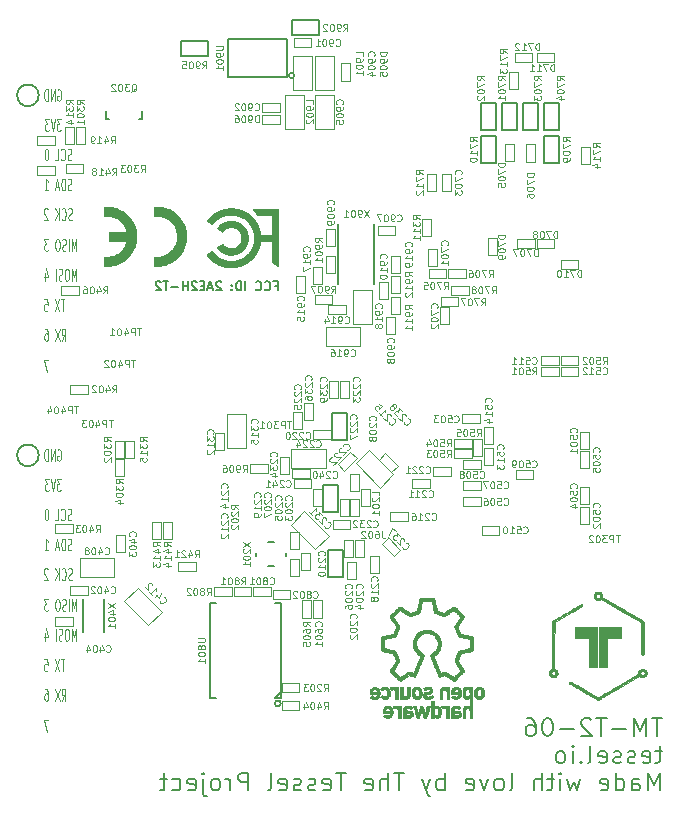
<source format=gbr>
G04 #@! TF.FileFunction,Legend,Bot*
%FSLAX46Y46*%
G04 Gerber Fmt 4.6, Leading zero omitted, Abs format (unit mm)*
G04 Created by KiCad (PCBNEW 4.0.0-stable) date Sunday, December 27, 2015 'PMt' 07:53:25 PM*
%MOMM*%
G01*
G04 APERTURE LIST*
%ADD10C,0.100000*%
%ADD11C,0.127000*%
%ADD12C,0.200000*%
%ADD13C,0.101600*%
%ADD14C,0.150000*%
%ADD15C,0.001000*%
%ADD16C,0.000100*%
%ADD17C,0.010000*%
G04 APERTURE END LIST*
D10*
D11*
X99640571Y-107552671D02*
X99894571Y-107552671D01*
X99894571Y-107951814D02*
X99894571Y-107189814D01*
X99531714Y-107189814D01*
X98806000Y-107879243D02*
X98842286Y-107915529D01*
X98951143Y-107951814D01*
X99023714Y-107951814D01*
X99132571Y-107915529D01*
X99205143Y-107842957D01*
X99241428Y-107770386D01*
X99277714Y-107625243D01*
X99277714Y-107516386D01*
X99241428Y-107371243D01*
X99205143Y-107298671D01*
X99132571Y-107226100D01*
X99023714Y-107189814D01*
X98951143Y-107189814D01*
X98842286Y-107226100D01*
X98806000Y-107262386D01*
X98044000Y-107879243D02*
X98080286Y-107915529D01*
X98189143Y-107951814D01*
X98261714Y-107951814D01*
X98370571Y-107915529D01*
X98443143Y-107842957D01*
X98479428Y-107770386D01*
X98515714Y-107625243D01*
X98515714Y-107516386D01*
X98479428Y-107371243D01*
X98443143Y-107298671D01*
X98370571Y-107226100D01*
X98261714Y-107189814D01*
X98189143Y-107189814D01*
X98080286Y-107226100D01*
X98044000Y-107262386D01*
X97136857Y-107951814D02*
X97136857Y-107189814D01*
X96774000Y-107951814D02*
X96774000Y-107189814D01*
X96592572Y-107189814D01*
X96483715Y-107226100D01*
X96411143Y-107298671D01*
X96374858Y-107371243D01*
X96338572Y-107516386D01*
X96338572Y-107625243D01*
X96374858Y-107770386D01*
X96411143Y-107842957D01*
X96483715Y-107915529D01*
X96592572Y-107951814D01*
X96774000Y-107951814D01*
X96012000Y-107879243D02*
X95975715Y-107915529D01*
X96012000Y-107951814D01*
X96048286Y-107915529D01*
X96012000Y-107879243D01*
X96012000Y-107951814D01*
X96012000Y-107480100D02*
X95975715Y-107516386D01*
X96012000Y-107552671D01*
X96048286Y-107516386D01*
X96012000Y-107480100D01*
X96012000Y-107552671D01*
X95104858Y-107262386D02*
X95068572Y-107226100D01*
X94996001Y-107189814D01*
X94814572Y-107189814D01*
X94742001Y-107226100D01*
X94705715Y-107262386D01*
X94669430Y-107334957D01*
X94669430Y-107407529D01*
X94705715Y-107516386D01*
X95141144Y-107951814D01*
X94669430Y-107951814D01*
X94379144Y-107734100D02*
X94016287Y-107734100D01*
X94451716Y-107951814D02*
X94197716Y-107189814D01*
X93943716Y-107951814D01*
X93689715Y-107552671D02*
X93435715Y-107552671D01*
X93326858Y-107951814D02*
X93689715Y-107951814D01*
X93689715Y-107189814D01*
X93326858Y-107189814D01*
X93036572Y-107262386D02*
X93000286Y-107226100D01*
X92927715Y-107189814D01*
X92746286Y-107189814D01*
X92673715Y-107226100D01*
X92637429Y-107262386D01*
X92601144Y-107334957D01*
X92601144Y-107407529D01*
X92637429Y-107516386D01*
X93072858Y-107951814D01*
X92601144Y-107951814D01*
X92274572Y-107951814D02*
X92274572Y-107189814D01*
X92274572Y-107552671D02*
X91839144Y-107552671D01*
X91839144Y-107951814D02*
X91839144Y-107189814D01*
X91476286Y-107661529D02*
X90895715Y-107661529D01*
X90641715Y-107189814D02*
X90206286Y-107189814D01*
X90424000Y-107951814D02*
X90424000Y-107189814D01*
X89988572Y-107262386D02*
X89952286Y-107226100D01*
X89879715Y-107189814D01*
X89698286Y-107189814D01*
X89625715Y-107226100D01*
X89589429Y-107262386D01*
X89553144Y-107334957D01*
X89553144Y-107407529D01*
X89589429Y-107516386D01*
X90024858Y-107951814D01*
X89553144Y-107951814D01*
D12*
X132445143Y-144198571D02*
X131588000Y-144198571D01*
X132016571Y-145698571D02*
X132016571Y-144198571D01*
X131088000Y-145698571D02*
X131088000Y-144198571D01*
X130588000Y-145270000D01*
X130088000Y-144198571D01*
X130088000Y-145698571D01*
X129373714Y-145127143D02*
X128230857Y-145127143D01*
X127730857Y-144198571D02*
X126873714Y-144198571D01*
X127302285Y-145698571D02*
X127302285Y-144198571D01*
X126445143Y-144341429D02*
X126373714Y-144270000D01*
X126230857Y-144198571D01*
X125873714Y-144198571D01*
X125730857Y-144270000D01*
X125659428Y-144341429D01*
X125588000Y-144484286D01*
X125588000Y-144627143D01*
X125659428Y-144841429D01*
X126516571Y-145698571D01*
X125588000Y-145698571D01*
X124945143Y-145127143D02*
X123802286Y-145127143D01*
X122802286Y-144198571D02*
X122659429Y-144198571D01*
X122516572Y-144270000D01*
X122445143Y-144341429D01*
X122373714Y-144484286D01*
X122302286Y-144770000D01*
X122302286Y-145127143D01*
X122373714Y-145412857D01*
X122445143Y-145555714D01*
X122516572Y-145627143D01*
X122659429Y-145698571D01*
X122802286Y-145698571D01*
X122945143Y-145627143D01*
X123016572Y-145555714D01*
X123088000Y-145412857D01*
X123159429Y-145127143D01*
X123159429Y-144770000D01*
X123088000Y-144484286D01*
X123016572Y-144341429D01*
X122945143Y-144270000D01*
X122802286Y-144198571D01*
X121016572Y-144198571D02*
X121302286Y-144198571D01*
X121445143Y-144270000D01*
X121516572Y-144341429D01*
X121659429Y-144555714D01*
X121730858Y-144841429D01*
X121730858Y-145412857D01*
X121659429Y-145555714D01*
X121588001Y-145627143D01*
X121445143Y-145698571D01*
X121159429Y-145698571D01*
X121016572Y-145627143D01*
X120945143Y-145555714D01*
X120873715Y-145412857D01*
X120873715Y-145055714D01*
X120945143Y-144912857D01*
X121016572Y-144841429D01*
X121159429Y-144770000D01*
X121445143Y-144770000D01*
X121588001Y-144841429D01*
X121659429Y-144912857D01*
X121730858Y-145055714D01*
X132445143Y-146998571D02*
X131873714Y-146998571D01*
X132230857Y-146498571D02*
X132230857Y-147784286D01*
X132159429Y-147927143D01*
X132016571Y-147998571D01*
X131873714Y-147998571D01*
X130802286Y-147927143D02*
X130945143Y-147998571D01*
X131230857Y-147998571D01*
X131373714Y-147927143D01*
X131445143Y-147784286D01*
X131445143Y-147212857D01*
X131373714Y-147070000D01*
X131230857Y-146998571D01*
X130945143Y-146998571D01*
X130802286Y-147070000D01*
X130730857Y-147212857D01*
X130730857Y-147355714D01*
X131445143Y-147498571D01*
X130159429Y-147927143D02*
X130016572Y-147998571D01*
X129730857Y-147998571D01*
X129588000Y-147927143D01*
X129516572Y-147784286D01*
X129516572Y-147712857D01*
X129588000Y-147570000D01*
X129730857Y-147498571D01*
X129945143Y-147498571D01*
X130088000Y-147427143D01*
X130159429Y-147284286D01*
X130159429Y-147212857D01*
X130088000Y-147070000D01*
X129945143Y-146998571D01*
X129730857Y-146998571D01*
X129588000Y-147070000D01*
X128945143Y-147927143D02*
X128802286Y-147998571D01*
X128516571Y-147998571D01*
X128373714Y-147927143D01*
X128302286Y-147784286D01*
X128302286Y-147712857D01*
X128373714Y-147570000D01*
X128516571Y-147498571D01*
X128730857Y-147498571D01*
X128873714Y-147427143D01*
X128945143Y-147284286D01*
X128945143Y-147212857D01*
X128873714Y-147070000D01*
X128730857Y-146998571D01*
X128516571Y-146998571D01*
X128373714Y-147070000D01*
X127088000Y-147927143D02*
X127230857Y-147998571D01*
X127516571Y-147998571D01*
X127659428Y-147927143D01*
X127730857Y-147784286D01*
X127730857Y-147212857D01*
X127659428Y-147070000D01*
X127516571Y-146998571D01*
X127230857Y-146998571D01*
X127088000Y-147070000D01*
X127016571Y-147212857D01*
X127016571Y-147355714D01*
X127730857Y-147498571D01*
X126159428Y-147998571D02*
X126302286Y-147927143D01*
X126373714Y-147784286D01*
X126373714Y-146498571D01*
X125588000Y-147855714D02*
X125516572Y-147927143D01*
X125588000Y-147998571D01*
X125659429Y-147927143D01*
X125588000Y-147855714D01*
X125588000Y-147998571D01*
X124873714Y-147998571D02*
X124873714Y-146998571D01*
X124873714Y-146498571D02*
X124945143Y-146570000D01*
X124873714Y-146641429D01*
X124802286Y-146570000D01*
X124873714Y-146498571D01*
X124873714Y-146641429D01*
X123945142Y-147998571D02*
X124088000Y-147927143D01*
X124159428Y-147855714D01*
X124230857Y-147712857D01*
X124230857Y-147284286D01*
X124159428Y-147141429D01*
X124088000Y-147070000D01*
X123945142Y-146998571D01*
X123730857Y-146998571D01*
X123588000Y-147070000D01*
X123516571Y-147141429D01*
X123445142Y-147284286D01*
X123445142Y-147712857D01*
X123516571Y-147855714D01*
X123588000Y-147927143D01*
X123730857Y-147998571D01*
X123945142Y-147998571D01*
X132230857Y-150298571D02*
X132230857Y-148798571D01*
X131730857Y-149870000D01*
X131230857Y-148798571D01*
X131230857Y-150298571D01*
X129873714Y-150298571D02*
X129873714Y-149512857D01*
X129945143Y-149370000D01*
X130088000Y-149298571D01*
X130373714Y-149298571D01*
X130516571Y-149370000D01*
X129873714Y-150227143D02*
X130016571Y-150298571D01*
X130373714Y-150298571D01*
X130516571Y-150227143D01*
X130588000Y-150084286D01*
X130588000Y-149941429D01*
X130516571Y-149798571D01*
X130373714Y-149727143D01*
X130016571Y-149727143D01*
X129873714Y-149655714D01*
X128516571Y-150298571D02*
X128516571Y-148798571D01*
X128516571Y-150227143D02*
X128659428Y-150298571D01*
X128945142Y-150298571D01*
X129088000Y-150227143D01*
X129159428Y-150155714D01*
X129230857Y-150012857D01*
X129230857Y-149584286D01*
X129159428Y-149441429D01*
X129088000Y-149370000D01*
X128945142Y-149298571D01*
X128659428Y-149298571D01*
X128516571Y-149370000D01*
X127230857Y-150227143D02*
X127373714Y-150298571D01*
X127659428Y-150298571D01*
X127802285Y-150227143D01*
X127873714Y-150084286D01*
X127873714Y-149512857D01*
X127802285Y-149370000D01*
X127659428Y-149298571D01*
X127373714Y-149298571D01*
X127230857Y-149370000D01*
X127159428Y-149512857D01*
X127159428Y-149655714D01*
X127873714Y-149798571D01*
X125516571Y-149298571D02*
X125230857Y-150298571D01*
X124945143Y-149584286D01*
X124659428Y-150298571D01*
X124373714Y-149298571D01*
X123802285Y-150298571D02*
X123802285Y-149298571D01*
X123802285Y-148798571D02*
X123873714Y-148870000D01*
X123802285Y-148941429D01*
X123730857Y-148870000D01*
X123802285Y-148798571D01*
X123802285Y-148941429D01*
X123302285Y-149298571D02*
X122730856Y-149298571D01*
X123087999Y-148798571D02*
X123087999Y-150084286D01*
X123016571Y-150227143D01*
X122873713Y-150298571D01*
X122730856Y-150298571D01*
X122230856Y-150298571D02*
X122230856Y-148798571D01*
X121587999Y-150298571D02*
X121587999Y-149512857D01*
X121659428Y-149370000D01*
X121802285Y-149298571D01*
X122016570Y-149298571D01*
X122159428Y-149370000D01*
X122230856Y-149441429D01*
X119516570Y-150298571D02*
X119659428Y-150227143D01*
X119730856Y-150084286D01*
X119730856Y-148798571D01*
X118730856Y-150298571D02*
X118873714Y-150227143D01*
X118945142Y-150155714D01*
X119016571Y-150012857D01*
X119016571Y-149584286D01*
X118945142Y-149441429D01*
X118873714Y-149370000D01*
X118730856Y-149298571D01*
X118516571Y-149298571D01*
X118373714Y-149370000D01*
X118302285Y-149441429D01*
X118230856Y-149584286D01*
X118230856Y-150012857D01*
X118302285Y-150155714D01*
X118373714Y-150227143D01*
X118516571Y-150298571D01*
X118730856Y-150298571D01*
X117730856Y-149298571D02*
X117373713Y-150298571D01*
X117016571Y-149298571D01*
X115873714Y-150227143D02*
X116016571Y-150298571D01*
X116302285Y-150298571D01*
X116445142Y-150227143D01*
X116516571Y-150084286D01*
X116516571Y-149512857D01*
X116445142Y-149370000D01*
X116302285Y-149298571D01*
X116016571Y-149298571D01*
X115873714Y-149370000D01*
X115802285Y-149512857D01*
X115802285Y-149655714D01*
X116516571Y-149798571D01*
X114016571Y-150298571D02*
X114016571Y-148798571D01*
X114016571Y-149370000D02*
X113873714Y-149298571D01*
X113588000Y-149298571D01*
X113445143Y-149370000D01*
X113373714Y-149441429D01*
X113302285Y-149584286D01*
X113302285Y-150012857D01*
X113373714Y-150155714D01*
X113445143Y-150227143D01*
X113588000Y-150298571D01*
X113873714Y-150298571D01*
X114016571Y-150227143D01*
X112802285Y-149298571D02*
X112445142Y-150298571D01*
X112088000Y-149298571D02*
X112445142Y-150298571D01*
X112588000Y-150655714D01*
X112659428Y-150727143D01*
X112802285Y-150798571D01*
X110588000Y-148798571D02*
X109730857Y-148798571D01*
X110159428Y-150298571D02*
X110159428Y-148798571D01*
X109230857Y-150298571D02*
X109230857Y-148798571D01*
X108588000Y-150298571D02*
X108588000Y-149512857D01*
X108659429Y-149370000D01*
X108802286Y-149298571D01*
X109016571Y-149298571D01*
X109159429Y-149370000D01*
X109230857Y-149441429D01*
X107302286Y-150227143D02*
X107445143Y-150298571D01*
X107730857Y-150298571D01*
X107873714Y-150227143D01*
X107945143Y-150084286D01*
X107945143Y-149512857D01*
X107873714Y-149370000D01*
X107730857Y-149298571D01*
X107445143Y-149298571D01*
X107302286Y-149370000D01*
X107230857Y-149512857D01*
X107230857Y-149655714D01*
X107945143Y-149798571D01*
X105659429Y-148798571D02*
X104802286Y-148798571D01*
X105230857Y-150298571D02*
X105230857Y-148798571D01*
X103730858Y-150227143D02*
X103873715Y-150298571D01*
X104159429Y-150298571D01*
X104302286Y-150227143D01*
X104373715Y-150084286D01*
X104373715Y-149512857D01*
X104302286Y-149370000D01*
X104159429Y-149298571D01*
X103873715Y-149298571D01*
X103730858Y-149370000D01*
X103659429Y-149512857D01*
X103659429Y-149655714D01*
X104373715Y-149798571D01*
X103088001Y-150227143D02*
X102945144Y-150298571D01*
X102659429Y-150298571D01*
X102516572Y-150227143D01*
X102445144Y-150084286D01*
X102445144Y-150012857D01*
X102516572Y-149870000D01*
X102659429Y-149798571D01*
X102873715Y-149798571D01*
X103016572Y-149727143D01*
X103088001Y-149584286D01*
X103088001Y-149512857D01*
X103016572Y-149370000D01*
X102873715Y-149298571D01*
X102659429Y-149298571D01*
X102516572Y-149370000D01*
X101873715Y-150227143D02*
X101730858Y-150298571D01*
X101445143Y-150298571D01*
X101302286Y-150227143D01*
X101230858Y-150084286D01*
X101230858Y-150012857D01*
X101302286Y-149870000D01*
X101445143Y-149798571D01*
X101659429Y-149798571D01*
X101802286Y-149727143D01*
X101873715Y-149584286D01*
X101873715Y-149512857D01*
X101802286Y-149370000D01*
X101659429Y-149298571D01*
X101445143Y-149298571D01*
X101302286Y-149370000D01*
X100016572Y-150227143D02*
X100159429Y-150298571D01*
X100445143Y-150298571D01*
X100588000Y-150227143D01*
X100659429Y-150084286D01*
X100659429Y-149512857D01*
X100588000Y-149370000D01*
X100445143Y-149298571D01*
X100159429Y-149298571D01*
X100016572Y-149370000D01*
X99945143Y-149512857D01*
X99945143Y-149655714D01*
X100659429Y-149798571D01*
X99088000Y-150298571D02*
X99230858Y-150227143D01*
X99302286Y-150084286D01*
X99302286Y-148798571D01*
X97373715Y-150298571D02*
X97373715Y-148798571D01*
X96802287Y-148798571D01*
X96659429Y-148870000D01*
X96588001Y-148941429D01*
X96516572Y-149084286D01*
X96516572Y-149298571D01*
X96588001Y-149441429D01*
X96659429Y-149512857D01*
X96802287Y-149584286D01*
X97373715Y-149584286D01*
X95873715Y-150298571D02*
X95873715Y-149298571D01*
X95873715Y-149584286D02*
X95802287Y-149441429D01*
X95730858Y-149370000D01*
X95588001Y-149298571D01*
X95445144Y-149298571D01*
X94730858Y-150298571D02*
X94873716Y-150227143D01*
X94945144Y-150155714D01*
X95016573Y-150012857D01*
X95016573Y-149584286D01*
X94945144Y-149441429D01*
X94873716Y-149370000D01*
X94730858Y-149298571D01*
X94516573Y-149298571D01*
X94373716Y-149370000D01*
X94302287Y-149441429D01*
X94230858Y-149584286D01*
X94230858Y-150012857D01*
X94302287Y-150155714D01*
X94373716Y-150227143D01*
X94516573Y-150298571D01*
X94730858Y-150298571D01*
X93588001Y-149298571D02*
X93588001Y-150584286D01*
X93659430Y-150727143D01*
X93802287Y-150798571D01*
X93873715Y-150798571D01*
X93588001Y-148798571D02*
X93659430Y-148870000D01*
X93588001Y-148941429D01*
X93516573Y-148870000D01*
X93588001Y-148798571D01*
X93588001Y-148941429D01*
X92302287Y-150227143D02*
X92445144Y-150298571D01*
X92730858Y-150298571D01*
X92873715Y-150227143D01*
X92945144Y-150084286D01*
X92945144Y-149512857D01*
X92873715Y-149370000D01*
X92730858Y-149298571D01*
X92445144Y-149298571D01*
X92302287Y-149370000D01*
X92230858Y-149512857D01*
X92230858Y-149655714D01*
X92945144Y-149798571D01*
X90945144Y-150227143D02*
X91088001Y-150298571D01*
X91373715Y-150298571D01*
X91516573Y-150227143D01*
X91588001Y-150155714D01*
X91659430Y-150012857D01*
X91659430Y-149584286D01*
X91588001Y-149441429D01*
X91516573Y-149370000D01*
X91373715Y-149298571D01*
X91088001Y-149298571D01*
X90945144Y-149370000D01*
X90516573Y-149298571D02*
X89945144Y-149298571D01*
X90302287Y-148798571D02*
X90302287Y-150084286D01*
X90230859Y-150227143D01*
X90088001Y-150298571D01*
X89945144Y-150298571D01*
D13*
X126365000Y-97256600D02*
X125603000Y-97256600D01*
X125603000Y-97256600D02*
X125603000Y-95783400D01*
X125603000Y-95783400D02*
X126339600Y-95783400D01*
X126339600Y-95783400D02*
X126365000Y-95783400D01*
X126365000Y-95783400D02*
X126365000Y-97256600D01*
X120269000Y-90906600D02*
X119507000Y-90906600D01*
X119507000Y-90906600D02*
X119507000Y-89433400D01*
X119507000Y-89433400D02*
X120243600Y-89433400D01*
X120243600Y-89433400D02*
X120269000Y-89433400D01*
X120269000Y-89433400D02*
X120269000Y-90906600D01*
D10*
X104686000Y-90985000D02*
X104686000Y-88085000D01*
X103086000Y-90985000D02*
X104686000Y-90985000D01*
X103086000Y-88085000D02*
X103086000Y-90985000D01*
X104686000Y-88085000D02*
X103086000Y-88085000D01*
D13*
X114427000Y-110845600D02*
X113665000Y-110845600D01*
X113665000Y-110845600D02*
X113665000Y-109372400D01*
X113665000Y-109372400D02*
X114401600Y-109372400D01*
X114401600Y-109372400D02*
X114427000Y-109372400D01*
X114427000Y-109372400D02*
X114427000Y-110845600D01*
X114325400Y-106934000D02*
X114325400Y-106172000D01*
X114325400Y-106172000D02*
X115798600Y-106172000D01*
X115798600Y-106172000D02*
X115798600Y-106908600D01*
X115798600Y-106908600D02*
X115798600Y-106934000D01*
X115798600Y-106934000D02*
X114325400Y-106934000D01*
D14*
X100155000Y-142930000D02*
G75*
G03X100155000Y-142930000I-250000J0D01*
G01*
X99655000Y-142430000D02*
X100155000Y-141930000D01*
X100155000Y-142430000D02*
X99655000Y-142430000D01*
X100155000Y-134430000D02*
X99655000Y-134430000D01*
X94655000Y-134430000D02*
X94155000Y-134430000D01*
X94655000Y-142430000D02*
X94155000Y-142430000D01*
X94155000Y-142430000D02*
X94155000Y-134430000D01*
X100155000Y-142430000D02*
X100155000Y-134430000D01*
D13*
X101473000Y-106705400D02*
X102235000Y-106705400D01*
X102235000Y-106705400D02*
X102235000Y-108178600D01*
X102235000Y-108178600D02*
X101498400Y-108178600D01*
X101498400Y-108178600D02*
X101473000Y-108178600D01*
X101473000Y-108178600D02*
X101473000Y-106705400D01*
X106553000Y-132435600D02*
X105791000Y-132435600D01*
X105791000Y-132435600D02*
X105791000Y-130962400D01*
X105791000Y-130962400D02*
X106527600Y-130962400D01*
X106527600Y-130962400D02*
X106553000Y-130962400D01*
X106553000Y-130962400D02*
X106553000Y-132435600D01*
X106045000Y-125628400D02*
X106807000Y-125628400D01*
X106807000Y-125628400D02*
X106807000Y-127101600D01*
X106807000Y-127101600D02*
X106070400Y-127101600D01*
X106070400Y-127101600D02*
X106045000Y-127101600D01*
X106045000Y-127101600D02*
X106045000Y-125628400D01*
X106426000Y-129057400D02*
X107188000Y-129057400D01*
X107188000Y-129057400D02*
X107188000Y-130530600D01*
X107188000Y-130530600D02*
X106451400Y-130530600D01*
X106451400Y-130530600D02*
X106426000Y-130530600D01*
X106426000Y-130530600D02*
X106426000Y-129057400D01*
X105156000Y-125628400D02*
X105918000Y-125628400D01*
X105918000Y-125628400D02*
X105918000Y-127101600D01*
X105918000Y-127101600D02*
X105181400Y-127101600D01*
X105181400Y-127101600D02*
X105156000Y-127101600D01*
X105156000Y-127101600D02*
X105156000Y-125628400D01*
X105537000Y-129057400D02*
X106299000Y-129057400D01*
X106299000Y-129057400D02*
X106299000Y-130530600D01*
X106299000Y-130530600D02*
X105562400Y-130530600D01*
X105562400Y-130530600D02*
X105537000Y-130530600D01*
X105537000Y-130530600D02*
X105537000Y-129057400D01*
D14*
X105029000Y-126746000D02*
X105029000Y-124460000D01*
X105029000Y-124460000D02*
X103759000Y-124460000D01*
X103759000Y-124460000D02*
X103759000Y-126746000D01*
X103759000Y-126746000D02*
X105029000Y-126746000D01*
D13*
X106045000Y-123469400D02*
X106807000Y-123469400D01*
X106807000Y-123469400D02*
X106807000Y-124942600D01*
X106807000Y-124942600D02*
X106070400Y-124942600D01*
X106070400Y-124942600D02*
X106045000Y-124942600D01*
X106045000Y-124942600D02*
X106045000Y-123469400D01*
D14*
X104140000Y-129921000D02*
X104140000Y-132207000D01*
X104140000Y-132207000D02*
X105410000Y-132207000D01*
X105410000Y-132207000D02*
X105410000Y-129921000D01*
X105410000Y-129921000D02*
X104140000Y-129921000D01*
D13*
X112750600Y-123952000D02*
X112750600Y-124714000D01*
X112750600Y-124714000D02*
X111277400Y-124714000D01*
X111277400Y-124714000D02*
X111277400Y-123977400D01*
X111277400Y-123977400D02*
X111277400Y-123952000D01*
X111277400Y-123952000D02*
X112750600Y-123952000D01*
X101727000Y-132181600D02*
X100965000Y-132181600D01*
X100965000Y-132181600D02*
X100965000Y-130708400D01*
X100965000Y-130708400D02*
X101701600Y-130708400D01*
X101701600Y-130708400D02*
X101727000Y-130708400D01*
X101727000Y-130708400D02*
X101727000Y-132181600D01*
X100965000Y-128422400D02*
X101727000Y-128422400D01*
X101727000Y-128422400D02*
X101727000Y-129895600D01*
X101727000Y-129895600D02*
X100990400Y-129895600D01*
X100990400Y-129895600D02*
X100965000Y-129895600D01*
X100965000Y-129895600D02*
X100965000Y-128422400D01*
D10*
X109667990Y-123522619D02*
X107617381Y-121472010D01*
X108536619Y-124653990D02*
X109667990Y-123522619D01*
X106486010Y-122603381D02*
X108536619Y-124653990D01*
X107617381Y-121472010D02*
X106486010Y-122603381D01*
D13*
X110909100Y-126746000D02*
X110909100Y-127508000D01*
X110909100Y-127508000D02*
X109435900Y-127508000D01*
X109435900Y-127508000D02*
X109435900Y-126771400D01*
X109435900Y-126771400D02*
X109435900Y-126746000D01*
X109435900Y-126746000D02*
X110909100Y-126746000D01*
X108458000Y-131927600D02*
X107696000Y-131927600D01*
X107696000Y-131927600D02*
X107696000Y-130454400D01*
X107696000Y-130454400D02*
X108432600Y-130454400D01*
X108432600Y-130454400D02*
X108458000Y-130454400D01*
X108458000Y-130454400D02*
X108458000Y-131927600D01*
X102870000Y-124739400D02*
X103632000Y-124739400D01*
X103632000Y-124739400D02*
X103632000Y-126212600D01*
X103632000Y-126212600D02*
X102895400Y-126212600D01*
X102895400Y-126212600D02*
X102870000Y-126212600D01*
X102870000Y-126212600D02*
X102870000Y-124739400D01*
X104368600Y-119761000D02*
X104368600Y-120523000D01*
X104368600Y-120523000D02*
X102895400Y-120523000D01*
X102895400Y-120523000D02*
X102895400Y-119786400D01*
X102895400Y-119786400D02*
X102895400Y-119761000D01*
X102895400Y-119761000D02*
X104368600Y-119761000D01*
X114528600Y-122885200D02*
X114528600Y-123647200D01*
X114528600Y-123647200D02*
X113055400Y-123647200D01*
X113055400Y-123647200D02*
X113055400Y-122910600D01*
X113055400Y-122910600D02*
X113055400Y-122885200D01*
X113055400Y-122885200D02*
X114528600Y-122885200D01*
X105539553Y-123218263D02*
X105000737Y-122679447D01*
X105000737Y-122679447D02*
X106042447Y-121637737D01*
X106042447Y-121637737D02*
X106563302Y-122158592D01*
X106563302Y-122158592D02*
X106581263Y-122176553D01*
X106581263Y-122176553D02*
X105539553Y-123218263D01*
X105156000Y-115595400D02*
X105918000Y-115595400D01*
X105918000Y-115595400D02*
X105918000Y-117068600D01*
X105918000Y-117068600D02*
X105181400Y-117068600D01*
X105181400Y-117068600D02*
X105156000Y-117068600D01*
X105156000Y-117068600D02*
X105156000Y-115595400D01*
D10*
X101039000Y-122974000D02*
X103939000Y-122974000D01*
X101039000Y-121374000D02*
X101039000Y-122974000D01*
X103939000Y-121374000D02*
X101039000Y-121374000D01*
X103939000Y-122974000D02*
X103939000Y-121374000D01*
D13*
X101219000Y-118262400D02*
X101981000Y-118262400D01*
X101981000Y-118262400D02*
X101981000Y-119735600D01*
X101981000Y-119735600D02*
X101244400Y-119735600D01*
X101244400Y-119735600D02*
X101219000Y-119735600D01*
X101219000Y-119735600D02*
X101219000Y-118262400D01*
D14*
X104457500Y-118364000D02*
X104457500Y-120650000D01*
X104457500Y-120650000D02*
X105727500Y-120650000D01*
X105727500Y-120650000D02*
X105727500Y-118364000D01*
X105727500Y-118364000D02*
X104457500Y-118364000D01*
D10*
X104206990Y-128729619D02*
X102156381Y-126679010D01*
X103075619Y-129860990D02*
X104206990Y-128729619D01*
X101025010Y-127810381D02*
X103075619Y-129860990D01*
X102156381Y-126679010D02*
X101025010Y-127810381D01*
D13*
X106019600Y-127381000D02*
X106019600Y-128143000D01*
X106019600Y-128143000D02*
X104546400Y-128143000D01*
X104546400Y-128143000D02*
X104546400Y-127406400D01*
X104546400Y-127406400D02*
X104546400Y-127381000D01*
X104546400Y-127381000D02*
X106019600Y-127381000D01*
X100838000Y-123545600D02*
X100076000Y-123545600D01*
X100076000Y-123545600D02*
X100076000Y-122072400D01*
X100076000Y-122072400D02*
X100812600Y-122072400D01*
X100812600Y-122072400D02*
X100838000Y-122072400D01*
X100838000Y-122072400D02*
X100838000Y-123545600D01*
X102108000Y-117500400D02*
X102870000Y-117500400D01*
X102870000Y-117500400D02*
X102870000Y-118973600D01*
X102870000Y-118973600D02*
X102133400Y-118973600D01*
X102133400Y-118973600D02*
X102108000Y-118973600D01*
X102108000Y-118973600D02*
X102108000Y-117500400D01*
X110264263Y-129918447D02*
X109725447Y-130457263D01*
X109725447Y-130457263D02*
X108683737Y-129415553D01*
X108683737Y-129415553D02*
X109204592Y-128894698D01*
X109204592Y-128894698D02*
X109222553Y-128876737D01*
X109222553Y-128876737D02*
X110264263Y-129918447D01*
X108459737Y-122303553D02*
X108998553Y-121764737D01*
X108998553Y-121764737D02*
X110040263Y-122806447D01*
X110040263Y-122806447D02*
X109519408Y-123327302D01*
X109519408Y-123327302D02*
X109501447Y-123345263D01*
X109501447Y-123345263D02*
X108459737Y-122303553D01*
X104267000Y-115595400D02*
X105029000Y-115595400D01*
X105029000Y-115595400D02*
X105029000Y-117068600D01*
X105029000Y-117068600D02*
X104292400Y-117068600D01*
X104292400Y-117068600D02*
X104267000Y-117068600D01*
X104267000Y-117068600D02*
X104267000Y-115595400D01*
X102590600Y-123063000D02*
X102590600Y-123825000D01*
X102590600Y-123825000D02*
X101117400Y-123825000D01*
X101117400Y-123825000D02*
X101117400Y-123088400D01*
X101117400Y-123088400D02*
X101117400Y-123063000D01*
X101117400Y-123063000D02*
X102590600Y-123063000D01*
X102717600Y-123952000D02*
X102717600Y-124714000D01*
X102717600Y-124714000D02*
X101244400Y-124714000D01*
X101244400Y-124714000D02*
X101244400Y-123977400D01*
X101244400Y-123977400D02*
X101244400Y-123952000D01*
X101244400Y-123952000D02*
X102717600Y-123952000D01*
X94615000Y-120040400D02*
X95377000Y-120040400D01*
X95377000Y-120040400D02*
X95377000Y-121513600D01*
X95377000Y-121513600D02*
X94640400Y-121513600D01*
X94640400Y-121513600D02*
X94615000Y-121513600D01*
X94615000Y-121513600D02*
X94615000Y-120040400D01*
D10*
X97193000Y-121338000D02*
X97193000Y-118438000D01*
X95593000Y-121338000D02*
X97193000Y-121338000D01*
X95593000Y-118438000D02*
X95593000Y-121338000D01*
X97193000Y-118438000D02*
X95593000Y-118438000D01*
D13*
X83794600Y-132969000D02*
X83794600Y-133731000D01*
X83794600Y-133731000D02*
X82321400Y-133731000D01*
X82321400Y-133731000D02*
X82321400Y-132994400D01*
X82321400Y-132994400D02*
X82321400Y-132969000D01*
X82321400Y-132969000D02*
X83794600Y-132969000D01*
X86995000Y-130149600D02*
X86233000Y-130149600D01*
X86233000Y-130149600D02*
X86233000Y-128676400D01*
X86233000Y-128676400D02*
X86969600Y-128676400D01*
X86969600Y-128676400D02*
X86995000Y-128676400D01*
X86995000Y-128676400D02*
X86995000Y-130149600D01*
X81051400Y-136398000D02*
X81051400Y-135636000D01*
X81051400Y-135636000D02*
X82524600Y-135636000D01*
X82524600Y-135636000D02*
X82524600Y-136372600D01*
X82524600Y-136372600D02*
X82524600Y-136398000D01*
X82524600Y-136398000D02*
X81051400Y-136398000D01*
D10*
X83132000Y-132245000D02*
X86032000Y-132245000D01*
X83132000Y-130645000D02*
X83132000Y-132245000D01*
X86032000Y-130645000D02*
X83132000Y-130645000D01*
X86032000Y-132245000D02*
X86032000Y-130645000D01*
D13*
X125476000Y-119913400D02*
X126238000Y-119913400D01*
X126238000Y-119913400D02*
X126238000Y-121386600D01*
X126238000Y-121386600D02*
X125501400Y-121386600D01*
X125501400Y-121386600D02*
X125476000Y-121386600D01*
X125476000Y-121386600D02*
X125476000Y-119913400D01*
X125476000Y-126263400D02*
X126238000Y-126263400D01*
X126238000Y-126263400D02*
X126238000Y-127736600D01*
X126238000Y-127736600D02*
X125501400Y-127736600D01*
X125501400Y-127736600D02*
X125476000Y-127736600D01*
X125476000Y-127736600D02*
X125476000Y-126263400D01*
X115531900Y-119189500D02*
X115531900Y-118427500D01*
X115531900Y-118427500D02*
X117005100Y-118427500D01*
X117005100Y-118427500D02*
X117005100Y-119164100D01*
X117005100Y-119164100D02*
X117005100Y-119189500D01*
X117005100Y-119189500D02*
X115531900Y-119189500D01*
X125476000Y-124612400D02*
X126238000Y-124612400D01*
X126238000Y-124612400D02*
X126238000Y-126085600D01*
X126238000Y-126085600D02*
X125501400Y-126085600D01*
X125501400Y-126085600D02*
X125476000Y-126085600D01*
X125476000Y-126085600D02*
X125476000Y-124612400D01*
X125476000Y-121564400D02*
X126238000Y-121564400D01*
X126238000Y-121564400D02*
X126238000Y-123037600D01*
X126238000Y-123037600D02*
X125501400Y-123037600D01*
X125501400Y-123037600D02*
X125476000Y-123037600D01*
X125476000Y-123037600D02*
X125476000Y-121564400D01*
X115595400Y-126238000D02*
X115595400Y-125476000D01*
X115595400Y-125476000D02*
X117068600Y-125476000D01*
X117068600Y-125476000D02*
X117068600Y-126212600D01*
X117068600Y-126212600D02*
X117068600Y-126238000D01*
X117068600Y-126238000D02*
X115595400Y-126238000D01*
X115595400Y-124841000D02*
X115595400Y-124079000D01*
X115595400Y-124079000D02*
X117068600Y-124079000D01*
X117068600Y-124079000D02*
X117068600Y-124815600D01*
X117068600Y-124815600D02*
X117068600Y-124841000D01*
X117068600Y-124841000D02*
X115595400Y-124841000D01*
X115595400Y-123063000D02*
X115595400Y-122301000D01*
X115595400Y-122301000D02*
X117068600Y-122301000D01*
X117068600Y-122301000D02*
X117068600Y-123037600D01*
X117068600Y-123037600D02*
X117068600Y-123063000D01*
X117068600Y-123063000D02*
X115595400Y-123063000D01*
X121513600Y-123190000D02*
X121513600Y-123952000D01*
X121513600Y-123952000D02*
X120040400Y-123952000D01*
X120040400Y-123952000D02*
X120040400Y-123215400D01*
X120040400Y-123215400D02*
X120040400Y-123190000D01*
X120040400Y-123190000D02*
X121513600Y-123190000D01*
X118656100Y-127889000D02*
X118656100Y-128651000D01*
X118656100Y-128651000D02*
X117182900Y-128651000D01*
X117182900Y-128651000D02*
X117182900Y-127914400D01*
X117182900Y-127914400D02*
X117182900Y-127889000D01*
X117182900Y-127889000D02*
X118656100Y-127889000D01*
X123672600Y-113538000D02*
X123672600Y-114300000D01*
X123672600Y-114300000D02*
X122199400Y-114300000D01*
X122199400Y-114300000D02*
X122199400Y-113563400D01*
X122199400Y-113563400D02*
X122199400Y-113538000D01*
X122199400Y-113538000D02*
X123672600Y-113538000D01*
X125323600Y-114427000D02*
X125323600Y-115189000D01*
X125323600Y-115189000D02*
X123850400Y-115189000D01*
X123850400Y-115189000D02*
X123850400Y-114452400D01*
X123850400Y-114452400D02*
X123850400Y-114427000D01*
X123850400Y-114427000D02*
X125323600Y-114427000D01*
X118110000Y-122758200D02*
X117348000Y-122758200D01*
X117348000Y-122758200D02*
X117348000Y-121285000D01*
X117348000Y-121285000D02*
X118084600Y-121285000D01*
X118084600Y-121285000D02*
X118110000Y-121285000D01*
X118110000Y-121285000D02*
X118110000Y-122758200D01*
X117348000Y-119532400D02*
X118110000Y-119532400D01*
X118110000Y-119532400D02*
X118110000Y-121005600D01*
X118110000Y-121005600D02*
X117373400Y-121005600D01*
X117373400Y-121005600D02*
X117348000Y-121005600D01*
X117348000Y-121005600D02*
X117348000Y-119532400D01*
X103632000Y-135674100D02*
X102870000Y-135674100D01*
X102870000Y-135674100D02*
X102870000Y-134200900D01*
X102870000Y-134200900D02*
X103606600Y-134200900D01*
X103606600Y-134200900D02*
X103632000Y-134200900D01*
X103632000Y-134200900D02*
X103632000Y-135674100D01*
X112649000Y-104419400D02*
X113411000Y-104419400D01*
X113411000Y-104419400D02*
X113411000Y-105892600D01*
X113411000Y-105892600D02*
X112674400Y-105892600D01*
X112674400Y-105892600D02*
X112649000Y-105892600D01*
X112649000Y-105892600D02*
X112649000Y-104419400D01*
X114554000Y-99542600D02*
X113792000Y-99542600D01*
X113792000Y-99542600D02*
X113792000Y-98069400D01*
X113792000Y-98069400D02*
X114528600Y-98069400D01*
X114528600Y-98069400D02*
X114554000Y-98069400D01*
X114554000Y-98069400D02*
X114554000Y-99542600D01*
X97815400Y-133858000D02*
X97815400Y-133096000D01*
X97815400Y-133096000D02*
X99288600Y-133096000D01*
X99288600Y-133096000D02*
X99288600Y-133832600D01*
X99288600Y-133832600D02*
X99288600Y-133858000D01*
X99288600Y-133858000D02*
X97815400Y-133858000D01*
X100939600Y-133350000D02*
X100939600Y-134112000D01*
X100939600Y-134112000D02*
X99466400Y-134112000D01*
X99466400Y-134112000D02*
X99466400Y-133375400D01*
X99466400Y-133375400D02*
X99466400Y-133350000D01*
X99466400Y-133350000D02*
X100939600Y-133350000D01*
X102717600Y-86614000D02*
X102717600Y-87376000D01*
X102717600Y-87376000D02*
X101244400Y-87376000D01*
X101244400Y-87376000D02*
X101244400Y-86639400D01*
X101244400Y-86639400D02*
X101244400Y-86614000D01*
X101244400Y-86614000D02*
X102717600Y-86614000D01*
X98577400Y-92837000D02*
X98577400Y-92075000D01*
X98577400Y-92075000D02*
X100050600Y-92075000D01*
X100050600Y-92075000D02*
X100050600Y-92811600D01*
X100050600Y-92811600D02*
X100050600Y-92837000D01*
X100050600Y-92837000D02*
X98577400Y-92837000D01*
X109829600Y-102489000D02*
X109829600Y-103251000D01*
X109829600Y-103251000D02*
X108356400Y-103251000D01*
X108356400Y-103251000D02*
X108356400Y-102514400D01*
X108356400Y-102514400D02*
X108356400Y-102489000D01*
X108356400Y-102489000D02*
X109829600Y-102489000D01*
X104775000Y-104241600D02*
X104013000Y-104241600D01*
X104013000Y-104241600D02*
X104013000Y-102768400D01*
X104013000Y-102768400D02*
X104749600Y-102768400D01*
X104749600Y-102768400D02*
X104775000Y-102768400D01*
X104775000Y-102768400D02*
X104775000Y-104241600D01*
X109220000Y-108686600D02*
X108458000Y-108686600D01*
X108458000Y-108686600D02*
X108458000Y-107213400D01*
X108458000Y-107213400D02*
X109194600Y-107213400D01*
X109194600Y-107213400D02*
X109220000Y-107213400D01*
X109220000Y-107213400D02*
X109220000Y-108686600D01*
X105638600Y-109220000D02*
X105638600Y-109982000D01*
X105638600Y-109982000D02*
X104165400Y-109982000D01*
X104165400Y-109982000D02*
X104165400Y-109245400D01*
X104165400Y-109245400D02*
X104165400Y-109220000D01*
X104165400Y-109220000D02*
X105638600Y-109220000D01*
D10*
X106860000Y-111087000D02*
X103960000Y-111087000D01*
X106860000Y-112687000D02*
X106860000Y-111087000D01*
X103960000Y-112687000D02*
X106860000Y-112687000D01*
X103960000Y-111087000D02*
X103960000Y-112687000D01*
D13*
X103632000Y-107416600D02*
X102870000Y-107416600D01*
X102870000Y-107416600D02*
X102870000Y-105943400D01*
X102870000Y-105943400D02*
X103606600Y-105943400D01*
X103606600Y-105943400D02*
X103632000Y-105943400D01*
X103632000Y-105943400D02*
X103632000Y-107416600D01*
D10*
X107861000Y-110797000D02*
X107861000Y-107897000D01*
X106261000Y-110797000D02*
X107861000Y-110797000D01*
X106261000Y-107897000D02*
X106261000Y-110797000D01*
X107861000Y-107897000D02*
X106261000Y-107897000D01*
D13*
X107696000Y-126212600D02*
X106934000Y-126212600D01*
X106934000Y-126212600D02*
X106934000Y-124739400D01*
X106934000Y-124739400D02*
X107670600Y-124739400D01*
X107670600Y-124739400D02*
X107696000Y-124739400D01*
X107696000Y-124739400D02*
X107696000Y-126212600D01*
D10*
X102781000Y-90985000D02*
X102781000Y-88085000D01*
X101181000Y-90985000D02*
X102781000Y-90985000D01*
X101181000Y-88085000D02*
X101181000Y-90985000D01*
X102781000Y-88085000D02*
X101181000Y-88085000D01*
X102146000Y-94287000D02*
X102146000Y-91387000D01*
X100546000Y-94287000D02*
X102146000Y-94287000D01*
X100546000Y-91387000D02*
X100546000Y-94287000D01*
X102146000Y-91387000D02*
X100546000Y-91387000D01*
D13*
X102616000Y-131673600D02*
X101854000Y-131673600D01*
X101854000Y-131673600D02*
X101854000Y-130200400D01*
X101854000Y-130200400D02*
X102590600Y-130200400D01*
X102590600Y-130200400D02*
X102616000Y-130200400D01*
X102616000Y-130200400D02*
X102616000Y-131673600D01*
X100228400Y-141986000D02*
X100228400Y-141224000D01*
X100228400Y-141224000D02*
X101701600Y-141224000D01*
X101701600Y-141224000D02*
X101701600Y-141960600D01*
X101701600Y-141960600D02*
X101701600Y-141986000D01*
X101701600Y-141986000D02*
X100228400Y-141986000D01*
X83566000Y-95605600D02*
X82804000Y-95605600D01*
X82804000Y-95605600D02*
X82804000Y-94132400D01*
X82804000Y-94132400D02*
X83540600Y-94132400D01*
X83540600Y-94132400D02*
X83566000Y-94132400D01*
X83566000Y-94132400D02*
X83566000Y-95605600D01*
X86868000Y-122148600D02*
X86106000Y-122148600D01*
X86106000Y-122148600D02*
X86106000Y-120675400D01*
X86106000Y-120675400D02*
X86842600Y-120675400D01*
X86842600Y-120675400D02*
X86868000Y-120675400D01*
X86868000Y-120675400D02*
X86868000Y-122148600D01*
X83413600Y-97282000D02*
X83413600Y-98044000D01*
X83413600Y-98044000D02*
X81940400Y-98044000D01*
X81940400Y-98044000D02*
X81940400Y-97307400D01*
X81940400Y-97307400D02*
X81940400Y-97282000D01*
X81940400Y-97282000D02*
X83413600Y-97282000D01*
X86868000Y-123672600D02*
X86106000Y-123672600D01*
X86106000Y-123672600D02*
X86106000Y-122199400D01*
X86106000Y-122199400D02*
X86842600Y-122199400D01*
X86842600Y-122199400D02*
X86868000Y-122199400D01*
X86868000Y-122199400D02*
X86868000Y-123672600D01*
X82321400Y-116713000D02*
X82321400Y-115951000D01*
X82321400Y-115951000D02*
X83794600Y-115951000D01*
X83794600Y-115951000D02*
X83794600Y-116687600D01*
X83794600Y-116687600D02*
X83794600Y-116713000D01*
X83794600Y-116713000D02*
X82321400Y-116713000D01*
X81051400Y-128524000D02*
X81051400Y-127762000D01*
X81051400Y-127762000D02*
X82524600Y-127762000D01*
X82524600Y-127762000D02*
X82524600Y-128498600D01*
X82524600Y-128498600D02*
X82524600Y-128524000D01*
X82524600Y-128524000D02*
X81051400Y-128524000D01*
X101701600Y-142748000D02*
X101701600Y-143510000D01*
X101701600Y-143510000D02*
X100228400Y-143510000D01*
X100228400Y-143510000D02*
X100228400Y-142773400D01*
X100228400Y-142773400D02*
X100228400Y-142748000D01*
X100228400Y-142748000D02*
X101701600Y-142748000D01*
X81559400Y-108331000D02*
X81559400Y-107569000D01*
X81559400Y-107569000D02*
X83032600Y-107569000D01*
X83032600Y-107569000D02*
X83032600Y-108305600D01*
X83032600Y-108305600D02*
X83032600Y-108331000D01*
X83032600Y-108331000D02*
X81559400Y-108331000D01*
X90043000Y-129006600D02*
X89281000Y-129006600D01*
X89281000Y-129006600D02*
X89281000Y-127533400D01*
X89281000Y-127533400D02*
X90017600Y-127533400D01*
X90017600Y-127533400D02*
X90043000Y-127533400D01*
X90043000Y-127533400D02*
X90043000Y-129006600D01*
X90932000Y-129006600D02*
X90170000Y-129006600D01*
X90170000Y-129006600D02*
X90170000Y-127533400D01*
X90170000Y-127533400D02*
X90906600Y-127533400D01*
X90906600Y-127533400D02*
X90932000Y-127533400D01*
X90932000Y-127533400D02*
X90932000Y-129006600D01*
X122199400Y-115189000D02*
X122199400Y-114427000D01*
X122199400Y-114427000D02*
X123672600Y-114427000D01*
X123672600Y-114427000D02*
X123672600Y-115163600D01*
X123672600Y-115163600D02*
X123672600Y-115189000D01*
X123672600Y-115189000D02*
X122199400Y-115189000D01*
X123850400Y-114300000D02*
X123850400Y-113538000D01*
X123850400Y-113538000D02*
X125323600Y-113538000D01*
X125323600Y-113538000D02*
X125323600Y-114274600D01*
X125323600Y-114274600D02*
X125323600Y-114300000D01*
X125323600Y-114300000D02*
X123850400Y-114300000D01*
X114833400Y-122174000D02*
X114833400Y-121412000D01*
X114833400Y-121412000D02*
X116306600Y-121412000D01*
X116306600Y-121412000D02*
X116306600Y-122148600D01*
X116306600Y-122148600D02*
X116306600Y-122174000D01*
X116306600Y-122174000D02*
X114833400Y-122174000D01*
X114833400Y-121285000D02*
X114833400Y-120523000D01*
X114833400Y-120523000D02*
X116306600Y-120523000D01*
X116306600Y-120523000D02*
X116306600Y-121259600D01*
X116306600Y-121259600D02*
X116306600Y-121285000D01*
X116306600Y-121285000D02*
X114833400Y-121285000D01*
X116459000Y-120548400D02*
X117221000Y-120548400D01*
X117221000Y-120548400D02*
X117221000Y-122021600D01*
X117221000Y-122021600D02*
X116484400Y-122021600D01*
X116484400Y-122021600D02*
X116459000Y-122021600D01*
X116459000Y-122021600D02*
X116459000Y-120548400D01*
X101981000Y-134200900D02*
X102743000Y-134200900D01*
X102743000Y-134200900D02*
X102743000Y-135674100D01*
X102743000Y-135674100D02*
X102006400Y-135674100D01*
X102006400Y-135674100D02*
X101981000Y-135674100D01*
X101981000Y-135674100D02*
X101981000Y-134200900D01*
X114147600Y-106172000D02*
X114147600Y-106934000D01*
X114147600Y-106934000D02*
X112674400Y-106934000D01*
X112674400Y-106934000D02*
X112674400Y-106197400D01*
X112674400Y-106197400D02*
X112674400Y-106172000D01*
X112674400Y-106172000D02*
X114147600Y-106172000D01*
X115163600Y-108515720D02*
X115163600Y-109277720D01*
X115163600Y-109277720D02*
X113690400Y-109277720D01*
X113690400Y-109277720D02*
X113690400Y-108541120D01*
X113690400Y-108541120D02*
X113690400Y-108515720D01*
X113690400Y-108515720D02*
X115163600Y-108515720D01*
X116052600Y-107569000D02*
X116052600Y-108331000D01*
X116052600Y-108331000D02*
X114579400Y-108331000D01*
X114579400Y-108331000D02*
X114579400Y-107594400D01*
X114579400Y-107594400D02*
X114579400Y-107569000D01*
X114579400Y-107569000D02*
X116052600Y-107569000D01*
X113284000Y-99542600D02*
X112522000Y-99542600D01*
X112522000Y-99542600D02*
X112522000Y-98069400D01*
X112522000Y-98069400D02*
X113258600Y-98069400D01*
X113258600Y-98069400D02*
X113284000Y-98069400D01*
X113284000Y-98069400D02*
X113284000Y-99542600D01*
X97637600Y-133096000D02*
X97637600Y-133858000D01*
X97637600Y-133858000D02*
X96164400Y-133858000D01*
X96164400Y-133858000D02*
X96164400Y-133121400D01*
X96164400Y-133121400D02*
X96164400Y-133096000D01*
X96164400Y-133096000D02*
X97637600Y-133096000D01*
X94513400Y-133858000D02*
X94513400Y-133096000D01*
X94513400Y-133096000D02*
X95986600Y-133096000D01*
X95986600Y-133096000D02*
X95986600Y-133832600D01*
X95986600Y-133832600D02*
X95986600Y-133858000D01*
X95986600Y-133858000D02*
X94513400Y-133858000D01*
X104013000Y-105054400D02*
X104775000Y-105054400D01*
X104775000Y-105054400D02*
X104775000Y-106527600D01*
X104775000Y-106527600D02*
X104038400Y-106527600D01*
X104038400Y-106527600D02*
X104013000Y-106527600D01*
X104013000Y-106527600D02*
X104013000Y-105054400D01*
X97561400Y-123444000D02*
X97561400Y-122682000D01*
X97561400Y-122682000D02*
X99034600Y-122682000D01*
X99034600Y-122682000D02*
X99034600Y-123418600D01*
X99034600Y-123418600D02*
X99034600Y-123444000D01*
X99034600Y-123444000D02*
X97561400Y-123444000D01*
X104495600Y-108331000D02*
X104495600Y-109093000D01*
X104495600Y-109093000D02*
X103022400Y-109093000D01*
X103022400Y-109093000D02*
X103022400Y-108356400D01*
X103022400Y-108356400D02*
X103022400Y-108331000D01*
X103022400Y-108331000D02*
X104495600Y-108331000D01*
D14*
X101294607Y-89765000D02*
G75*
G03X101294607Y-89765000I-223607J0D01*
G01*
X100671000Y-86665000D02*
X100671000Y-89865000D01*
X95671000Y-86665000D02*
X95671000Y-89865000D01*
X100671000Y-89865000D02*
X95671000Y-89865000D01*
X100671000Y-86665000D02*
X95671000Y-86665000D01*
X100564000Y-130152000D02*
X100564000Y-130452000D01*
X98064000Y-130452000D02*
X98064000Y-130152000D01*
X99564000Y-131302000D02*
X99064000Y-131302000D01*
X99064000Y-129302000D02*
X99564000Y-129302000D01*
X83439000Y-136906000D02*
X83439000Y-134112000D01*
X85217000Y-136906000D02*
X85217000Y-134112000D01*
X108077000Y-102362000D02*
X108077000Y-107442000D01*
X105029000Y-102362000D02*
X105029000Y-107442000D01*
D10*
X104686000Y-94287000D02*
X104686000Y-91387000D01*
X103086000Y-94287000D02*
X104686000Y-94287000D01*
X103086000Y-91387000D02*
X103086000Y-94287000D01*
X104686000Y-91387000D02*
X103086000Y-91387000D01*
D14*
X79655810Y-91440000D02*
G75*
G03X79655810Y-91440000I-915810J0D01*
G01*
X79655810Y-121920000D02*
G75*
G03X79655810Y-121920000I-915810J0D01*
G01*
D13*
X81000600Y-97409000D02*
X81000600Y-98171000D01*
X81000600Y-98171000D02*
X79527400Y-98171000D01*
X79527400Y-98171000D02*
X79527400Y-97434400D01*
X79527400Y-97434400D02*
X79527400Y-97409000D01*
X79527400Y-97409000D02*
X81000600Y-97409000D01*
X81000600Y-94869000D02*
X81000600Y-95631000D01*
X81000600Y-95631000D02*
X79527400Y-95631000D01*
X79527400Y-95631000D02*
X79527400Y-94894400D01*
X79527400Y-94894400D02*
X79527400Y-94869000D01*
X79527400Y-94869000D02*
X81000600Y-94869000D01*
X81915000Y-94132400D02*
X82677000Y-94132400D01*
X82677000Y-94132400D02*
X82677000Y-95605600D01*
X82677000Y-95605600D02*
X81940400Y-95605600D01*
X81940400Y-95605600D02*
X81915000Y-95605600D01*
X81915000Y-95605600D02*
X81915000Y-94132400D01*
X86995000Y-120675400D02*
X87757000Y-120675400D01*
X87757000Y-120675400D02*
X87757000Y-122148600D01*
X87757000Y-122148600D02*
X87020400Y-122148600D01*
X87020400Y-122148600D02*
X86995000Y-122148600D01*
X86995000Y-122148600D02*
X86995000Y-120675400D01*
X92938600Y-130937000D02*
X92938600Y-131699000D01*
X92938600Y-131699000D02*
X91465400Y-131699000D01*
X91465400Y-131699000D02*
X91465400Y-130962400D01*
X91465400Y-130962400D02*
X91465400Y-130937000D01*
X91465400Y-130937000D02*
X92938600Y-130937000D01*
D14*
X120142000Y-94361000D02*
X120142000Y-92075000D01*
X120142000Y-92075000D02*
X118872000Y-92075000D01*
X118872000Y-92075000D02*
X118872000Y-94361000D01*
X118872000Y-94361000D02*
X120142000Y-94361000D01*
X117094000Y-92075000D02*
X117094000Y-94361000D01*
X117094000Y-94361000D02*
X118364000Y-94361000D01*
X118364000Y-94361000D02*
X118364000Y-92075000D01*
X118364000Y-92075000D02*
X117094000Y-92075000D01*
X121920000Y-94361000D02*
X121920000Y-92075000D01*
X121920000Y-92075000D02*
X120650000Y-92075000D01*
X120650000Y-92075000D02*
X120650000Y-94361000D01*
X120650000Y-94361000D02*
X121920000Y-94361000D01*
X122428000Y-92075000D02*
X122428000Y-94361000D01*
X122428000Y-94361000D02*
X123698000Y-94361000D01*
X123698000Y-94361000D02*
X123698000Y-92075000D01*
X123698000Y-92075000D02*
X122428000Y-92075000D01*
X123698000Y-97155000D02*
X123698000Y-94869000D01*
X123698000Y-94869000D02*
X122428000Y-94869000D01*
X122428000Y-94869000D02*
X122428000Y-97155000D01*
X122428000Y-97155000D02*
X123698000Y-97155000D01*
X118364000Y-97155000D02*
X118364000Y-94869000D01*
X118364000Y-94869000D02*
X117094000Y-94869000D01*
X117094000Y-94869000D02*
X117094000Y-97155000D01*
X117094000Y-97155000D02*
X118364000Y-97155000D01*
X103378000Y-85090000D02*
X101092000Y-85090000D01*
X101092000Y-85090000D02*
X101092000Y-86360000D01*
X101092000Y-86360000D02*
X103378000Y-86360000D01*
X103378000Y-86360000D02*
X103378000Y-85090000D01*
X91694000Y-88138000D02*
X93980000Y-88138000D01*
X93980000Y-88138000D02*
X93980000Y-86868000D01*
X93980000Y-86868000D02*
X91694000Y-86868000D01*
X91694000Y-86868000D02*
X91694000Y-88138000D01*
D13*
X110236000Y-109956600D02*
X109474000Y-109956600D01*
X109474000Y-109956600D02*
X109474000Y-108483400D01*
X109474000Y-108483400D02*
X110210600Y-108483400D01*
X110210600Y-108483400D02*
X110236000Y-108483400D01*
X110236000Y-108483400D02*
X110236000Y-109956600D01*
X109474000Y-106705400D02*
X110236000Y-106705400D01*
X110236000Y-106705400D02*
X110236000Y-108178600D01*
X110236000Y-108178600D02*
X109499400Y-108178600D01*
X109499400Y-108178600D02*
X109474000Y-108178600D01*
X109474000Y-108178600D02*
X109474000Y-106705400D01*
D14*
X88167160Y-93487240D02*
X88118900Y-93487240D01*
X85368180Y-92786200D02*
X85368180Y-93487240D01*
X85368180Y-93487240D02*
X85617100Y-93487240D01*
X88167160Y-93487240D02*
X88367820Y-93487240D01*
X88367820Y-93487240D02*
X88367820Y-92786200D01*
D13*
X109855000Y-111676180D02*
X109093000Y-111676180D01*
X109093000Y-111676180D02*
X109093000Y-110202980D01*
X109093000Y-110202980D02*
X109829600Y-110202980D01*
X109829600Y-110202980D02*
X109855000Y-110202980D01*
X109855000Y-110202980D02*
X109855000Y-111676180D01*
X109474000Y-105054400D02*
X110236000Y-105054400D01*
X110236000Y-105054400D02*
X110236000Y-106527600D01*
X110236000Y-106527600D02*
X109499400Y-106527600D01*
X109499400Y-106527600D02*
X109474000Y-106527600D01*
X109474000Y-106527600D02*
X109474000Y-105054400D01*
X112903000Y-103352600D02*
X112141000Y-103352600D01*
X112141000Y-103352600D02*
X112141000Y-101879400D01*
X112141000Y-101879400D02*
X112877600Y-101879400D01*
X112877600Y-101879400D02*
X112903000Y-101879400D01*
X112903000Y-101879400D02*
X112903000Y-103352600D01*
D15*
G36*
X124550726Y-141181302D02*
X124563629Y-141217406D01*
X124579380Y-141236701D01*
X124593015Y-141246405D01*
X124622892Y-141265310D01*
X124667756Y-141292696D01*
X124726354Y-141327840D01*
X124797429Y-141370021D01*
X124879728Y-141418517D01*
X124971995Y-141472608D01*
X125072976Y-141531571D01*
X125181415Y-141594684D01*
X125296059Y-141661227D01*
X125415652Y-141730478D01*
X125538940Y-141801715D01*
X125664667Y-141874216D01*
X125791579Y-141947260D01*
X125918421Y-142020126D01*
X126043939Y-142092092D01*
X126166877Y-142162436D01*
X126285981Y-142230437D01*
X126399996Y-142295373D01*
X126507667Y-142356523D01*
X126607739Y-142413164D01*
X126698958Y-142464577D01*
X126780069Y-142510038D01*
X126849817Y-142548827D01*
X126906947Y-142580222D01*
X126950205Y-142603502D01*
X126978335Y-142617944D01*
X126989840Y-142622814D01*
X127027011Y-142620437D01*
X127069201Y-142603088D01*
X127071120Y-142602039D01*
X127084461Y-142594457D01*
X127114518Y-142577217D01*
X127160411Y-142550826D01*
X127221262Y-142515791D01*
X127296192Y-142472619D01*
X127384321Y-142421817D01*
X127484772Y-142363892D01*
X127596665Y-142299352D01*
X127719121Y-142228702D01*
X127851261Y-142152451D01*
X127992206Y-142071106D01*
X128141077Y-141985173D01*
X128296996Y-141895159D01*
X128459082Y-141801572D01*
X128626459Y-141704918D01*
X128798245Y-141605705D01*
X128813092Y-141597130D01*
X130509344Y-140617410D01*
X130556698Y-140651431D01*
X130599428Y-140677167D01*
X130599428Y-140365158D01*
X130603742Y-140312629D01*
X130625242Y-140262756D01*
X130632645Y-140252233D01*
X130675145Y-140210840D01*
X130723679Y-140186812D01*
X130774875Y-140179502D01*
X130825361Y-140188262D01*
X130871767Y-140212445D01*
X130910720Y-140251403D01*
X130938849Y-140304490D01*
X130941240Y-140311478D01*
X130947145Y-140360694D01*
X130935537Y-140410523D01*
X130908633Y-140456708D01*
X130868648Y-140494992D01*
X130835821Y-140514022D01*
X130802487Y-140527553D01*
X130776491Y-140531933D01*
X130747490Y-140527966D01*
X130726496Y-140522512D01*
X130675835Y-140499021D01*
X130636852Y-140462321D01*
X130610924Y-140416378D01*
X130599428Y-140365158D01*
X130599428Y-140677167D01*
X130617049Y-140687781D01*
X130678604Y-140709006D01*
X130748653Y-140717377D01*
X130769360Y-140717728D01*
X130857534Y-140708669D01*
X130936625Y-140681773D01*
X131005718Y-140637477D01*
X131062230Y-140578415D01*
X131099775Y-140520465D01*
X131122759Y-140461420D01*
X131132941Y-140395239D01*
X131133138Y-140335000D01*
X131130140Y-140287251D01*
X131124857Y-140252124D01*
X131115390Y-140221924D01*
X131099843Y-140188957D01*
X131094733Y-140179287D01*
X131050079Y-140112939D01*
X130993107Y-140059917D01*
X130922139Y-140017861D01*
X130890057Y-140004046D01*
X130859895Y-139995763D01*
X130824323Y-139991646D01*
X130776011Y-139990326D01*
X130774440Y-139990316D01*
X130726172Y-139990949D01*
X130690785Y-139994389D01*
X130660897Y-140001951D01*
X130629123Y-140014946D01*
X130624905Y-140016900D01*
X130553637Y-140060072D01*
X130493012Y-140116681D01*
X130447109Y-140182711D01*
X130438267Y-140200539D01*
X130423684Y-140235493D01*
X130414823Y-140266913D01*
X130410253Y-140302352D01*
X130408542Y-140349368D01*
X130408442Y-140358027D01*
X130407543Y-140452175D01*
X128716472Y-141429467D01*
X128526010Y-141539463D01*
X128343546Y-141644691D01*
X128169745Y-141744772D01*
X128005274Y-141839326D01*
X127850799Y-141927975D01*
X127706984Y-142010340D01*
X127574497Y-142086041D01*
X127454002Y-142154699D01*
X127346166Y-142215935D01*
X127251654Y-142269369D01*
X127171133Y-142314623D01*
X127105268Y-142351318D01*
X127054725Y-142379074D01*
X127020169Y-142397512D01*
X127002267Y-142406253D01*
X127000000Y-142406953D01*
X126987622Y-142401912D01*
X126958392Y-142386990D01*
X126912996Y-142362575D01*
X126852116Y-142329053D01*
X126776438Y-142286812D01*
X126686645Y-142236238D01*
X126583422Y-142177719D01*
X126467452Y-142111642D01*
X126339420Y-142038394D01*
X126200009Y-141958361D01*
X126049903Y-141871932D01*
X125889787Y-141779493D01*
X125826520Y-141742906D01*
X125659405Y-141646248D01*
X125508955Y-141559305D01*
X125374271Y-141481576D01*
X125254454Y-141412558D01*
X125148605Y-141351750D01*
X125055825Y-141298649D01*
X124975213Y-141252756D01*
X124905872Y-141213566D01*
X124846901Y-141180580D01*
X124797402Y-141153295D01*
X124756475Y-141131209D01*
X124723220Y-141113821D01*
X124696739Y-141100630D01*
X124676133Y-141091132D01*
X124660501Y-141084828D01*
X124648945Y-141081214D01*
X124640565Y-141079790D01*
X124637800Y-141079723D01*
X124598733Y-141089279D01*
X124570030Y-141112531D01*
X124553444Y-141144775D01*
X124550726Y-141181302D01*
X124550726Y-141181302D01*
X124550726Y-141181302D01*
G37*
X124550726Y-141181302D02*
X124563629Y-141217406D01*
X124579380Y-141236701D01*
X124593015Y-141246405D01*
X124622892Y-141265310D01*
X124667756Y-141292696D01*
X124726354Y-141327840D01*
X124797429Y-141370021D01*
X124879728Y-141418517D01*
X124971995Y-141472608D01*
X125072976Y-141531571D01*
X125181415Y-141594684D01*
X125296059Y-141661227D01*
X125415652Y-141730478D01*
X125538940Y-141801715D01*
X125664667Y-141874216D01*
X125791579Y-141947260D01*
X125918421Y-142020126D01*
X126043939Y-142092092D01*
X126166877Y-142162436D01*
X126285981Y-142230437D01*
X126399996Y-142295373D01*
X126507667Y-142356523D01*
X126607739Y-142413164D01*
X126698958Y-142464577D01*
X126780069Y-142510038D01*
X126849817Y-142548827D01*
X126906947Y-142580222D01*
X126950205Y-142603502D01*
X126978335Y-142617944D01*
X126989840Y-142622814D01*
X127027011Y-142620437D01*
X127069201Y-142603088D01*
X127071120Y-142602039D01*
X127084461Y-142594457D01*
X127114518Y-142577217D01*
X127160411Y-142550826D01*
X127221262Y-142515791D01*
X127296192Y-142472619D01*
X127384321Y-142421817D01*
X127484772Y-142363892D01*
X127596665Y-142299352D01*
X127719121Y-142228702D01*
X127851261Y-142152451D01*
X127992206Y-142071106D01*
X128141077Y-141985173D01*
X128296996Y-141895159D01*
X128459082Y-141801572D01*
X128626459Y-141704918D01*
X128798245Y-141605705D01*
X128813092Y-141597130D01*
X130509344Y-140617410D01*
X130556698Y-140651431D01*
X130599428Y-140677167D01*
X130599428Y-140365158D01*
X130603742Y-140312629D01*
X130625242Y-140262756D01*
X130632645Y-140252233D01*
X130675145Y-140210840D01*
X130723679Y-140186812D01*
X130774875Y-140179502D01*
X130825361Y-140188262D01*
X130871767Y-140212445D01*
X130910720Y-140251403D01*
X130938849Y-140304490D01*
X130941240Y-140311478D01*
X130947145Y-140360694D01*
X130935537Y-140410523D01*
X130908633Y-140456708D01*
X130868648Y-140494992D01*
X130835821Y-140514022D01*
X130802487Y-140527553D01*
X130776491Y-140531933D01*
X130747490Y-140527966D01*
X130726496Y-140522512D01*
X130675835Y-140499021D01*
X130636852Y-140462321D01*
X130610924Y-140416378D01*
X130599428Y-140365158D01*
X130599428Y-140677167D01*
X130617049Y-140687781D01*
X130678604Y-140709006D01*
X130748653Y-140717377D01*
X130769360Y-140717728D01*
X130857534Y-140708669D01*
X130936625Y-140681773D01*
X131005718Y-140637477D01*
X131062230Y-140578415D01*
X131099775Y-140520465D01*
X131122759Y-140461420D01*
X131132941Y-140395239D01*
X131133138Y-140335000D01*
X131130140Y-140287251D01*
X131124857Y-140252124D01*
X131115390Y-140221924D01*
X131099843Y-140188957D01*
X131094733Y-140179287D01*
X131050079Y-140112939D01*
X130993107Y-140059917D01*
X130922139Y-140017861D01*
X130890057Y-140004046D01*
X130859895Y-139995763D01*
X130824323Y-139991646D01*
X130776011Y-139990326D01*
X130774440Y-139990316D01*
X130726172Y-139990949D01*
X130690785Y-139994389D01*
X130660897Y-140001951D01*
X130629123Y-140014946D01*
X130624905Y-140016900D01*
X130553637Y-140060072D01*
X130493012Y-140116681D01*
X130447109Y-140182711D01*
X130438267Y-140200539D01*
X130423684Y-140235493D01*
X130414823Y-140266913D01*
X130410253Y-140302352D01*
X130408542Y-140349368D01*
X130408442Y-140358027D01*
X130407543Y-140452175D01*
X128716472Y-141429467D01*
X128526010Y-141539463D01*
X128343546Y-141644691D01*
X128169745Y-141744772D01*
X128005274Y-141839326D01*
X127850799Y-141927975D01*
X127706984Y-142010340D01*
X127574497Y-142086041D01*
X127454002Y-142154699D01*
X127346166Y-142215935D01*
X127251654Y-142269369D01*
X127171133Y-142314623D01*
X127105268Y-142351318D01*
X127054725Y-142379074D01*
X127020169Y-142397512D01*
X127002267Y-142406253D01*
X127000000Y-142406953D01*
X126987622Y-142401912D01*
X126958392Y-142386990D01*
X126912996Y-142362575D01*
X126852116Y-142329053D01*
X126776438Y-142286812D01*
X126686645Y-142236238D01*
X126583422Y-142177719D01*
X126467452Y-142111642D01*
X126339420Y-142038394D01*
X126200009Y-141958361D01*
X126049903Y-141871932D01*
X125889787Y-141779493D01*
X125826520Y-141742906D01*
X125659405Y-141646248D01*
X125508955Y-141559305D01*
X125374271Y-141481576D01*
X125254454Y-141412558D01*
X125148605Y-141351750D01*
X125055825Y-141298649D01*
X124975213Y-141252756D01*
X124905872Y-141213566D01*
X124846901Y-141180580D01*
X124797402Y-141153295D01*
X124756475Y-141131209D01*
X124723220Y-141113821D01*
X124696739Y-141100630D01*
X124676133Y-141091132D01*
X124660501Y-141084828D01*
X124648945Y-141081214D01*
X124640565Y-141079790D01*
X124637800Y-141079723D01*
X124598733Y-141089279D01*
X124570030Y-141112531D01*
X124553444Y-141144775D01*
X124550726Y-141181302D01*
X124550726Y-141181302D01*
G36*
X122865823Y-140385386D02*
X122868271Y-140423174D01*
X122875160Y-140455912D01*
X122884628Y-140483955D01*
X122923293Y-140559430D01*
X122976315Y-140621949D01*
X123041388Y-140670188D01*
X123055177Y-140676202D01*
X123055177Y-140328151D01*
X123057071Y-140317997D01*
X123078358Y-140264441D01*
X123112728Y-140223011D01*
X123156538Y-140194728D01*
X123206145Y-140180613D01*
X123257906Y-140181686D01*
X123308177Y-140198968D01*
X123353315Y-140233480D01*
X123354454Y-140234688D01*
X123388276Y-140283709D01*
X123402248Y-140336903D01*
X123396289Y-140393743D01*
X123384001Y-140427445D01*
X123352389Y-140474576D01*
X123309067Y-140507378D01*
X123257925Y-140524541D01*
X123202854Y-140524757D01*
X123148031Y-140506861D01*
X123105952Y-140475033D01*
X123074635Y-140430871D01*
X123056802Y-140380025D01*
X123055177Y-140328151D01*
X123055177Y-140676202D01*
X123116207Y-140702823D01*
X123198467Y-140718530D01*
X123285863Y-140715984D01*
X123288009Y-140715687D01*
X123363780Y-140695023D01*
X123435278Y-140655889D01*
X123486255Y-140613269D01*
X123538529Y-140548396D01*
X123573436Y-140476640D01*
X123591473Y-140400800D01*
X123593141Y-140323672D01*
X123578937Y-140248054D01*
X123549359Y-140176744D01*
X123504908Y-140112539D01*
X123446081Y-140058237D01*
X123380475Y-140019786D01*
X123322029Y-139993126D01*
X123324595Y-138022044D01*
X123327160Y-136050961D01*
X124470160Y-135391247D01*
X124611056Y-135309893D01*
X124747375Y-135231117D01*
X124878052Y-135155539D01*
X125002018Y-135083779D01*
X125118205Y-135016458D01*
X125225546Y-134954196D01*
X125322974Y-134897612D01*
X125409420Y-134847328D01*
X125483817Y-134803962D01*
X125545098Y-134768136D01*
X125592194Y-134740469D01*
X125624039Y-134721582D01*
X125639564Y-134712094D01*
X125640632Y-134711368D01*
X125666091Y-134681535D01*
X125676248Y-134644699D01*
X125671703Y-134606511D01*
X125653056Y-134572620D01*
X125623496Y-134549869D01*
X125600883Y-134541456D01*
X125579744Y-134541906D01*
X125552469Y-134550335D01*
X125540392Y-134556567D01*
X125511981Y-134572239D01*
X125468496Y-134596625D01*
X125411198Y-134629002D01*
X125341348Y-134668645D01*
X125260206Y-134714830D01*
X125169035Y-134766831D01*
X125069093Y-134823925D01*
X124961643Y-134885387D01*
X124847944Y-134950493D01*
X124729259Y-135018518D01*
X124606847Y-135088737D01*
X124481969Y-135160426D01*
X124355887Y-135232861D01*
X124229861Y-135305316D01*
X124105152Y-135377069D01*
X123983020Y-135447393D01*
X123864727Y-135515565D01*
X123751533Y-135580861D01*
X123644700Y-135642554D01*
X123545487Y-135699922D01*
X123455156Y-135752240D01*
X123374968Y-135798783D01*
X123306183Y-135838826D01*
X123250062Y-135871646D01*
X123207867Y-135896517D01*
X123180857Y-135912716D01*
X123172981Y-135917634D01*
X123153755Y-135937538D01*
X123139961Y-135963306D01*
X123138517Y-135975212D01*
X123137184Y-136002558D01*
X123135959Y-136045684D01*
X123134841Y-136104933D01*
X123133827Y-136180645D01*
X123132917Y-136273162D01*
X123132107Y-136382826D01*
X123131396Y-136509976D01*
X123130783Y-136654956D01*
X123130265Y-136818105D01*
X123129841Y-136999766D01*
X123129508Y-137200279D01*
X123129266Y-137419986D01*
X123129112Y-137659229D01*
X123129044Y-137918348D01*
X123129040Y-137999716D01*
X123129029Y-138238552D01*
X123128991Y-138457883D01*
X123128919Y-138658526D01*
X123128808Y-138841296D01*
X123128651Y-139007008D01*
X123128441Y-139156479D01*
X123128173Y-139290523D01*
X123127839Y-139409957D01*
X123127434Y-139515596D01*
X123126952Y-139608255D01*
X123126385Y-139688751D01*
X123125727Y-139757899D01*
X123124972Y-139816514D01*
X123124115Y-139865412D01*
X123123147Y-139905410D01*
X123122064Y-139937321D01*
X123120858Y-139961963D01*
X123119523Y-139980151D01*
X123118053Y-139992700D01*
X123116442Y-140000425D01*
X123114683Y-140004144D01*
X123113396Y-140004800D01*
X123078599Y-140013075D01*
X123037788Y-140035658D01*
X122994977Y-140069184D01*
X122954178Y-140110288D01*
X122919406Y-140155603D01*
X122905268Y-140179287D01*
X122887897Y-140214136D01*
X122877086Y-140244253D01*
X122870941Y-140277327D01*
X122867569Y-140321044D01*
X122866917Y-140335000D01*
X122865823Y-140385386D01*
X122865823Y-140385386D01*
X122865823Y-140385386D01*
G37*
X122865823Y-140385386D02*
X122868271Y-140423174D01*
X122875160Y-140455912D01*
X122884628Y-140483955D01*
X122923293Y-140559430D01*
X122976315Y-140621949D01*
X123041388Y-140670188D01*
X123055177Y-140676202D01*
X123055177Y-140328151D01*
X123057071Y-140317997D01*
X123078358Y-140264441D01*
X123112728Y-140223011D01*
X123156538Y-140194728D01*
X123206145Y-140180613D01*
X123257906Y-140181686D01*
X123308177Y-140198968D01*
X123353315Y-140233480D01*
X123354454Y-140234688D01*
X123388276Y-140283709D01*
X123402248Y-140336903D01*
X123396289Y-140393743D01*
X123384001Y-140427445D01*
X123352389Y-140474576D01*
X123309067Y-140507378D01*
X123257925Y-140524541D01*
X123202854Y-140524757D01*
X123148031Y-140506861D01*
X123105952Y-140475033D01*
X123074635Y-140430871D01*
X123056802Y-140380025D01*
X123055177Y-140328151D01*
X123055177Y-140676202D01*
X123116207Y-140702823D01*
X123198467Y-140718530D01*
X123285863Y-140715984D01*
X123288009Y-140715687D01*
X123363780Y-140695023D01*
X123435278Y-140655889D01*
X123486255Y-140613269D01*
X123538529Y-140548396D01*
X123573436Y-140476640D01*
X123591473Y-140400800D01*
X123593141Y-140323672D01*
X123578937Y-140248054D01*
X123549359Y-140176744D01*
X123504908Y-140112539D01*
X123446081Y-140058237D01*
X123380475Y-140019786D01*
X123322029Y-139993126D01*
X123324595Y-138022044D01*
X123327160Y-136050961D01*
X124470160Y-135391247D01*
X124611056Y-135309893D01*
X124747375Y-135231117D01*
X124878052Y-135155539D01*
X125002018Y-135083779D01*
X125118205Y-135016458D01*
X125225546Y-134954196D01*
X125322974Y-134897612D01*
X125409420Y-134847328D01*
X125483817Y-134803962D01*
X125545098Y-134768136D01*
X125592194Y-134740469D01*
X125624039Y-134721582D01*
X125639564Y-134712094D01*
X125640632Y-134711368D01*
X125666091Y-134681535D01*
X125676248Y-134644699D01*
X125671703Y-134606511D01*
X125653056Y-134572620D01*
X125623496Y-134549869D01*
X125600883Y-134541456D01*
X125579744Y-134541906D01*
X125552469Y-134550335D01*
X125540392Y-134556567D01*
X125511981Y-134572239D01*
X125468496Y-134596625D01*
X125411198Y-134629002D01*
X125341348Y-134668645D01*
X125260206Y-134714830D01*
X125169035Y-134766831D01*
X125069093Y-134823925D01*
X124961643Y-134885387D01*
X124847944Y-134950493D01*
X124729259Y-135018518D01*
X124606847Y-135088737D01*
X124481969Y-135160426D01*
X124355887Y-135232861D01*
X124229861Y-135305316D01*
X124105152Y-135377069D01*
X123983020Y-135447393D01*
X123864727Y-135515565D01*
X123751533Y-135580861D01*
X123644700Y-135642554D01*
X123545487Y-135699922D01*
X123455156Y-135752240D01*
X123374968Y-135798783D01*
X123306183Y-135838826D01*
X123250062Y-135871646D01*
X123207867Y-135896517D01*
X123180857Y-135912716D01*
X123172981Y-135917634D01*
X123153755Y-135937538D01*
X123139961Y-135963306D01*
X123138517Y-135975212D01*
X123137184Y-136002558D01*
X123135959Y-136045684D01*
X123134841Y-136104933D01*
X123133827Y-136180645D01*
X123132917Y-136273162D01*
X123132107Y-136382826D01*
X123131396Y-136509976D01*
X123130783Y-136654956D01*
X123130265Y-136818105D01*
X123129841Y-136999766D01*
X123129508Y-137200279D01*
X123129266Y-137419986D01*
X123129112Y-137659229D01*
X123129044Y-137918348D01*
X123129040Y-137999716D01*
X123129029Y-138238552D01*
X123128991Y-138457883D01*
X123128919Y-138658526D01*
X123128808Y-138841296D01*
X123128651Y-139007008D01*
X123128441Y-139156479D01*
X123128173Y-139290523D01*
X123127839Y-139409957D01*
X123127434Y-139515596D01*
X123126952Y-139608255D01*
X123126385Y-139688751D01*
X123125727Y-139757899D01*
X123124972Y-139816514D01*
X123124115Y-139865412D01*
X123123147Y-139905410D01*
X123122064Y-139937321D01*
X123120858Y-139961963D01*
X123119523Y-139980151D01*
X123118053Y-139992700D01*
X123116442Y-140000425D01*
X123114683Y-140004144D01*
X123113396Y-140004800D01*
X123078599Y-140013075D01*
X123037788Y-140035658D01*
X122994977Y-140069184D01*
X122954178Y-140110288D01*
X122919406Y-140155603D01*
X122905268Y-140179287D01*
X122887897Y-140214136D01*
X122877086Y-140244253D01*
X122870941Y-140277327D01*
X122867569Y-140321044D01*
X122866917Y-140335000D01*
X122865823Y-140385386D01*
X122865823Y-140385386D01*
G36*
X127091440Y-139862560D02*
X127421640Y-139862560D01*
X127751840Y-139862560D01*
X127751840Y-138643360D01*
X127751840Y-137424160D01*
X128361440Y-137424160D01*
X128971040Y-137424160D01*
X128971040Y-136956800D01*
X128971040Y-136489440D01*
X128031240Y-136489440D01*
X127091440Y-136489440D01*
X127091440Y-138176000D01*
X127091440Y-139862560D01*
X127091440Y-139862560D01*
X127091440Y-139862560D01*
G37*
X127091440Y-139862560D02*
X127421640Y-139862560D01*
X127751840Y-139862560D01*
X127751840Y-138643360D01*
X127751840Y-137424160D01*
X128361440Y-137424160D01*
X128971040Y-137424160D01*
X128971040Y-136956800D01*
X128971040Y-136489440D01*
X128031240Y-136489440D01*
X127091440Y-136489440D01*
X127091440Y-138176000D01*
X127091440Y-139862560D01*
X127091440Y-139862560D01*
G36*
X125028960Y-137424160D02*
X125648720Y-137424160D01*
X126268480Y-137424160D01*
X126268480Y-138643360D01*
X126268480Y-139862560D01*
X126598680Y-139862560D01*
X126928880Y-139862560D01*
X126928880Y-138176000D01*
X126928880Y-136489440D01*
X125978920Y-136489440D01*
X125028960Y-136489440D01*
X125028960Y-136956800D01*
X125028960Y-137424160D01*
X125028960Y-137424160D01*
X125028960Y-137424160D01*
G37*
X125028960Y-137424160D02*
X125648720Y-137424160D01*
X126268480Y-137424160D01*
X126268480Y-138643360D01*
X126268480Y-139862560D01*
X126598680Y-139862560D01*
X126928880Y-139862560D01*
X126928880Y-138176000D01*
X126928880Y-136489440D01*
X125978920Y-136489440D01*
X125028960Y-136489440D01*
X125028960Y-136956800D01*
X125028960Y-137424160D01*
X125028960Y-137424160D01*
G36*
X126635409Y-133819795D02*
X126636485Y-133846245D01*
X126651704Y-133930061D01*
X126684006Y-134005901D01*
X126731995Y-134070787D01*
X126750158Y-134088501D01*
X126801826Y-134129509D01*
X126829494Y-134144248D01*
X126829494Y-133793214D01*
X126844795Y-133743401D01*
X126846962Y-133739388D01*
X126882205Y-133693918D01*
X126925409Y-133664271D01*
X126973264Y-133649614D01*
X127022455Y-133649113D01*
X127069672Y-133661937D01*
X127111602Y-133687252D01*
X127144933Y-133724225D01*
X127166352Y-133772024D01*
X127172720Y-133821297D01*
X127163739Y-133877937D01*
X127138986Y-133925565D01*
X127101749Y-133962220D01*
X127055315Y-133985937D01*
X127002970Y-133994754D01*
X126948002Y-133986708D01*
X126917057Y-133973979D01*
X126875987Y-133942055D01*
X126846658Y-133897788D01*
X126830638Y-133846425D01*
X126829494Y-133793214D01*
X126829494Y-134144248D01*
X126852996Y-134156768D01*
X126910308Y-134172931D01*
X126980405Y-134180646D01*
X126981099Y-134180684D01*
X127058363Y-134179935D01*
X127123330Y-134167419D01*
X127181178Y-134141743D01*
X127217999Y-134116889D01*
X127262246Y-134083115D01*
X128970083Y-135069113D01*
X130677920Y-136055110D01*
X130677920Y-137395459D01*
X130677907Y-137591438D01*
X130677894Y-137768110D01*
X130677921Y-137926490D01*
X130678031Y-138067592D01*
X130678264Y-138192430D01*
X130678661Y-138302018D01*
X130679264Y-138397371D01*
X130680112Y-138479501D01*
X130681247Y-138549423D01*
X130682711Y-138608151D01*
X130684543Y-138656699D01*
X130686786Y-138696081D01*
X130689480Y-138727311D01*
X130692665Y-138751402D01*
X130696384Y-138769370D01*
X130700676Y-138782228D01*
X130705584Y-138790989D01*
X130711147Y-138796668D01*
X130717407Y-138800279D01*
X130724406Y-138802836D01*
X130732183Y-138805353D01*
X130734949Y-138806356D01*
X130761216Y-138814379D01*
X130782864Y-138813712D01*
X130809373Y-138803455D01*
X130819868Y-138798284D01*
X130847015Y-138778551D01*
X130861942Y-138755455D01*
X130862035Y-138755120D01*
X130862876Y-138742047D01*
X130863702Y-138709855D01*
X130864506Y-138659744D01*
X130865283Y-138592914D01*
X130866024Y-138510567D01*
X130866724Y-138413901D01*
X130867375Y-138304119D01*
X130867970Y-138182420D01*
X130868504Y-138050005D01*
X130868968Y-137908074D01*
X130869357Y-137757828D01*
X130869663Y-137600467D01*
X130869879Y-137437192D01*
X130869948Y-137359655D01*
X130870073Y-137162941D01*
X130870136Y-136985544D01*
X130870127Y-136826459D01*
X130870036Y-136684681D01*
X130869852Y-136559208D01*
X130869564Y-136449035D01*
X130869163Y-136353159D01*
X130868639Y-136270575D01*
X130867980Y-136200279D01*
X130867177Y-136141268D01*
X130866220Y-136092538D01*
X130865097Y-136053084D01*
X130863799Y-136021903D01*
X130862316Y-135997990D01*
X130860637Y-135980343D01*
X130858753Y-135967956D01*
X130856651Y-135959827D01*
X130855566Y-135957150D01*
X130852088Y-135952323D01*
X130845021Y-135945653D01*
X130833666Y-135936728D01*
X130817318Y-135925131D01*
X130795277Y-135910448D01*
X130766840Y-135892264D01*
X130731303Y-135870164D01*
X130687967Y-135843734D01*
X130636127Y-135812557D01*
X130575081Y-135776220D01*
X130504129Y-135734308D01*
X130422566Y-135686406D01*
X130329691Y-135632098D01*
X130224802Y-135570971D01*
X130107196Y-135502608D01*
X129976171Y-135426596D01*
X129831025Y-135342519D01*
X129671056Y-135249963D01*
X129495561Y-135148513D01*
X129303838Y-135037753D01*
X129100426Y-134920296D01*
X127360680Y-133915883D01*
X127360680Y-133818361D01*
X127359903Y-133768965D01*
X127356774Y-133733025D01*
X127350102Y-133703714D01*
X127338695Y-133674202D01*
X127333551Y-133662963D01*
X127290002Y-133592299D01*
X127233723Y-133535376D01*
X127167559Y-133492885D01*
X127094355Y-133465517D01*
X127016956Y-133453961D01*
X126938206Y-133458909D01*
X126860949Y-133481049D01*
X126788032Y-133521074D01*
X126778248Y-133528207D01*
X126716080Y-133587029D01*
X126671133Y-133656173D01*
X126644033Y-133734230D01*
X126635409Y-133819795D01*
X126635409Y-133819795D01*
X126635409Y-133819795D01*
G37*
X126635409Y-133819795D02*
X126636485Y-133846245D01*
X126651704Y-133930061D01*
X126684006Y-134005901D01*
X126731995Y-134070787D01*
X126750158Y-134088501D01*
X126801826Y-134129509D01*
X126829494Y-134144248D01*
X126829494Y-133793214D01*
X126844795Y-133743401D01*
X126846962Y-133739388D01*
X126882205Y-133693918D01*
X126925409Y-133664271D01*
X126973264Y-133649614D01*
X127022455Y-133649113D01*
X127069672Y-133661937D01*
X127111602Y-133687252D01*
X127144933Y-133724225D01*
X127166352Y-133772024D01*
X127172720Y-133821297D01*
X127163739Y-133877937D01*
X127138986Y-133925565D01*
X127101749Y-133962220D01*
X127055315Y-133985937D01*
X127002970Y-133994754D01*
X126948002Y-133986708D01*
X126917057Y-133973979D01*
X126875987Y-133942055D01*
X126846658Y-133897788D01*
X126830638Y-133846425D01*
X126829494Y-133793214D01*
X126829494Y-134144248D01*
X126852996Y-134156768D01*
X126910308Y-134172931D01*
X126980405Y-134180646D01*
X126981099Y-134180684D01*
X127058363Y-134179935D01*
X127123330Y-134167419D01*
X127181178Y-134141743D01*
X127217999Y-134116889D01*
X127262246Y-134083115D01*
X128970083Y-135069113D01*
X130677920Y-136055110D01*
X130677920Y-137395459D01*
X130677907Y-137591438D01*
X130677894Y-137768110D01*
X130677921Y-137926490D01*
X130678031Y-138067592D01*
X130678264Y-138192430D01*
X130678661Y-138302018D01*
X130679264Y-138397371D01*
X130680112Y-138479501D01*
X130681247Y-138549423D01*
X130682711Y-138608151D01*
X130684543Y-138656699D01*
X130686786Y-138696081D01*
X130689480Y-138727311D01*
X130692665Y-138751402D01*
X130696384Y-138769370D01*
X130700676Y-138782228D01*
X130705584Y-138790989D01*
X130711147Y-138796668D01*
X130717407Y-138800279D01*
X130724406Y-138802836D01*
X130732183Y-138805353D01*
X130734949Y-138806356D01*
X130761216Y-138814379D01*
X130782864Y-138813712D01*
X130809373Y-138803455D01*
X130819868Y-138798284D01*
X130847015Y-138778551D01*
X130861942Y-138755455D01*
X130862035Y-138755120D01*
X130862876Y-138742047D01*
X130863702Y-138709855D01*
X130864506Y-138659744D01*
X130865283Y-138592914D01*
X130866024Y-138510567D01*
X130866724Y-138413901D01*
X130867375Y-138304119D01*
X130867970Y-138182420D01*
X130868504Y-138050005D01*
X130868968Y-137908074D01*
X130869357Y-137757828D01*
X130869663Y-137600467D01*
X130869879Y-137437192D01*
X130869948Y-137359655D01*
X130870073Y-137162941D01*
X130870136Y-136985544D01*
X130870127Y-136826459D01*
X130870036Y-136684681D01*
X130869852Y-136559208D01*
X130869564Y-136449035D01*
X130869163Y-136353159D01*
X130868639Y-136270575D01*
X130867980Y-136200279D01*
X130867177Y-136141268D01*
X130866220Y-136092538D01*
X130865097Y-136053084D01*
X130863799Y-136021903D01*
X130862316Y-135997990D01*
X130860637Y-135980343D01*
X130858753Y-135967956D01*
X130856651Y-135959827D01*
X130855566Y-135957150D01*
X130852088Y-135952323D01*
X130845021Y-135945653D01*
X130833666Y-135936728D01*
X130817318Y-135925131D01*
X130795277Y-135910448D01*
X130766840Y-135892264D01*
X130731303Y-135870164D01*
X130687967Y-135843734D01*
X130636127Y-135812557D01*
X130575081Y-135776220D01*
X130504129Y-135734308D01*
X130422566Y-135686406D01*
X130329691Y-135632098D01*
X130224802Y-135570971D01*
X130107196Y-135502608D01*
X129976171Y-135426596D01*
X129831025Y-135342519D01*
X129671056Y-135249963D01*
X129495561Y-135148513D01*
X129303838Y-135037753D01*
X129100426Y-134920296D01*
X127360680Y-133915883D01*
X127360680Y-133818361D01*
X127359903Y-133768965D01*
X127356774Y-133733025D01*
X127350102Y-133703714D01*
X127338695Y-133674202D01*
X127333551Y-133662963D01*
X127290002Y-133592299D01*
X127233723Y-133535376D01*
X127167559Y-133492885D01*
X127094355Y-133465517D01*
X127016956Y-133453961D01*
X126938206Y-133458909D01*
X126860949Y-133481049D01*
X126788032Y-133521074D01*
X126778248Y-133528207D01*
X126716080Y-133587029D01*
X126671133Y-133656173D01*
X126644033Y-133734230D01*
X126635409Y-133819795D01*
X126635409Y-133819795D01*
D10*
X90073239Y-135169868D02*
X88022630Y-133119259D01*
X88941868Y-136301239D02*
X90073239Y-135169868D01*
X86891259Y-134250630D02*
X88941868Y-136301239D01*
X88022630Y-133119259D02*
X86891259Y-134250630D01*
D13*
X119126000Y-95529400D02*
X119888000Y-95529400D01*
X119888000Y-95529400D02*
X119888000Y-97002600D01*
X119888000Y-97002600D02*
X119151400Y-97002600D01*
X119151400Y-97002600D02*
X119126000Y-97002600D01*
X119126000Y-97002600D02*
X119126000Y-95529400D01*
X120904000Y-95597980D02*
X121666000Y-95597980D01*
X121666000Y-95597980D02*
X121666000Y-97071180D01*
X121666000Y-97071180D02*
X120929400Y-97071180D01*
X120929400Y-97071180D02*
X120904000Y-97071180D01*
X120904000Y-97071180D02*
X120904000Y-95597980D01*
X121640600Y-103632000D02*
X121640600Y-104394000D01*
X121640600Y-104394000D02*
X120167400Y-104394000D01*
X120167400Y-104394000D02*
X120167400Y-103657400D01*
X120167400Y-103657400D02*
X120167400Y-103632000D01*
X120167400Y-103632000D02*
X121640600Y-103632000D01*
X121818400Y-104394000D02*
X121818400Y-103632000D01*
X121818400Y-103632000D02*
X123291600Y-103632000D01*
X123291600Y-103632000D02*
X123291600Y-104368600D01*
X123291600Y-104368600D02*
X123291600Y-104394000D01*
X123291600Y-104394000D02*
X121818400Y-104394000D01*
X117729000Y-103530400D02*
X118491000Y-103530400D01*
X118491000Y-103530400D02*
X118491000Y-105003600D01*
X118491000Y-105003600D02*
X117754400Y-105003600D01*
X117754400Y-105003600D02*
X117729000Y-105003600D01*
X117729000Y-105003600D02*
X117729000Y-103530400D01*
X125323600Y-105410000D02*
X125323600Y-106172000D01*
X125323600Y-106172000D02*
X123850400Y-106172000D01*
X123850400Y-106172000D02*
X123850400Y-105435400D01*
X123850400Y-105435400D02*
X123850400Y-105410000D01*
X123850400Y-105410000D02*
X125323600Y-105410000D01*
X121818400Y-88646000D02*
X121818400Y-87884000D01*
X121818400Y-87884000D02*
X123291600Y-87884000D01*
X123291600Y-87884000D02*
X123291600Y-88620600D01*
X123291600Y-88620600D02*
X123291600Y-88646000D01*
X123291600Y-88646000D02*
X121818400Y-88646000D01*
X121445020Y-87884000D02*
X121445020Y-88646000D01*
X121445020Y-88646000D02*
X119971820Y-88646000D01*
X119971820Y-88646000D02*
X119971820Y-87909400D01*
X119971820Y-87909400D02*
X119971820Y-87884000D01*
X119971820Y-87884000D02*
X121445020Y-87884000D01*
X105283000Y-88729820D02*
X106045000Y-88729820D01*
X106045000Y-88729820D02*
X106045000Y-90203020D01*
X106045000Y-90203020D02*
X105308400Y-90203020D01*
X105308400Y-90203020D02*
X105283000Y-90203020D01*
X105283000Y-90203020D02*
X105283000Y-88729820D01*
X98577400Y-93853000D02*
X98577400Y-93091000D01*
X98577400Y-93091000D02*
X100050600Y-93091000D01*
X100050600Y-93091000D02*
X100050600Y-93827600D01*
X100050600Y-93827600D02*
X100050600Y-93853000D01*
X100050600Y-93853000D02*
X98577400Y-93853000D01*
D16*
G36*
X114592100Y-144132300D02*
X114700050Y-144132300D01*
X114807956Y-144132300D01*
X114807956Y-143706850D01*
X114957203Y-143713601D01*
X115045056Y-143719798D01*
X115110395Y-143730219D01*
X115155940Y-143746179D01*
X115184408Y-143768995D01*
X115198520Y-143799981D01*
X115201297Y-143831713D01*
X115188316Y-143873981D01*
X115151207Y-143910247D01*
X115130648Y-143922401D01*
X115090895Y-143934576D01*
X115035971Y-143940873D01*
X114975415Y-143941302D01*
X114918762Y-143935871D01*
X114875552Y-143924590D01*
X114870324Y-143922141D01*
X114837503Y-143896940D01*
X114817692Y-143859495D01*
X114808886Y-143804999D01*
X114807978Y-143772698D01*
X114807956Y-143706850D01*
X114807956Y-144132300D01*
X114808000Y-144132300D01*
X114808000Y-144098581D01*
X114809393Y-144075366D01*
X114817770Y-144074593D01*
X114832560Y-144087089D01*
X114860884Y-144106075D01*
X114898838Y-144124071D01*
X114905585Y-144126600D01*
X114946306Y-144135584D01*
X115002568Y-144141160D01*
X115064784Y-144143095D01*
X115123366Y-144141160D01*
X115168727Y-144135122D01*
X115176300Y-144133123D01*
X115222092Y-144115357D01*
X115270184Y-144090890D01*
X115310985Y-144065010D01*
X115331177Y-144047698D01*
X115372997Y-143984184D01*
X115397207Y-143909706D01*
X115403954Y-143830251D01*
X115393383Y-143751806D01*
X115365642Y-143680356D01*
X115320875Y-143621890D01*
X115320777Y-143621798D01*
X115286902Y-143593601D01*
X115250924Y-143572685D01*
X115208180Y-143557853D01*
X115154007Y-143547908D01*
X115083742Y-143541656D01*
X114993846Y-143537931D01*
X114805041Y-143532559D01*
X114813646Y-143454604D01*
X114822299Y-143400167D01*
X114837060Y-143363361D01*
X114862485Y-143340525D01*
X114903128Y-143328001D01*
X114963545Y-143322128D01*
X114979474Y-143321385D01*
X115037419Y-143320154D01*
X115078883Y-143323054D01*
X115112624Y-143331344D01*
X115145220Y-143345224D01*
X115182089Y-143360424D01*
X115212317Y-143363819D01*
X115242493Y-143353653D01*
X115279209Y-143328173D01*
X115311552Y-143300963D01*
X115339425Y-143271857D01*
X115347364Y-143247042D01*
X115334268Y-143222571D01*
X115299034Y-143194496D01*
X115278083Y-143181118D01*
X115221801Y-143150635D01*
X115166371Y-143130997D01*
X115103690Y-143120256D01*
X115025659Y-143116465D01*
X115008651Y-143116370D01*
X114901478Y-143121290D01*
X114814318Y-143137212D01*
X114743620Y-143165648D01*
X114685834Y-143208114D01*
X114637411Y-143266124D01*
X114629590Y-143278058D01*
X114592100Y-143337172D01*
X114592100Y-143734736D01*
X114592100Y-144132300D01*
X114592100Y-144132300D01*
X114592100Y-144132300D01*
G37*
X114592100Y-144132300D02*
X114700050Y-144132300D01*
X114807956Y-144132300D01*
X114807956Y-143706850D01*
X114957203Y-143713601D01*
X115045056Y-143719798D01*
X115110395Y-143730219D01*
X115155940Y-143746179D01*
X115184408Y-143768995D01*
X115198520Y-143799981D01*
X115201297Y-143831713D01*
X115188316Y-143873981D01*
X115151207Y-143910247D01*
X115130648Y-143922401D01*
X115090895Y-143934576D01*
X115035971Y-143940873D01*
X114975415Y-143941302D01*
X114918762Y-143935871D01*
X114875552Y-143924590D01*
X114870324Y-143922141D01*
X114837503Y-143896940D01*
X114817692Y-143859495D01*
X114808886Y-143804999D01*
X114807978Y-143772698D01*
X114807956Y-143706850D01*
X114807956Y-144132300D01*
X114808000Y-144132300D01*
X114808000Y-144098581D01*
X114809393Y-144075366D01*
X114817770Y-144074593D01*
X114832560Y-144087089D01*
X114860884Y-144106075D01*
X114898838Y-144124071D01*
X114905585Y-144126600D01*
X114946306Y-144135584D01*
X115002568Y-144141160D01*
X115064784Y-144143095D01*
X115123366Y-144141160D01*
X115168727Y-144135122D01*
X115176300Y-144133123D01*
X115222092Y-144115357D01*
X115270184Y-144090890D01*
X115310985Y-144065010D01*
X115331177Y-144047698D01*
X115372997Y-143984184D01*
X115397207Y-143909706D01*
X115403954Y-143830251D01*
X115393383Y-143751806D01*
X115365642Y-143680356D01*
X115320875Y-143621890D01*
X115320777Y-143621798D01*
X115286902Y-143593601D01*
X115250924Y-143572685D01*
X115208180Y-143557853D01*
X115154007Y-143547908D01*
X115083742Y-143541656D01*
X114993846Y-143537931D01*
X114805041Y-143532559D01*
X114813646Y-143454604D01*
X114822299Y-143400167D01*
X114837060Y-143363361D01*
X114862485Y-143340525D01*
X114903128Y-143328001D01*
X114963545Y-143322128D01*
X114979474Y-143321385D01*
X115037419Y-143320154D01*
X115078883Y-143323054D01*
X115112624Y-143331344D01*
X115145220Y-143345224D01*
X115182089Y-143360424D01*
X115212317Y-143363819D01*
X115242493Y-143353653D01*
X115279209Y-143328173D01*
X115311552Y-143300963D01*
X115339425Y-143271857D01*
X115347364Y-143247042D01*
X115334268Y-143222571D01*
X115299034Y-143194496D01*
X115278083Y-143181118D01*
X115221801Y-143150635D01*
X115166371Y-143130997D01*
X115103690Y-143120256D01*
X115025659Y-143116465D01*
X115008651Y-143116370D01*
X114901478Y-143121290D01*
X114814318Y-143137212D01*
X114743620Y-143165648D01*
X114685834Y-143208114D01*
X114637411Y-143266124D01*
X114629590Y-143278058D01*
X114592100Y-143337172D01*
X114592100Y-143734736D01*
X114592100Y-144132300D01*
X114592100Y-144132300D01*
G36*
X112877600Y-144132300D02*
X112985550Y-144132300D01*
X113093500Y-144132300D01*
X113093500Y-144087203D01*
X113093500Y-144042107D01*
X113106594Y-144052094D01*
X113106594Y-143586423D01*
X113109034Y-143514864D01*
X113116558Y-143460450D01*
X113129750Y-143419205D01*
X113149198Y-143387154D01*
X113152236Y-143383431D01*
X113198560Y-143346560D01*
X113255046Y-143328856D01*
X113315348Y-143330183D01*
X113373121Y-143350402D01*
X113421933Y-143389277D01*
X113441258Y-143414721D01*
X113453626Y-143442468D01*
X113461531Y-143480392D01*
X113467077Y-143531887D01*
X113471919Y-143631184D01*
X113468658Y-143719210D01*
X113457745Y-143792251D01*
X113439635Y-143846594D01*
X113426047Y-143868041D01*
X113398140Y-143895969D01*
X113371180Y-143915141D01*
X113367586Y-143916795D01*
X113317941Y-143927402D01*
X113260322Y-143926254D01*
X113207315Y-143914216D01*
X113186386Y-143904332D01*
X113157625Y-143883523D01*
X113137297Y-143858754D01*
X113123724Y-143825161D01*
X113115227Y-143777880D01*
X113110128Y-143712048D01*
X113108651Y-143679104D01*
X113106594Y-143586423D01*
X113106594Y-144052094D01*
X113135648Y-144074254D01*
X113204773Y-144113336D01*
X113285542Y-144137441D01*
X113369013Y-144144891D01*
X113446246Y-144134005D01*
X113449183Y-144133133D01*
X113529391Y-144096900D01*
X113598454Y-144039309D01*
X113604097Y-144033182D01*
X113629346Y-144003252D01*
X113648682Y-143973874D01*
X113662876Y-143941153D01*
X113672699Y-143901194D01*
X113678922Y-143850102D01*
X113682315Y-143783983D01*
X113683649Y-143698942D01*
X113683776Y-143630551D01*
X113683025Y-143527526D01*
X113680384Y-143446075D01*
X113674901Y-143382390D01*
X113665624Y-143332663D01*
X113651601Y-143293086D01*
X113631877Y-143259850D01*
X113605501Y-143229147D01*
X113576479Y-143201601D01*
X113501502Y-143150247D01*
X113418298Y-143121166D01*
X113331101Y-143114497D01*
X113244141Y-143130378D01*
X113161652Y-143168946D01*
X113135459Y-143187189D01*
X113093500Y-143219192D01*
X113093500Y-142970896D01*
X113093500Y-142722600D01*
X112985550Y-142722600D01*
X112877600Y-142722600D01*
X112877600Y-143427450D01*
X112877600Y-144132300D01*
X112877600Y-144132300D01*
X112877600Y-144132300D01*
G37*
X112877600Y-144132300D02*
X112985550Y-144132300D01*
X113093500Y-144132300D01*
X113093500Y-144087203D01*
X113093500Y-144042107D01*
X113106594Y-144052094D01*
X113106594Y-143586423D01*
X113109034Y-143514864D01*
X113116558Y-143460450D01*
X113129750Y-143419205D01*
X113149198Y-143387154D01*
X113152236Y-143383431D01*
X113198560Y-143346560D01*
X113255046Y-143328856D01*
X113315348Y-143330183D01*
X113373121Y-143350402D01*
X113421933Y-143389277D01*
X113441258Y-143414721D01*
X113453626Y-143442468D01*
X113461531Y-143480392D01*
X113467077Y-143531887D01*
X113471919Y-143631184D01*
X113468658Y-143719210D01*
X113457745Y-143792251D01*
X113439635Y-143846594D01*
X113426047Y-143868041D01*
X113398140Y-143895969D01*
X113371180Y-143915141D01*
X113367586Y-143916795D01*
X113317941Y-143927402D01*
X113260322Y-143926254D01*
X113207315Y-143914216D01*
X113186386Y-143904332D01*
X113157625Y-143883523D01*
X113137297Y-143858754D01*
X113123724Y-143825161D01*
X113115227Y-143777880D01*
X113110128Y-143712048D01*
X113108651Y-143679104D01*
X113106594Y-143586423D01*
X113106594Y-144052094D01*
X113135648Y-144074254D01*
X113204773Y-144113336D01*
X113285542Y-144137441D01*
X113369013Y-144144891D01*
X113446246Y-144134005D01*
X113449183Y-144133133D01*
X113529391Y-144096900D01*
X113598454Y-144039309D01*
X113604097Y-144033182D01*
X113629346Y-144003252D01*
X113648682Y-143973874D01*
X113662876Y-143941153D01*
X113672699Y-143901194D01*
X113678922Y-143850102D01*
X113682315Y-143783983D01*
X113683649Y-143698942D01*
X113683776Y-143630551D01*
X113683025Y-143527526D01*
X113680384Y-143446075D01*
X113674901Y-143382390D01*
X113665624Y-143332663D01*
X113651601Y-143293086D01*
X113631877Y-143259850D01*
X113605501Y-143229147D01*
X113576479Y-143201601D01*
X113501502Y-143150247D01*
X113418298Y-143121166D01*
X113331101Y-143114497D01*
X113244141Y-143130378D01*
X113161652Y-143168946D01*
X113135459Y-143187189D01*
X113093500Y-143219192D01*
X113093500Y-142970896D01*
X113093500Y-142722600D01*
X112985550Y-142722600D01*
X112877600Y-142722600D01*
X112877600Y-143427450D01*
X112877600Y-144132300D01*
X112877600Y-144132300D01*
G36*
X111344815Y-143135350D02*
X111488902Y-143586200D01*
X111522137Y-143690363D01*
X111553380Y-143788600D01*
X111581672Y-143877872D01*
X111606053Y-143955143D01*
X111625566Y-144017372D01*
X111639252Y-144061523D01*
X111646151Y-144084556D01*
X111646184Y-144084675D01*
X111659380Y-144132300D01*
X111759589Y-144132300D01*
X111859798Y-144132300D01*
X111880632Y-144059275D01*
X111895879Y-144006604D01*
X111914869Y-143942182D01*
X111936408Y-143869932D01*
X111959304Y-143793776D01*
X111982364Y-143717637D01*
X112004393Y-143645439D01*
X112024198Y-143581105D01*
X112040586Y-143528558D01*
X112052364Y-143491721D01*
X112058338Y-143474517D01*
X112058734Y-143473775D01*
X112063849Y-143483879D01*
X112075428Y-143515625D01*
X112092605Y-143566335D01*
X112114514Y-143633333D01*
X112140289Y-143713940D01*
X112169066Y-143805480D01*
X112199978Y-143905275D01*
X112229573Y-144002125D01*
X112269091Y-144132300D01*
X112343707Y-144132300D01*
X112387553Y-144133492D01*
X112422678Y-144136571D01*
X112437359Y-144139604D01*
X112445642Y-144137423D01*
X112455830Y-144123284D01*
X112468974Y-144094636D01*
X112486126Y-144048930D01*
X112508336Y-143983614D01*
X112532921Y-143907829D01*
X112582928Y-143751568D01*
X112625718Y-143617776D01*
X112661832Y-143504738D01*
X112691813Y-143410736D01*
X112716203Y-143334056D01*
X112735544Y-143272981D01*
X112750379Y-143225794D01*
X112761250Y-143190779D01*
X112768698Y-143166221D01*
X112773267Y-143150403D01*
X112775497Y-143141609D01*
X112775963Y-143138525D01*
X112764239Y-143134284D01*
X112732852Y-143131014D01*
X112687535Y-143129206D01*
X112664443Y-143129000D01*
X112552886Y-143129000D01*
X112473162Y-143416754D01*
X112442653Y-143528380D01*
X112418570Y-143616210D01*
X112399324Y-143680552D01*
X112383323Y-143721713D01*
X112368980Y-143739999D01*
X112354705Y-143735717D01*
X112338907Y-143709173D01*
X112319998Y-143660676D01*
X112296387Y-143590532D01*
X112266486Y-143499047D01*
X112253292Y-143459200D01*
X112145326Y-143135350D01*
X112063049Y-143131650D01*
X111980772Y-143127950D01*
X111909592Y-143347550D01*
X111883577Y-143427908D01*
X111857329Y-143509160D01*
X111833051Y-143584474D01*
X111812945Y-143647020D01*
X111802939Y-143678275D01*
X111786651Y-143726861D01*
X111772496Y-143764668D01*
X111762564Y-143786315D01*
X111759784Y-143789400D01*
X111752693Y-143778209D01*
X111742581Y-143749400D01*
X111735156Y-143722725D01*
X111724094Y-143680759D01*
X111708664Y-143624365D01*
X111690030Y-143557585D01*
X111669357Y-143484462D01*
X111647808Y-143409038D01*
X111626549Y-143335358D01*
X111606743Y-143267464D01*
X111589554Y-143209399D01*
X111576148Y-143165205D01*
X111567689Y-143138927D01*
X111565439Y-143133405D01*
X111551123Y-143131337D01*
X111517666Y-143130535D01*
X111471300Y-143131095D01*
X111452407Y-143131657D01*
X111344815Y-143135350D01*
X111344815Y-143135350D01*
X111344815Y-143135350D01*
G37*
X111344815Y-143135350D02*
X111488902Y-143586200D01*
X111522137Y-143690363D01*
X111553380Y-143788600D01*
X111581672Y-143877872D01*
X111606053Y-143955143D01*
X111625566Y-144017372D01*
X111639252Y-144061523D01*
X111646151Y-144084556D01*
X111646184Y-144084675D01*
X111659380Y-144132300D01*
X111759589Y-144132300D01*
X111859798Y-144132300D01*
X111880632Y-144059275D01*
X111895879Y-144006604D01*
X111914869Y-143942182D01*
X111936408Y-143869932D01*
X111959304Y-143793776D01*
X111982364Y-143717637D01*
X112004393Y-143645439D01*
X112024198Y-143581105D01*
X112040586Y-143528558D01*
X112052364Y-143491721D01*
X112058338Y-143474517D01*
X112058734Y-143473775D01*
X112063849Y-143483879D01*
X112075428Y-143515625D01*
X112092605Y-143566335D01*
X112114514Y-143633333D01*
X112140289Y-143713940D01*
X112169066Y-143805480D01*
X112199978Y-143905275D01*
X112229573Y-144002125D01*
X112269091Y-144132300D01*
X112343707Y-144132300D01*
X112387553Y-144133492D01*
X112422678Y-144136571D01*
X112437359Y-144139604D01*
X112445642Y-144137423D01*
X112455830Y-144123284D01*
X112468974Y-144094636D01*
X112486126Y-144048930D01*
X112508336Y-143983614D01*
X112532921Y-143907829D01*
X112582928Y-143751568D01*
X112625718Y-143617776D01*
X112661832Y-143504738D01*
X112691813Y-143410736D01*
X112716203Y-143334056D01*
X112735544Y-143272981D01*
X112750379Y-143225794D01*
X112761250Y-143190779D01*
X112768698Y-143166221D01*
X112773267Y-143150403D01*
X112775497Y-143141609D01*
X112775963Y-143138525D01*
X112764239Y-143134284D01*
X112732852Y-143131014D01*
X112687535Y-143129206D01*
X112664443Y-143129000D01*
X112552886Y-143129000D01*
X112473162Y-143416754D01*
X112442653Y-143528380D01*
X112418570Y-143616210D01*
X112399324Y-143680552D01*
X112383323Y-143721713D01*
X112368980Y-143739999D01*
X112354705Y-143735717D01*
X112338907Y-143709173D01*
X112319998Y-143660676D01*
X112296387Y-143590532D01*
X112266486Y-143499047D01*
X112253292Y-143459200D01*
X112145326Y-143135350D01*
X112063049Y-143131650D01*
X111980772Y-143127950D01*
X111909592Y-143347550D01*
X111883577Y-143427908D01*
X111857329Y-143509160D01*
X111833051Y-143584474D01*
X111812945Y-143647020D01*
X111802939Y-143678275D01*
X111786651Y-143726861D01*
X111772496Y-143764668D01*
X111762564Y-143786315D01*
X111759784Y-143789400D01*
X111752693Y-143778209D01*
X111742581Y-143749400D01*
X111735156Y-143722725D01*
X111724094Y-143680759D01*
X111708664Y-143624365D01*
X111690030Y-143557585D01*
X111669357Y-143484462D01*
X111647808Y-143409038D01*
X111626549Y-143335358D01*
X111606743Y-143267464D01*
X111589554Y-143209399D01*
X111576148Y-143165205D01*
X111567689Y-143138927D01*
X111565439Y-143133405D01*
X111551123Y-143131337D01*
X111517666Y-143130535D01*
X111471300Y-143131095D01*
X111452407Y-143131657D01*
X111344815Y-143135350D01*
X111344815Y-143135350D01*
G36*
X110512329Y-144132300D02*
X110621815Y-144132300D01*
X110674536Y-144132022D01*
X110706852Y-144130219D01*
X110723755Y-144125435D01*
X110730240Y-144116212D01*
X110731300Y-144101094D01*
X110731300Y-144100369D01*
X110731300Y-144068439D01*
X110731300Y-143698332D01*
X110829725Y-143706132D01*
X110912762Y-143713036D01*
X110974484Y-143719165D01*
X111018934Y-143725241D01*
X111050154Y-143731986D01*
X111072185Y-143740120D01*
X111089069Y-143750365D01*
X111092596Y-143753053D01*
X111117025Y-143781331D01*
X111124755Y-143819605D01*
X111124806Y-143825246D01*
X111119605Y-143871930D01*
X111101265Y-143901897D01*
X111064964Y-143922428D01*
X111058960Y-143924680D01*
X111012476Y-143935128D01*
X110952939Y-143939942D01*
X110890311Y-143939158D01*
X110834556Y-143932812D01*
X110801620Y-143923764D01*
X110765951Y-143897493D01*
X110743148Y-143852839D01*
X110732444Y-143787945D01*
X110731371Y-143753391D01*
X110731300Y-143698332D01*
X110731300Y-144068439D01*
X110782235Y-144102146D01*
X110810860Y-144118893D01*
X110840288Y-144129617D01*
X110878013Y-144136038D01*
X110931528Y-144139872D01*
X110950510Y-144140722D01*
X111018161Y-144141876D01*
X111068855Y-144138257D01*
X111110724Y-144129056D01*
X111128340Y-144123071D01*
X111210494Y-144082155D01*
X111270901Y-144028302D01*
X111310110Y-143960741D01*
X111328671Y-143878703D01*
X111330442Y-143839615D01*
X111319979Y-143750651D01*
X111289587Y-143674219D01*
X111240757Y-143612800D01*
X111174983Y-143568878D01*
X111165040Y-143564488D01*
X111139501Y-143558170D01*
X111094087Y-143551086D01*
X111034289Y-143543783D01*
X110965597Y-143536805D01*
X110893504Y-143530699D01*
X110823500Y-143526011D01*
X110761077Y-143523284D01*
X110747175Y-143522971D01*
X110736974Y-143511629D01*
X110731917Y-143483376D01*
X110732228Y-143446220D01*
X110738135Y-143408169D01*
X110743455Y-143390785D01*
X110770454Y-143354686D01*
X110818484Y-143330221D01*
X110885581Y-143318231D01*
X110914905Y-143317126D01*
X110978725Y-143319158D01*
X111026007Y-143327482D01*
X111065255Y-143344145D01*
X111088262Y-143358839D01*
X111108617Y-143371772D01*
X111125158Y-143374365D01*
X111146533Y-143365406D01*
X111177162Y-143346395D01*
X111231350Y-143308455D01*
X111262126Y-143276960D01*
X111269561Y-143248667D01*
X111253724Y-143220334D01*
X111214684Y-143188719D01*
X111180998Y-143167335D01*
X111146167Y-143147259D01*
X111116726Y-143134107D01*
X111085308Y-143126125D01*
X111044547Y-143121563D01*
X110987076Y-143118666D01*
X110974433Y-143118188D01*
X110857604Y-143119420D01*
X110761043Y-143133166D01*
X110682437Y-143160313D01*
X110619473Y-143201748D01*
X110569835Y-143258358D01*
X110557395Y-143278094D01*
X110522594Y-143337478D01*
X110517461Y-143734889D01*
X110512329Y-144132300D01*
X110512329Y-144132300D01*
X110512329Y-144132300D01*
G37*
X110512329Y-144132300D02*
X110621815Y-144132300D01*
X110674536Y-144132022D01*
X110706852Y-144130219D01*
X110723755Y-144125435D01*
X110730240Y-144116212D01*
X110731300Y-144101094D01*
X110731300Y-144100369D01*
X110731300Y-144068439D01*
X110731300Y-143698332D01*
X110829725Y-143706132D01*
X110912762Y-143713036D01*
X110974484Y-143719165D01*
X111018934Y-143725241D01*
X111050154Y-143731986D01*
X111072185Y-143740120D01*
X111089069Y-143750365D01*
X111092596Y-143753053D01*
X111117025Y-143781331D01*
X111124755Y-143819605D01*
X111124806Y-143825246D01*
X111119605Y-143871930D01*
X111101265Y-143901897D01*
X111064964Y-143922428D01*
X111058960Y-143924680D01*
X111012476Y-143935128D01*
X110952939Y-143939942D01*
X110890311Y-143939158D01*
X110834556Y-143932812D01*
X110801620Y-143923764D01*
X110765951Y-143897493D01*
X110743148Y-143852839D01*
X110732444Y-143787945D01*
X110731371Y-143753391D01*
X110731300Y-143698332D01*
X110731300Y-144068439D01*
X110782235Y-144102146D01*
X110810860Y-144118893D01*
X110840288Y-144129617D01*
X110878013Y-144136038D01*
X110931528Y-144139872D01*
X110950510Y-144140722D01*
X111018161Y-144141876D01*
X111068855Y-144138257D01*
X111110724Y-144129056D01*
X111128340Y-144123071D01*
X111210494Y-144082155D01*
X111270901Y-144028302D01*
X111310110Y-143960741D01*
X111328671Y-143878703D01*
X111330442Y-143839615D01*
X111319979Y-143750651D01*
X111289587Y-143674219D01*
X111240757Y-143612800D01*
X111174983Y-143568878D01*
X111165040Y-143564488D01*
X111139501Y-143558170D01*
X111094087Y-143551086D01*
X111034289Y-143543783D01*
X110965597Y-143536805D01*
X110893504Y-143530699D01*
X110823500Y-143526011D01*
X110761077Y-143523284D01*
X110747175Y-143522971D01*
X110736974Y-143511629D01*
X110731917Y-143483376D01*
X110732228Y-143446220D01*
X110738135Y-143408169D01*
X110743455Y-143390785D01*
X110770454Y-143354686D01*
X110818484Y-143330221D01*
X110885581Y-143318231D01*
X110914905Y-143317126D01*
X110978725Y-143319158D01*
X111026007Y-143327482D01*
X111065255Y-143344145D01*
X111088262Y-143358839D01*
X111108617Y-143371772D01*
X111125158Y-143374365D01*
X111146533Y-143365406D01*
X111177162Y-143346395D01*
X111231350Y-143308455D01*
X111262126Y-143276960D01*
X111269561Y-143248667D01*
X111253724Y-143220334D01*
X111214684Y-143188719D01*
X111180998Y-143167335D01*
X111146167Y-143147259D01*
X111116726Y-143134107D01*
X111085308Y-143126125D01*
X111044547Y-143121563D01*
X110987076Y-143118666D01*
X110974433Y-143118188D01*
X110857604Y-143119420D01*
X110761043Y-143133166D01*
X110682437Y-143160313D01*
X110619473Y-143201748D01*
X110569835Y-143258358D01*
X110557395Y-143278094D01*
X110522594Y-143337478D01*
X110517461Y-143734889D01*
X110512329Y-144132300D01*
X110512329Y-144132300D01*
G36*
X108775500Y-143700500D02*
X108990917Y-143700500D01*
X108990917Y-143535400D01*
X108999311Y-143500475D01*
X109021625Y-143438178D01*
X109054530Y-143384257D01*
X109092952Y-143346839D01*
X109096688Y-143344449D01*
X109150650Y-143324540D01*
X109213873Y-143320875D01*
X109275906Y-143333681D01*
X109291539Y-143340202D01*
X109329407Y-143368431D01*
X109363857Y-143411255D01*
X109388708Y-143459289D01*
X109397800Y-143501590D01*
X109397800Y-143535400D01*
X109194359Y-143535400D01*
X108990917Y-143535400D01*
X108990917Y-143700500D01*
X109086650Y-143700500D01*
X109397800Y-143700500D01*
X109397592Y-143741775D01*
X109387864Y-143789693D01*
X109362851Y-143841848D01*
X109328168Y-143888039D01*
X109306252Y-143907767D01*
X109266984Y-143926424D01*
X109213463Y-143937914D01*
X109202536Y-143939021D01*
X109160873Y-143940324D01*
X109124105Y-143934895D01*
X109082277Y-143920519D01*
X109044576Y-143903911D01*
X108993086Y-143882741D01*
X108953387Y-143871527D01*
X108932391Y-143871158D01*
X108910432Y-143883756D01*
X108878117Y-143907903D01*
X108851700Y-143930250D01*
X108794550Y-143981237D01*
X108849572Y-144030847D01*
X108918056Y-144080813D01*
X108996828Y-144114816D01*
X109090384Y-144134396D01*
X109169200Y-144140421D01*
X109237664Y-144141181D01*
X109288381Y-144137489D01*
X109328733Y-144128597D01*
X109345849Y-144122555D01*
X109386332Y-144101579D01*
X109432638Y-144070289D01*
X109464026Y-144044766D01*
X109524663Y-143978402D01*
X109568670Y-143901565D01*
X109597222Y-143810998D01*
X109611498Y-143703444D01*
X109613700Y-143630650D01*
X109605219Y-143500333D01*
X109579677Y-143388645D01*
X109536923Y-143295264D01*
X109476809Y-143219867D01*
X109399186Y-143162134D01*
X109395560Y-143160101D01*
X109362010Y-143142675D01*
X109332582Y-143131676D01*
X109299700Y-143125646D01*
X109255785Y-143123128D01*
X109200950Y-143122659D01*
X109139729Y-143123395D01*
X109096349Y-143126483D01*
X109063273Y-143133258D01*
X109032963Y-143145059D01*
X109010450Y-143156443D01*
X108928202Y-143212438D01*
X108864140Y-143283764D01*
X108817765Y-143371440D01*
X108788578Y-143476485D01*
X108776079Y-143599920D01*
X108775500Y-143636257D01*
X108775500Y-143700500D01*
X108775500Y-143700500D01*
X108775500Y-143700500D01*
G37*
X108775500Y-143700500D02*
X108990917Y-143700500D01*
X108990917Y-143535400D01*
X108999311Y-143500475D01*
X109021625Y-143438178D01*
X109054530Y-143384257D01*
X109092952Y-143346839D01*
X109096688Y-143344449D01*
X109150650Y-143324540D01*
X109213873Y-143320875D01*
X109275906Y-143333681D01*
X109291539Y-143340202D01*
X109329407Y-143368431D01*
X109363857Y-143411255D01*
X109388708Y-143459289D01*
X109397800Y-143501590D01*
X109397800Y-143535400D01*
X109194359Y-143535400D01*
X108990917Y-143535400D01*
X108990917Y-143700500D01*
X109086650Y-143700500D01*
X109397800Y-143700500D01*
X109397592Y-143741775D01*
X109387864Y-143789693D01*
X109362851Y-143841848D01*
X109328168Y-143888039D01*
X109306252Y-143907767D01*
X109266984Y-143926424D01*
X109213463Y-143937914D01*
X109202536Y-143939021D01*
X109160873Y-143940324D01*
X109124105Y-143934895D01*
X109082277Y-143920519D01*
X109044576Y-143903911D01*
X108993086Y-143882741D01*
X108953387Y-143871527D01*
X108932391Y-143871158D01*
X108910432Y-143883756D01*
X108878117Y-143907903D01*
X108851700Y-143930250D01*
X108794550Y-143981237D01*
X108849572Y-144030847D01*
X108918056Y-144080813D01*
X108996828Y-144114816D01*
X109090384Y-144134396D01*
X109169200Y-144140421D01*
X109237664Y-144141181D01*
X109288381Y-144137489D01*
X109328733Y-144128597D01*
X109345849Y-144122555D01*
X109386332Y-144101579D01*
X109432638Y-144070289D01*
X109464026Y-144044766D01*
X109524663Y-143978402D01*
X109568670Y-143901565D01*
X109597222Y-143810998D01*
X109611498Y-143703444D01*
X109613700Y-143630650D01*
X109605219Y-143500333D01*
X109579677Y-143388645D01*
X109536923Y-143295264D01*
X109476809Y-143219867D01*
X109399186Y-143162134D01*
X109395560Y-143160101D01*
X109362010Y-143142675D01*
X109332582Y-143131676D01*
X109299700Y-143125646D01*
X109255785Y-143123128D01*
X109200950Y-143122659D01*
X109139729Y-143123395D01*
X109096349Y-143126483D01*
X109063273Y-143133258D01*
X109032963Y-143145059D01*
X109010450Y-143156443D01*
X108928202Y-143212438D01*
X108864140Y-143283764D01*
X108817765Y-143371440D01*
X108788578Y-143476485D01*
X108776079Y-143599920D01*
X108775500Y-143636257D01*
X108775500Y-143700500D01*
X108775500Y-143700500D01*
G36*
X115541884Y-144132300D02*
X115650102Y-144132300D01*
X115758320Y-144132300D01*
X115762585Y-143798925D01*
X115764009Y-143697324D01*
X115765542Y-143617862D01*
X115767446Y-143557278D01*
X115769979Y-143512312D01*
X115773403Y-143479702D01*
X115777978Y-143456189D01*
X115783963Y-143438510D01*
X115791620Y-143423406D01*
X115792700Y-143421549D01*
X115835191Y-143370964D01*
X115888033Y-143340384D01*
X115946172Y-143329618D01*
X116004552Y-143338476D01*
X116058120Y-143366767D01*
X116101821Y-143414303D01*
X116112925Y-143433606D01*
X116121721Y-143452025D01*
X116128500Y-143470563D01*
X116133524Y-143492677D01*
X116137056Y-143521828D01*
X116139357Y-143561474D01*
X116140690Y-143615073D01*
X116141315Y-143686086D01*
X116141494Y-143777969D01*
X116141500Y-143811140D01*
X116141500Y-144132300D01*
X116249450Y-144132300D01*
X116357400Y-144132300D01*
X116357400Y-142830550D01*
X116357400Y-141528800D01*
X116249450Y-141528800D01*
X116141500Y-141528800D01*
X116141500Y-141566900D01*
X116139579Y-141593671D01*
X116134950Y-141604997D01*
X116134878Y-141605000D01*
X116121242Y-141598595D01*
X116094403Y-141582400D01*
X116079776Y-141572917D01*
X116008768Y-141540068D01*
X115926674Y-141525065D01*
X115840408Y-141527835D01*
X115756885Y-141548305D01*
X115697336Y-141576974D01*
X115649330Y-141613387D01*
X115611453Y-141658606D01*
X115582987Y-141715254D01*
X115563215Y-141785958D01*
X115551417Y-141873342D01*
X115546877Y-141980031D01*
X115548876Y-142108650D01*
X115549235Y-142118374D01*
X115552519Y-142194218D01*
X115556239Y-142250051D01*
X115561234Y-142291262D01*
X115568345Y-142323237D01*
X115578413Y-142351362D01*
X115589256Y-142374906D01*
X115637697Y-142445707D01*
X115705360Y-142500626D01*
X115768435Y-142528581D01*
X115768435Y-142064403D01*
X115768493Y-142036800D01*
X115772049Y-141939775D01*
X115781898Y-141865172D01*
X115799583Y-141810457D01*
X115826648Y-141773098D01*
X115864638Y-141750564D01*
X115915097Y-141740323D01*
X115950119Y-141739016D01*
X116010092Y-141745031D01*
X116056663Y-141764056D01*
X116091120Y-141798256D01*
X116114753Y-141849793D01*
X116128849Y-141920831D01*
X116134697Y-142013533D01*
X116135036Y-142049500D01*
X116134338Y-142116166D01*
X116131787Y-142163645D01*
X116126513Y-142198131D01*
X116117645Y-142225819D01*
X116107193Y-142247584D01*
X116067240Y-142298203D01*
X116014130Y-142328925D01*
X115951707Y-142338725D01*
X115883813Y-142326577D01*
X115854941Y-142314851D01*
X115821363Y-142292463D01*
X115796977Y-142259615D01*
X115780730Y-142212916D01*
X115771567Y-142148976D01*
X115768435Y-142064403D01*
X115768435Y-142528581D01*
X115790745Y-142538469D01*
X115797354Y-142540449D01*
X115877641Y-142553864D01*
X115957160Y-142545649D01*
X116041329Y-142515151D01*
X116052443Y-142509741D01*
X116090825Y-142490672D01*
X116119931Y-142476380D01*
X116131818Y-142470716D01*
X116134272Y-142481789D01*
X116136497Y-142515162D01*
X116138412Y-142567738D01*
X116139934Y-142636419D01*
X116140982Y-142718105D01*
X116141474Y-142809698D01*
X116141500Y-142837390D01*
X116141500Y-143208298D01*
X116112925Y-143187278D01*
X116031070Y-143141084D01*
X115944810Y-143117250D01*
X115857981Y-143114943D01*
X115774418Y-143133330D01*
X115697957Y-143171578D01*
X115632432Y-143228853D01*
X115582624Y-143302447D01*
X115573787Y-143320532D01*
X115566760Y-143338064D01*
X115561292Y-143358147D01*
X115557133Y-143383886D01*
X115554032Y-143418383D01*
X115551739Y-143464743D01*
X115550004Y-143526071D01*
X115548576Y-143605468D01*
X115547206Y-143706041D01*
X115546677Y-143748125D01*
X115541884Y-144132300D01*
X115541884Y-144132300D01*
X115541884Y-144132300D01*
G37*
X115541884Y-144132300D02*
X115650102Y-144132300D01*
X115758320Y-144132300D01*
X115762585Y-143798925D01*
X115764009Y-143697324D01*
X115765542Y-143617862D01*
X115767446Y-143557278D01*
X115769979Y-143512312D01*
X115773403Y-143479702D01*
X115777978Y-143456189D01*
X115783963Y-143438510D01*
X115791620Y-143423406D01*
X115792700Y-143421549D01*
X115835191Y-143370964D01*
X115888033Y-143340384D01*
X115946172Y-143329618D01*
X116004552Y-143338476D01*
X116058120Y-143366767D01*
X116101821Y-143414303D01*
X116112925Y-143433606D01*
X116121721Y-143452025D01*
X116128500Y-143470563D01*
X116133524Y-143492677D01*
X116137056Y-143521828D01*
X116139357Y-143561474D01*
X116140690Y-143615073D01*
X116141315Y-143686086D01*
X116141494Y-143777969D01*
X116141500Y-143811140D01*
X116141500Y-144132300D01*
X116249450Y-144132300D01*
X116357400Y-144132300D01*
X116357400Y-142830550D01*
X116357400Y-141528800D01*
X116249450Y-141528800D01*
X116141500Y-141528800D01*
X116141500Y-141566900D01*
X116139579Y-141593671D01*
X116134950Y-141604997D01*
X116134878Y-141605000D01*
X116121242Y-141598595D01*
X116094403Y-141582400D01*
X116079776Y-141572917D01*
X116008768Y-141540068D01*
X115926674Y-141525065D01*
X115840408Y-141527835D01*
X115756885Y-141548305D01*
X115697336Y-141576974D01*
X115649330Y-141613387D01*
X115611453Y-141658606D01*
X115582987Y-141715254D01*
X115563215Y-141785958D01*
X115551417Y-141873342D01*
X115546877Y-141980031D01*
X115548876Y-142108650D01*
X115549235Y-142118374D01*
X115552519Y-142194218D01*
X115556239Y-142250051D01*
X115561234Y-142291262D01*
X115568345Y-142323237D01*
X115578413Y-142351362D01*
X115589256Y-142374906D01*
X115637697Y-142445707D01*
X115705360Y-142500626D01*
X115768435Y-142528581D01*
X115768435Y-142064403D01*
X115768493Y-142036800D01*
X115772049Y-141939775D01*
X115781898Y-141865172D01*
X115799583Y-141810457D01*
X115826648Y-141773098D01*
X115864638Y-141750564D01*
X115915097Y-141740323D01*
X115950119Y-141739016D01*
X116010092Y-141745031D01*
X116056663Y-141764056D01*
X116091120Y-141798256D01*
X116114753Y-141849793D01*
X116128849Y-141920831D01*
X116134697Y-142013533D01*
X116135036Y-142049500D01*
X116134338Y-142116166D01*
X116131787Y-142163645D01*
X116126513Y-142198131D01*
X116117645Y-142225819D01*
X116107193Y-142247584D01*
X116067240Y-142298203D01*
X116014130Y-142328925D01*
X115951707Y-142338725D01*
X115883813Y-142326577D01*
X115854941Y-142314851D01*
X115821363Y-142292463D01*
X115796977Y-142259615D01*
X115780730Y-142212916D01*
X115771567Y-142148976D01*
X115768435Y-142064403D01*
X115768435Y-142528581D01*
X115790745Y-142538469D01*
X115797354Y-142540449D01*
X115877641Y-142553864D01*
X115957160Y-142545649D01*
X116041329Y-142515151D01*
X116052443Y-142509741D01*
X116090825Y-142490672D01*
X116119931Y-142476380D01*
X116131818Y-142470716D01*
X116134272Y-142481789D01*
X116136497Y-142515162D01*
X116138412Y-142567738D01*
X116139934Y-142636419D01*
X116140982Y-142718105D01*
X116141474Y-142809698D01*
X116141500Y-142837390D01*
X116141500Y-143208298D01*
X116112925Y-143187278D01*
X116031070Y-143141084D01*
X115944810Y-143117250D01*
X115857981Y-143114943D01*
X115774418Y-143133330D01*
X115697957Y-143171578D01*
X115632432Y-143228853D01*
X115582624Y-143302447D01*
X115573787Y-143320532D01*
X115566760Y-143338064D01*
X115561292Y-143358147D01*
X115557133Y-143383886D01*
X115554032Y-143418383D01*
X115551739Y-143464743D01*
X115550004Y-143526071D01*
X115548576Y-143605468D01*
X115547206Y-143706041D01*
X115546677Y-143748125D01*
X115541884Y-144132300D01*
X115541884Y-144132300D01*
G36*
X113703100Y-143188668D02*
X113711467Y-143211212D01*
X113732935Y-143244508D01*
X113762060Y-143281952D01*
X113793398Y-143316943D01*
X113821503Y-143342877D01*
X113838443Y-143352786D01*
X113871911Y-143352597D01*
X113891583Y-143345979D01*
X113935854Y-143333431D01*
X113990496Y-143332950D01*
X114044015Y-143343679D01*
X114078534Y-143359920D01*
X114100012Y-143375043D01*
X114116978Y-143389671D01*
X114130007Y-143406871D01*
X114139670Y-143429710D01*
X114146540Y-143461256D01*
X114151192Y-143504574D01*
X114154198Y-143562733D01*
X114156130Y-143638800D01*
X114157563Y-143735842D01*
X114158186Y-143786225D01*
X114162422Y-144132300D01*
X114269311Y-144132300D01*
X114376200Y-144132300D01*
X114376200Y-143630650D01*
X114376200Y-143129000D01*
X114268250Y-143129000D01*
X114160300Y-143129000D01*
X114160300Y-143168649D01*
X114159134Y-143195253D01*
X114151715Y-143200304D01*
X114132161Y-143187643D01*
X114131725Y-143187323D01*
X114057151Y-143143543D01*
X113978509Y-143121129D01*
X113915005Y-143116578D01*
X113859182Y-143120426D01*
X113804453Y-143131025D01*
X113756523Y-143146434D01*
X113721100Y-143164711D01*
X113703889Y-143183917D01*
X113703100Y-143188668D01*
X113703100Y-143188668D01*
X113703100Y-143188668D01*
G37*
X113703100Y-143188668D02*
X113711467Y-143211212D01*
X113732935Y-143244508D01*
X113762060Y-143281952D01*
X113793398Y-143316943D01*
X113821503Y-143342877D01*
X113838443Y-143352786D01*
X113871911Y-143352597D01*
X113891583Y-143345979D01*
X113935854Y-143333431D01*
X113990496Y-143332950D01*
X114044015Y-143343679D01*
X114078534Y-143359920D01*
X114100012Y-143375043D01*
X114116978Y-143389671D01*
X114130007Y-143406871D01*
X114139670Y-143429710D01*
X114146540Y-143461256D01*
X114151192Y-143504574D01*
X114154198Y-143562733D01*
X114156130Y-143638800D01*
X114157563Y-143735842D01*
X114158186Y-143786225D01*
X114162422Y-144132300D01*
X114269311Y-144132300D01*
X114376200Y-144132300D01*
X114376200Y-143630650D01*
X114376200Y-143129000D01*
X114268250Y-143129000D01*
X114160300Y-143129000D01*
X114160300Y-143168649D01*
X114159134Y-143195253D01*
X114151715Y-143200304D01*
X114132161Y-143187643D01*
X114131725Y-143187323D01*
X114057151Y-143143543D01*
X113978509Y-143121129D01*
X113915005Y-143116578D01*
X113859182Y-143120426D01*
X113804453Y-143131025D01*
X113756523Y-143146434D01*
X113721100Y-143164711D01*
X113703889Y-143183917D01*
X113703100Y-143188668D01*
X113703100Y-143188668D01*
G36*
X109626400Y-143189222D02*
X109633939Y-143207804D01*
X109653850Y-143239408D01*
X109682073Y-143277688D01*
X109686725Y-143283555D01*
X109718500Y-143321953D01*
X109740650Y-143343697D01*
X109758668Y-143352546D01*
X109778046Y-143352258D01*
X109785150Y-143350909D01*
X109866597Y-143337446D01*
X109929420Y-143335720D01*
X109977576Y-143345834D01*
X109999492Y-143356636D01*
X110023209Y-143372537D01*
X110042003Y-143389652D01*
X110056446Y-143410989D01*
X110067105Y-143439559D01*
X110074552Y-143478368D01*
X110079355Y-143530426D01*
X110082084Y-143598742D01*
X110083309Y-143686323D01*
X110083600Y-143796179D01*
X110083600Y-143800844D01*
X110083600Y-144132300D01*
X110191550Y-144132300D01*
X110299500Y-144132300D01*
X110299500Y-143630650D01*
X110299500Y-143129000D01*
X110191550Y-143129000D01*
X110083600Y-143129000D01*
X110083600Y-143168649D01*
X110082434Y-143195253D01*
X110075015Y-143200304D01*
X110055461Y-143187643D01*
X110055025Y-143187323D01*
X109980451Y-143143543D01*
X109901809Y-143121129D01*
X109838305Y-143116578D01*
X109781956Y-143120458D01*
X109726993Y-143131158D01*
X109679082Y-143146736D01*
X109643886Y-143165250D01*
X109627072Y-143184758D01*
X109626400Y-143189222D01*
X109626400Y-143189222D01*
X109626400Y-143189222D01*
G37*
X109626400Y-143189222D02*
X109633939Y-143207804D01*
X109653850Y-143239408D01*
X109682073Y-143277688D01*
X109686725Y-143283555D01*
X109718500Y-143321953D01*
X109740650Y-143343697D01*
X109758668Y-143352546D01*
X109778046Y-143352258D01*
X109785150Y-143350909D01*
X109866597Y-143337446D01*
X109929420Y-143335720D01*
X109977576Y-143345834D01*
X109999492Y-143356636D01*
X110023209Y-143372537D01*
X110042003Y-143389652D01*
X110056446Y-143410989D01*
X110067105Y-143439559D01*
X110074552Y-143478368D01*
X110079355Y-143530426D01*
X110082084Y-143598742D01*
X110083309Y-143686323D01*
X110083600Y-143796179D01*
X110083600Y-143800844D01*
X110083600Y-144132300D01*
X110191550Y-144132300D01*
X110299500Y-144132300D01*
X110299500Y-143630650D01*
X110299500Y-143129000D01*
X110191550Y-143129000D01*
X110083600Y-143129000D01*
X110083600Y-143168649D01*
X110082434Y-143195253D01*
X110075015Y-143200304D01*
X110055461Y-143187643D01*
X110055025Y-143187323D01*
X109980451Y-143143543D01*
X109901809Y-143121129D01*
X109838305Y-143116578D01*
X109781956Y-143120458D01*
X109726993Y-143131158D01*
X109679082Y-143146736D01*
X109643886Y-143165250D01*
X109627072Y-143184758D01*
X109626400Y-143189222D01*
X109626400Y-143189222D01*
G36*
X116535449Y-142036800D02*
X116535667Y-142118194D01*
X116536647Y-142178834D01*
X116538878Y-142223366D01*
X116542847Y-142256435D01*
X116549043Y-142282685D01*
X116557954Y-142306761D01*
X116565620Y-142323847D01*
X116616330Y-142403965D01*
X116684754Y-142468926D01*
X116741110Y-142501807D01*
X116741110Y-142088141D01*
X116742449Y-141989479D01*
X116748705Y-141933331D01*
X116758459Y-141881146D01*
X116769793Y-141842821D01*
X116771687Y-141838506D01*
X116809160Y-141787036D01*
X116861587Y-141752574D01*
X116923360Y-141737209D01*
X116988876Y-141743032D01*
X117009752Y-141749726D01*
X117063581Y-141780102D01*
X117103024Y-141825664D01*
X117128818Y-141888258D01*
X117141700Y-141969727D01*
X117142409Y-142071917D01*
X117141980Y-142080685D01*
X117133753Y-142162919D01*
X117117537Y-142224589D01*
X117091301Y-142269820D01*
X117053010Y-142302741D01*
X117025363Y-142317420D01*
X116979827Y-142335126D01*
X116941905Y-142340142D01*
X116899078Y-142333230D01*
X116875249Y-142326545D01*
X116820892Y-142297568D01*
X116780236Y-142247719D01*
X116753552Y-142177682D01*
X116741110Y-142088141D01*
X116741110Y-142501807D01*
X116766983Y-142516904D01*
X116859109Y-142546073D01*
X116957226Y-142554606D01*
X117038835Y-142545045D01*
X117123289Y-142515596D01*
X117201902Y-142466766D01*
X117268062Y-142403547D01*
X117310846Y-142339746D01*
X117331420Y-142282525D01*
X117345785Y-142207775D01*
X117354006Y-142121506D01*
X117356146Y-142029730D01*
X117352269Y-141938455D01*
X117342437Y-141853693D01*
X117326714Y-141781453D01*
X117305164Y-141727745D01*
X117304367Y-141726379D01*
X117248226Y-141652087D01*
X117177076Y-141589340D01*
X117113050Y-141551686D01*
X117039114Y-141529008D01*
X116953739Y-141520671D01*
X116866371Y-141526556D01*
X116786455Y-141546548D01*
X116763800Y-141555999D01*
X116679685Y-141608475D01*
X116610530Y-141678206D01*
X116565396Y-141751050D01*
X116554491Y-141775799D01*
X116546602Y-141799801D01*
X116541247Y-141827676D01*
X116537939Y-141864048D01*
X116536196Y-141913539D01*
X116535531Y-141980770D01*
X116535449Y-142036800D01*
X116535449Y-142036800D01*
X116535449Y-142036800D01*
G37*
X116535449Y-142036800D02*
X116535667Y-142118194D01*
X116536647Y-142178834D01*
X116538878Y-142223366D01*
X116542847Y-142256435D01*
X116549043Y-142282685D01*
X116557954Y-142306761D01*
X116565620Y-142323847D01*
X116616330Y-142403965D01*
X116684754Y-142468926D01*
X116741110Y-142501807D01*
X116741110Y-142088141D01*
X116742449Y-141989479D01*
X116748705Y-141933331D01*
X116758459Y-141881146D01*
X116769793Y-141842821D01*
X116771687Y-141838506D01*
X116809160Y-141787036D01*
X116861587Y-141752574D01*
X116923360Y-141737209D01*
X116988876Y-141743032D01*
X117009752Y-141749726D01*
X117063581Y-141780102D01*
X117103024Y-141825664D01*
X117128818Y-141888258D01*
X117141700Y-141969727D01*
X117142409Y-142071917D01*
X117141980Y-142080685D01*
X117133753Y-142162919D01*
X117117537Y-142224589D01*
X117091301Y-142269820D01*
X117053010Y-142302741D01*
X117025363Y-142317420D01*
X116979827Y-142335126D01*
X116941905Y-142340142D01*
X116899078Y-142333230D01*
X116875249Y-142326545D01*
X116820892Y-142297568D01*
X116780236Y-142247719D01*
X116753552Y-142177682D01*
X116741110Y-142088141D01*
X116741110Y-142501807D01*
X116766983Y-142516904D01*
X116859109Y-142546073D01*
X116957226Y-142554606D01*
X117038835Y-142545045D01*
X117123289Y-142515596D01*
X117201902Y-142466766D01*
X117268062Y-142403547D01*
X117310846Y-142339746D01*
X117331420Y-142282525D01*
X117345785Y-142207775D01*
X117354006Y-142121506D01*
X117356146Y-142029730D01*
X117352269Y-141938455D01*
X117342437Y-141853693D01*
X117326714Y-141781453D01*
X117305164Y-141727745D01*
X117304367Y-141726379D01*
X117248226Y-141652087D01*
X117177076Y-141589340D01*
X117113050Y-141551686D01*
X117039114Y-141529008D01*
X116953739Y-141520671D01*
X116866371Y-141526556D01*
X116786455Y-141546548D01*
X116763800Y-141555999D01*
X116679685Y-141608475D01*
X116610530Y-141678206D01*
X116565396Y-141751050D01*
X116554491Y-141775799D01*
X116546602Y-141799801D01*
X116541247Y-141827676D01*
X116537939Y-141864048D01*
X116536196Y-141913539D01*
X116535531Y-141980770D01*
X116535449Y-142036800D01*
X116535449Y-142036800D01*
G36*
X114566700Y-142113000D02*
X114795579Y-142113000D01*
X114795579Y-141919325D01*
X114808036Y-141859314D01*
X114840922Y-141803990D01*
X114889281Y-141758920D01*
X114948157Y-141729670D01*
X114969098Y-141724428D01*
X115027106Y-141725563D01*
X115084452Y-141747722D01*
X115135371Y-141787047D01*
X115174096Y-141839682D01*
X115187297Y-141870420D01*
X115196581Y-141898760D01*
X115200494Y-141919188D01*
X115195886Y-141932998D01*
X115179605Y-141941482D01*
X115148501Y-141945933D01*
X115099424Y-141947644D01*
X115029222Y-141947909D01*
X114998500Y-141947900D01*
X114922602Y-141947806D01*
X114868442Y-141947182D01*
X114832360Y-141945511D01*
X114810695Y-141942279D01*
X114799786Y-141936969D01*
X114795972Y-141929066D01*
X114795579Y-141919325D01*
X114795579Y-142113000D01*
X114885614Y-142113000D01*
X115204527Y-142113000D01*
X115195910Y-142160625D01*
X115172079Y-142229712D01*
X115130334Y-142286321D01*
X115075009Y-142327112D01*
X115010441Y-142348744D01*
X114950830Y-142349477D01*
X114908668Y-142339026D01*
X114857614Y-142319930D01*
X114819635Y-142301907D01*
X114744905Y-142262076D01*
X114703428Y-142294667D01*
X114665895Y-142324529D01*
X114629246Y-142354233D01*
X114625698Y-142357152D01*
X114589446Y-142387045D01*
X114641992Y-142434518D01*
X114721149Y-142490026D01*
X114814566Y-142529261D01*
X114915839Y-142550727D01*
X115018568Y-142552926D01*
X115094933Y-142540470D01*
X115187087Y-142504664D01*
X115264966Y-142449100D01*
X115327599Y-142375657D01*
X115374015Y-142286215D01*
X115403243Y-142182653D01*
X115414311Y-142066850D01*
X115406249Y-141940685D01*
X115405956Y-141938566D01*
X115381623Y-141828440D01*
X115342200Y-141731726D01*
X115289447Y-141650962D01*
X115225124Y-141588682D01*
X115150992Y-141547422D01*
X115129347Y-141540163D01*
X115028610Y-141522596D01*
X114929930Y-141527271D01*
X114836965Y-141552653D01*
X114753370Y-141597211D01*
X114682804Y-141659409D01*
X114628923Y-141737715D01*
X114621403Y-141753134D01*
X114604065Y-141803069D01*
X114588536Y-141870077D01*
X114576240Y-141945833D01*
X114568605Y-142022013D01*
X114566797Y-142071725D01*
X114566700Y-142113000D01*
X114566700Y-142113000D01*
X114566700Y-142113000D01*
G37*
X114566700Y-142113000D02*
X114795579Y-142113000D01*
X114795579Y-141919325D01*
X114808036Y-141859314D01*
X114840922Y-141803990D01*
X114889281Y-141758920D01*
X114948157Y-141729670D01*
X114969098Y-141724428D01*
X115027106Y-141725563D01*
X115084452Y-141747722D01*
X115135371Y-141787047D01*
X115174096Y-141839682D01*
X115187297Y-141870420D01*
X115196581Y-141898760D01*
X115200494Y-141919188D01*
X115195886Y-141932998D01*
X115179605Y-141941482D01*
X115148501Y-141945933D01*
X115099424Y-141947644D01*
X115029222Y-141947909D01*
X114998500Y-141947900D01*
X114922602Y-141947806D01*
X114868442Y-141947182D01*
X114832360Y-141945511D01*
X114810695Y-141942279D01*
X114799786Y-141936969D01*
X114795972Y-141929066D01*
X114795579Y-141919325D01*
X114795579Y-142113000D01*
X114885614Y-142113000D01*
X115204527Y-142113000D01*
X115195910Y-142160625D01*
X115172079Y-142229712D01*
X115130334Y-142286321D01*
X115075009Y-142327112D01*
X115010441Y-142348744D01*
X114950830Y-142349477D01*
X114908668Y-142339026D01*
X114857614Y-142319930D01*
X114819635Y-142301907D01*
X114744905Y-142262076D01*
X114703428Y-142294667D01*
X114665895Y-142324529D01*
X114629246Y-142354233D01*
X114625698Y-142357152D01*
X114589446Y-142387045D01*
X114641992Y-142434518D01*
X114721149Y-142490026D01*
X114814566Y-142529261D01*
X114915839Y-142550727D01*
X115018568Y-142552926D01*
X115094933Y-142540470D01*
X115187087Y-142504664D01*
X115264966Y-142449100D01*
X115327599Y-142375657D01*
X115374015Y-142286215D01*
X115403243Y-142182653D01*
X115414311Y-142066850D01*
X115406249Y-141940685D01*
X115405956Y-141938566D01*
X115381623Y-141828440D01*
X115342200Y-141731726D01*
X115289447Y-141650962D01*
X115225124Y-141588682D01*
X115150992Y-141547422D01*
X115129347Y-141540163D01*
X115028610Y-141522596D01*
X114929930Y-141527271D01*
X114836965Y-141552653D01*
X114753370Y-141597211D01*
X114682804Y-141659409D01*
X114628923Y-141737715D01*
X114621403Y-141753134D01*
X114604065Y-141803069D01*
X114588536Y-141870077D01*
X114576240Y-141945833D01*
X114568605Y-142022013D01*
X114566797Y-142071725D01*
X114566700Y-142113000D01*
X114566700Y-142113000D01*
G36*
X113601500Y-142544800D02*
X113683012Y-142544800D01*
X113728396Y-142545836D01*
X113764933Y-142548533D01*
X113782640Y-142551752D01*
X113788237Y-142550542D01*
X113792850Y-142540474D01*
X113796687Y-142518980D01*
X113799959Y-142483493D01*
X113802875Y-142431445D01*
X113805645Y-142360269D01*
X113808478Y-142267396D01*
X113809803Y-142218817D01*
X113812664Y-142116043D01*
X113815328Y-142035405D01*
X113818101Y-141973644D01*
X113821283Y-141927499D01*
X113825180Y-141893712D01*
X113830092Y-141869024D01*
X113836325Y-141850174D01*
X113844179Y-141833904D01*
X113845863Y-141830866D01*
X113884294Y-141784700D01*
X113936473Y-141751563D01*
X113994197Y-141735644D01*
X114030646Y-141736489D01*
X114093740Y-141758954D01*
X114148946Y-141804984D01*
X114165866Y-141825788D01*
X114173728Y-141837625D01*
X114179909Y-141851683D01*
X114184665Y-141871090D01*
X114188249Y-141898974D01*
X114190916Y-141938462D01*
X114192922Y-141992683D01*
X114194521Y-142064763D01*
X114195967Y-142157832D01*
X114196576Y-142202828D01*
X114201101Y-142544800D01*
X114307701Y-142544800D01*
X114414300Y-142544800D01*
X114414300Y-142036800D01*
X114414300Y-141528800D01*
X114306350Y-141528800D01*
X114198400Y-141528800D01*
X114198400Y-141574799D01*
X114197494Y-141604530D01*
X114191615Y-141613078D01*
X114176027Y-141604659D01*
X114169825Y-141600231D01*
X114105798Y-141559489D01*
X114046943Y-141535636D01*
X113983253Y-141525198D01*
X113950205Y-141523950D01*
X113894194Y-141525559D01*
X113850252Y-141533633D01*
X113805295Y-141551097D01*
X113785106Y-141560863D01*
X113712945Y-141608530D01*
X113656236Y-141669833D01*
X113619438Y-141739701D01*
X113614780Y-141754545D01*
X113611079Y-141780786D01*
X113607850Y-141829353D01*
X113605188Y-141897173D01*
X113603190Y-141981175D01*
X113601953Y-142078288D01*
X113601571Y-142173325D01*
X113601500Y-142544800D01*
X113601500Y-142544800D01*
X113601500Y-142544800D01*
G37*
X113601500Y-142544800D02*
X113683012Y-142544800D01*
X113728396Y-142545836D01*
X113764933Y-142548533D01*
X113782640Y-142551752D01*
X113788237Y-142550542D01*
X113792850Y-142540474D01*
X113796687Y-142518980D01*
X113799959Y-142483493D01*
X113802875Y-142431445D01*
X113805645Y-142360269D01*
X113808478Y-142267396D01*
X113809803Y-142218817D01*
X113812664Y-142116043D01*
X113815328Y-142035405D01*
X113818101Y-141973644D01*
X113821283Y-141927499D01*
X113825180Y-141893712D01*
X113830092Y-141869024D01*
X113836325Y-141850174D01*
X113844179Y-141833904D01*
X113845863Y-141830866D01*
X113884294Y-141784700D01*
X113936473Y-141751563D01*
X113994197Y-141735644D01*
X114030646Y-141736489D01*
X114093740Y-141758954D01*
X114148946Y-141804984D01*
X114165866Y-141825788D01*
X114173728Y-141837625D01*
X114179909Y-141851683D01*
X114184665Y-141871090D01*
X114188249Y-141898974D01*
X114190916Y-141938462D01*
X114192922Y-141992683D01*
X114194521Y-142064763D01*
X114195967Y-142157832D01*
X114196576Y-142202828D01*
X114201101Y-142544800D01*
X114307701Y-142544800D01*
X114414300Y-142544800D01*
X114414300Y-142036800D01*
X114414300Y-141528800D01*
X114306350Y-141528800D01*
X114198400Y-141528800D01*
X114198400Y-141574799D01*
X114197494Y-141604530D01*
X114191615Y-141613078D01*
X114176027Y-141604659D01*
X114169825Y-141600231D01*
X114105798Y-141559489D01*
X114046943Y-141535636D01*
X113983253Y-141525198D01*
X113950205Y-141523950D01*
X113894194Y-141525559D01*
X113850252Y-141533633D01*
X113805295Y-141551097D01*
X113785106Y-141560863D01*
X113712945Y-141608530D01*
X113656236Y-141669833D01*
X113619438Y-141739701D01*
X113614780Y-141754545D01*
X113611079Y-141780786D01*
X113607850Y-141829353D01*
X113605188Y-141897173D01*
X113603190Y-141981175D01*
X113601953Y-142078288D01*
X113601571Y-142173325D01*
X113601500Y-142544800D01*
X113601500Y-142544800D01*
G36*
X112199573Y-142233650D02*
X112206964Y-142320496D01*
X112231354Y-142390389D01*
X112274798Y-142446228D01*
X112339345Y-142490917D01*
X112400660Y-142518050D01*
X112462369Y-142534938D01*
X112537927Y-142546585D01*
X112617215Y-142552172D01*
X112690114Y-142550881D01*
X112734050Y-142545005D01*
X112789403Y-142529558D01*
X112849570Y-142506798D01*
X112909761Y-142479297D01*
X112965180Y-142449626D01*
X113011036Y-142420355D01*
X113042535Y-142394056D01*
X113054885Y-142373298D01*
X113054905Y-142372916D01*
X113046675Y-142358250D01*
X113024465Y-142331493D01*
X112992771Y-142297982D01*
X112986822Y-142292056D01*
X112918244Y-142224329D01*
X112859682Y-142264621D01*
X112794290Y-142305337D01*
X112735941Y-142330285D01*
X112674794Y-142342671D01*
X112610900Y-142345727D01*
X112530045Y-142339750D01*
X112469439Y-142321767D01*
X112429914Y-142292339D01*
X112412304Y-142252029D01*
X112414381Y-142213093D01*
X112421486Y-142191934D01*
X112434768Y-142175806D01*
X112458113Y-142163174D01*
X112495407Y-142152506D01*
X112550535Y-142142266D01*
X112619900Y-142131967D01*
X112704597Y-142119007D01*
X112768911Y-142106081D01*
X112817796Y-142091465D01*
X112856208Y-142073437D01*
X112889102Y-142050271D01*
X112910752Y-142030797D01*
X112958325Y-141968683D01*
X112985393Y-141897364D01*
X112992709Y-141821534D01*
X112981029Y-141745886D01*
X112951107Y-141675113D01*
X112903697Y-141613907D01*
X112839555Y-141566963D01*
X112835851Y-141565038D01*
X112766847Y-141540226D01*
X112684494Y-141526993D01*
X112594507Y-141524661D01*
X112502599Y-141532550D01*
X112414484Y-141549983D01*
X112335877Y-141576282D01*
X112272491Y-141610769D01*
X112243972Y-141635289D01*
X112217923Y-141663017D01*
X112274898Y-141735608D01*
X112304249Y-141771078D01*
X112328532Y-141796936D01*
X112342921Y-141808089D01*
X112343660Y-141808200D01*
X112361429Y-141802223D01*
X112390468Y-141787441D01*
X112397654Y-141783298D01*
X112433098Y-141766641D01*
X112481426Y-141749145D01*
X112520560Y-141737721D01*
X112593681Y-141725766D01*
X112658436Y-141728009D01*
X112711562Y-141743039D01*
X112749798Y-141769444D01*
X112769882Y-141805812D01*
X112769801Y-141845613D01*
X112760612Y-141868802D01*
X112742180Y-141886907D01*
X112710957Y-141901297D01*
X112663392Y-141913339D01*
X112595937Y-141924402D01*
X112549529Y-141930508D01*
X112462685Y-141943110D01*
X112396319Y-141957418D01*
X112345504Y-141975075D01*
X112305319Y-141997722D01*
X112276392Y-142021598D01*
X112239242Y-142062915D01*
X112215847Y-142106461D01*
X112203525Y-142159638D01*
X112199596Y-142229846D01*
X112199573Y-142233650D01*
X112199573Y-142233650D01*
X112199573Y-142233650D01*
G37*
X112199573Y-142233650D02*
X112206964Y-142320496D01*
X112231354Y-142390389D01*
X112274798Y-142446228D01*
X112339345Y-142490917D01*
X112400660Y-142518050D01*
X112462369Y-142534938D01*
X112537927Y-142546585D01*
X112617215Y-142552172D01*
X112690114Y-142550881D01*
X112734050Y-142545005D01*
X112789403Y-142529558D01*
X112849570Y-142506798D01*
X112909761Y-142479297D01*
X112965180Y-142449626D01*
X113011036Y-142420355D01*
X113042535Y-142394056D01*
X113054885Y-142373298D01*
X113054905Y-142372916D01*
X113046675Y-142358250D01*
X113024465Y-142331493D01*
X112992771Y-142297982D01*
X112986822Y-142292056D01*
X112918244Y-142224329D01*
X112859682Y-142264621D01*
X112794290Y-142305337D01*
X112735941Y-142330285D01*
X112674794Y-142342671D01*
X112610900Y-142345727D01*
X112530045Y-142339750D01*
X112469439Y-142321767D01*
X112429914Y-142292339D01*
X112412304Y-142252029D01*
X112414381Y-142213093D01*
X112421486Y-142191934D01*
X112434768Y-142175806D01*
X112458113Y-142163174D01*
X112495407Y-142152506D01*
X112550535Y-142142266D01*
X112619900Y-142131967D01*
X112704597Y-142119007D01*
X112768911Y-142106081D01*
X112817796Y-142091465D01*
X112856208Y-142073437D01*
X112889102Y-142050271D01*
X112910752Y-142030797D01*
X112958325Y-141968683D01*
X112985393Y-141897364D01*
X112992709Y-141821534D01*
X112981029Y-141745886D01*
X112951107Y-141675113D01*
X112903697Y-141613907D01*
X112839555Y-141566963D01*
X112835851Y-141565038D01*
X112766847Y-141540226D01*
X112684494Y-141526993D01*
X112594507Y-141524661D01*
X112502599Y-141532550D01*
X112414484Y-141549983D01*
X112335877Y-141576282D01*
X112272491Y-141610769D01*
X112243972Y-141635289D01*
X112217923Y-141663017D01*
X112274898Y-141735608D01*
X112304249Y-141771078D01*
X112328532Y-141796936D01*
X112342921Y-141808089D01*
X112343660Y-141808200D01*
X112361429Y-141802223D01*
X112390468Y-141787441D01*
X112397654Y-141783298D01*
X112433098Y-141766641D01*
X112481426Y-141749145D01*
X112520560Y-141737721D01*
X112593681Y-141725766D01*
X112658436Y-141728009D01*
X112711562Y-141743039D01*
X112749798Y-141769444D01*
X112769882Y-141805812D01*
X112769801Y-141845613D01*
X112760612Y-141868802D01*
X112742180Y-141886907D01*
X112710957Y-141901297D01*
X112663392Y-141913339D01*
X112595937Y-141924402D01*
X112549529Y-141930508D01*
X112462685Y-141943110D01*
X112396319Y-141957418D01*
X112345504Y-141975075D01*
X112305319Y-141997722D01*
X112276392Y-142021598D01*
X112239242Y-142062915D01*
X112215847Y-142106461D01*
X112203525Y-142159638D01*
X112199596Y-142229846D01*
X112199573Y-142233650D01*
X112199573Y-142233650D01*
G36*
X111258350Y-142036800D02*
X111258527Y-142120318D01*
X111259347Y-142182722D01*
X111261246Y-142228297D01*
X111264662Y-142261328D01*
X111270030Y-142286100D01*
X111277787Y-142306898D01*
X111287917Y-142327162D01*
X111329512Y-142388198D01*
X111385176Y-142446875D01*
X111446590Y-142495272D01*
X111459314Y-142502364D01*
X111459314Y-141996785D01*
X111469816Y-141907685D01*
X111496083Y-141835970D01*
X111537665Y-141782750D01*
X111594111Y-141749133D01*
X111610783Y-141743843D01*
X111680811Y-141735952D01*
X111743852Y-141752348D01*
X111791714Y-141784471D01*
X111820003Y-141814463D01*
X111839832Y-141849806D01*
X111852495Y-141895344D01*
X111859289Y-141955923D01*
X111861509Y-142036387D01*
X111861530Y-142045498D01*
X111859902Y-142121832D01*
X111854046Y-142178479D01*
X111842649Y-142220984D01*
X111824395Y-142254893D01*
X111806780Y-142276544D01*
X111752218Y-142318912D01*
X111689253Y-142337944D01*
X111620508Y-142333187D01*
X111573518Y-142316919D01*
X111535547Y-142294336D01*
X111507696Y-142263309D01*
X111487653Y-142219259D01*
X111473104Y-142157609D01*
X111465029Y-142102162D01*
X111459314Y-141996785D01*
X111459314Y-142502364D01*
X111489757Y-142519333D01*
X111550226Y-142538046D01*
X111624166Y-142549254D01*
X111700499Y-142551958D01*
X111768147Y-142545163D01*
X111770837Y-142544612D01*
X111855759Y-142514310D01*
X111933084Y-142462720D01*
X111998081Y-142393789D01*
X112043651Y-142316845D01*
X112053245Y-142292925D01*
X112060170Y-142267372D01*
X112064849Y-142235644D01*
X112067703Y-142193198D01*
X112069154Y-142135490D01*
X112069623Y-142057978D01*
X112069636Y-142036800D01*
X112068793Y-141941611D01*
X112065486Y-141867206D01*
X112058547Y-141809001D01*
X112046808Y-141762412D01*
X112029103Y-141722856D01*
X112004262Y-141685751D01*
X111971120Y-141646511D01*
X111969856Y-141645110D01*
X111900417Y-141586200D01*
X111818655Y-141546073D01*
X111729138Y-141524574D01*
X111636439Y-141521548D01*
X111545127Y-141536841D01*
X111459774Y-141570297D01*
X111384949Y-141621761D01*
X111342892Y-141666355D01*
X111314473Y-141703408D01*
X111293260Y-141735240D01*
X111278201Y-141766465D01*
X111268242Y-141801696D01*
X111262330Y-141845544D01*
X111259414Y-141902623D01*
X111258440Y-141977546D01*
X111258350Y-142036800D01*
X111258350Y-142036800D01*
X111258350Y-142036800D01*
G37*
X111258350Y-142036800D02*
X111258527Y-142120318D01*
X111259347Y-142182722D01*
X111261246Y-142228297D01*
X111264662Y-142261328D01*
X111270030Y-142286100D01*
X111277787Y-142306898D01*
X111287917Y-142327162D01*
X111329512Y-142388198D01*
X111385176Y-142446875D01*
X111446590Y-142495272D01*
X111459314Y-142502364D01*
X111459314Y-141996785D01*
X111469816Y-141907685D01*
X111496083Y-141835970D01*
X111537665Y-141782750D01*
X111594111Y-141749133D01*
X111610783Y-141743843D01*
X111680811Y-141735952D01*
X111743852Y-141752348D01*
X111791714Y-141784471D01*
X111820003Y-141814463D01*
X111839832Y-141849806D01*
X111852495Y-141895344D01*
X111859289Y-141955923D01*
X111861509Y-142036387D01*
X111861530Y-142045498D01*
X111859902Y-142121832D01*
X111854046Y-142178479D01*
X111842649Y-142220984D01*
X111824395Y-142254893D01*
X111806780Y-142276544D01*
X111752218Y-142318912D01*
X111689253Y-142337944D01*
X111620508Y-142333187D01*
X111573518Y-142316919D01*
X111535547Y-142294336D01*
X111507696Y-142263309D01*
X111487653Y-142219259D01*
X111473104Y-142157609D01*
X111465029Y-142102162D01*
X111459314Y-141996785D01*
X111459314Y-142502364D01*
X111489757Y-142519333D01*
X111550226Y-142538046D01*
X111624166Y-142549254D01*
X111700499Y-142551958D01*
X111768147Y-142545163D01*
X111770837Y-142544612D01*
X111855759Y-142514310D01*
X111933084Y-142462720D01*
X111998081Y-142393789D01*
X112043651Y-142316845D01*
X112053245Y-142292925D01*
X112060170Y-142267372D01*
X112064849Y-142235644D01*
X112067703Y-142193198D01*
X112069154Y-142135490D01*
X112069623Y-142057978D01*
X112069636Y-142036800D01*
X112068793Y-141941611D01*
X112065486Y-141867206D01*
X112058547Y-141809001D01*
X112046808Y-141762412D01*
X112029103Y-141722856D01*
X112004262Y-141685751D01*
X111971120Y-141646511D01*
X111969856Y-141645110D01*
X111900417Y-141586200D01*
X111818655Y-141546073D01*
X111729138Y-141524574D01*
X111636439Y-141521548D01*
X111545127Y-141536841D01*
X111459774Y-141570297D01*
X111384949Y-141621761D01*
X111342892Y-141666355D01*
X111314473Y-141703408D01*
X111293260Y-141735240D01*
X111278201Y-141766465D01*
X111268242Y-141801696D01*
X111262330Y-141845544D01*
X111259414Y-141902623D01*
X111258440Y-141977546D01*
X111258350Y-142036800D01*
X111258350Y-142036800D01*
G36*
X110261400Y-142544800D02*
X110369350Y-142544800D01*
X110477300Y-142544800D01*
X110477300Y-142493401D01*
X110477300Y-142442003D01*
X110526345Y-142481416D01*
X110593833Y-142522339D01*
X110671167Y-142547760D01*
X110750126Y-142555883D01*
X110820200Y-142545623D01*
X110898816Y-142511711D01*
X110968907Y-142462875D01*
X111001849Y-142429980D01*
X111020939Y-142404999D01*
X111036412Y-142377280D01*
X111048636Y-142343991D01*
X111057974Y-142302296D01*
X111064794Y-142249363D01*
X111069461Y-142182357D01*
X111072341Y-142098444D01*
X111073799Y-141994792D01*
X111074200Y-141869392D01*
X111074200Y-141519914D01*
X110975775Y-141525958D01*
X110928709Y-141529273D01*
X110892660Y-141532613D01*
X110874088Y-141535358D01*
X110872987Y-141535823D01*
X110871514Y-141549010D01*
X110869563Y-141584277D01*
X110867264Y-141638307D01*
X110864746Y-141707789D01*
X110862137Y-141789406D01*
X110859566Y-141879846D01*
X110859464Y-141883642D01*
X110856592Y-141986947D01*
X110853934Y-142067963D01*
X110851208Y-142129796D01*
X110848128Y-142175551D01*
X110844411Y-142208335D01*
X110839774Y-142231254D01*
X110833931Y-142247413D01*
X110826598Y-142259918D01*
X110824825Y-142262395D01*
X110776340Y-142308251D01*
X110715720Y-142333812D01*
X110656825Y-142337339D01*
X110594470Y-142321012D01*
X110545461Y-142284754D01*
X110509922Y-142232930D01*
X110501831Y-142215859D01*
X110495506Y-142196965D01*
X110490674Y-142172884D01*
X110487064Y-142140254D01*
X110484402Y-142095711D01*
X110482417Y-142035893D01*
X110480836Y-141957435D01*
X110479385Y-141856976D01*
X110479370Y-141855825D01*
X110475090Y-141528800D01*
X110368245Y-141528800D01*
X110261400Y-141528800D01*
X110261400Y-142036800D01*
X110261400Y-142544800D01*
X110261400Y-142544800D01*
X110261400Y-142544800D01*
G37*
X110261400Y-142544800D02*
X110369350Y-142544800D01*
X110477300Y-142544800D01*
X110477300Y-142493401D01*
X110477300Y-142442003D01*
X110526345Y-142481416D01*
X110593833Y-142522339D01*
X110671167Y-142547760D01*
X110750126Y-142555883D01*
X110820200Y-142545623D01*
X110898816Y-142511711D01*
X110968907Y-142462875D01*
X111001849Y-142429980D01*
X111020939Y-142404999D01*
X111036412Y-142377280D01*
X111048636Y-142343991D01*
X111057974Y-142302296D01*
X111064794Y-142249363D01*
X111069461Y-142182357D01*
X111072341Y-142098444D01*
X111073799Y-141994792D01*
X111074200Y-141869392D01*
X111074200Y-141519914D01*
X110975775Y-141525958D01*
X110928709Y-141529273D01*
X110892660Y-141532613D01*
X110874088Y-141535358D01*
X110872987Y-141535823D01*
X110871514Y-141549010D01*
X110869563Y-141584277D01*
X110867264Y-141638307D01*
X110864746Y-141707789D01*
X110862137Y-141789406D01*
X110859566Y-141879846D01*
X110859464Y-141883642D01*
X110856592Y-141986947D01*
X110853934Y-142067963D01*
X110851208Y-142129796D01*
X110848128Y-142175551D01*
X110844411Y-142208335D01*
X110839774Y-142231254D01*
X110833931Y-142247413D01*
X110826598Y-142259918D01*
X110824825Y-142262395D01*
X110776340Y-142308251D01*
X110715720Y-142333812D01*
X110656825Y-142337339D01*
X110594470Y-142321012D01*
X110545461Y-142284754D01*
X110509922Y-142232930D01*
X110501831Y-142215859D01*
X110495506Y-142196965D01*
X110490674Y-142172884D01*
X110487064Y-142140254D01*
X110484402Y-142095711D01*
X110482417Y-142035893D01*
X110480836Y-141957435D01*
X110479385Y-141856976D01*
X110479370Y-141855825D01*
X110475090Y-141528800D01*
X110368245Y-141528800D01*
X110261400Y-141528800D01*
X110261400Y-142036800D01*
X110261400Y-142544800D01*
X110261400Y-142544800D01*
G36*
X108565950Y-142382499D02*
X108616750Y-142427194D01*
X108707554Y-142490637D01*
X108809453Y-142532616D01*
X108918315Y-142551993D01*
X109030009Y-142547635D01*
X109045723Y-142545051D01*
X109123090Y-142519665D01*
X109198983Y-142474227D01*
X109267264Y-142413652D01*
X109321796Y-142342857D01*
X109340068Y-142309283D01*
X109358473Y-142259559D01*
X109375452Y-142194813D01*
X109388825Y-142125412D01*
X109396412Y-142061723D01*
X109397359Y-142036800D01*
X109391191Y-141961194D01*
X109374605Y-141877262D01*
X109350475Y-141797218D01*
X109329119Y-141747005D01*
X109275095Y-141666657D01*
X109205272Y-141603129D01*
X109123389Y-141557011D01*
X109033184Y-141528894D01*
X108938398Y-141519368D01*
X108842769Y-141529024D01*
X108750037Y-141558452D01*
X108663941Y-141608242D01*
X108629390Y-141636512D01*
X108565950Y-141693931D01*
X108640297Y-141762043D01*
X108714643Y-141830155D01*
X108784684Y-141787979D01*
X108865395Y-141750373D01*
X108941973Y-141736083D01*
X109012257Y-141744659D01*
X109074090Y-141775650D01*
X109125313Y-141828607D01*
X109146371Y-141863375D01*
X109160088Y-141894986D01*
X109168423Y-141929751D01*
X109172547Y-141975119D01*
X109173633Y-142036800D01*
X109168586Y-142127940D01*
X109152264Y-142198950D01*
X109122900Y-142253252D01*
X109078726Y-142294270D01*
X109026269Y-142322065D01*
X108973007Y-142338074D01*
X108920919Y-142338692D01*
X108863260Y-142323116D01*
X108802882Y-142295546D01*
X108713354Y-142249493D01*
X108665052Y-142287797D01*
X108630004Y-142317300D01*
X108599433Y-142345835D01*
X108591350Y-142354300D01*
X108565950Y-142382499D01*
X108565950Y-142382499D01*
X108565950Y-142382499D01*
G37*
X108565950Y-142382499D02*
X108616750Y-142427194D01*
X108707554Y-142490637D01*
X108809453Y-142532616D01*
X108918315Y-142551993D01*
X109030009Y-142547635D01*
X109045723Y-142545051D01*
X109123090Y-142519665D01*
X109198983Y-142474227D01*
X109267264Y-142413652D01*
X109321796Y-142342857D01*
X109340068Y-142309283D01*
X109358473Y-142259559D01*
X109375452Y-142194813D01*
X109388825Y-142125412D01*
X109396412Y-142061723D01*
X109397359Y-142036800D01*
X109391191Y-141961194D01*
X109374605Y-141877262D01*
X109350475Y-141797218D01*
X109329119Y-141747005D01*
X109275095Y-141666657D01*
X109205272Y-141603129D01*
X109123389Y-141557011D01*
X109033184Y-141528894D01*
X108938398Y-141519368D01*
X108842769Y-141529024D01*
X108750037Y-141558452D01*
X108663941Y-141608242D01*
X108629390Y-141636512D01*
X108565950Y-141693931D01*
X108640297Y-141762043D01*
X108714643Y-141830155D01*
X108784684Y-141787979D01*
X108865395Y-141750373D01*
X108941973Y-141736083D01*
X109012257Y-141744659D01*
X109074090Y-141775650D01*
X109125313Y-141828607D01*
X109146371Y-141863375D01*
X109160088Y-141894986D01*
X109168423Y-141929751D01*
X109172547Y-141975119D01*
X109173633Y-142036800D01*
X109168586Y-142127940D01*
X109152264Y-142198950D01*
X109122900Y-142253252D01*
X109078726Y-142294270D01*
X109026269Y-142322065D01*
X108973007Y-142338074D01*
X108920919Y-142338692D01*
X108863260Y-142323116D01*
X108802882Y-142295546D01*
X108713354Y-142249493D01*
X108665052Y-142287797D01*
X108630004Y-142317300D01*
X108599433Y-142345835D01*
X108591350Y-142354300D01*
X108565950Y-142382499D01*
X108565950Y-142382499D01*
G36*
X107683300Y-142113000D02*
X107902720Y-142113000D01*
X107902720Y-141929967D01*
X107903932Y-141917414D01*
X107910460Y-141889378D01*
X107912938Y-141880163D01*
X107940089Y-141820935D01*
X107982380Y-141774305D01*
X108034904Y-141741878D01*
X108092751Y-141725258D01*
X108151016Y-141726050D01*
X108204788Y-141745859D01*
X108238747Y-141773643D01*
X108272528Y-141820059D01*
X108296425Y-141871188D01*
X108305599Y-141916655D01*
X108305600Y-141917057D01*
X108305600Y-141950977D01*
X108105575Y-141941745D01*
X108037296Y-141938449D01*
X107978673Y-141935342D01*
X107934066Y-141932680D01*
X107907833Y-141930713D01*
X107902720Y-141929967D01*
X107902720Y-142113000D01*
X107994450Y-142113000D01*
X108305600Y-142113000D01*
X108305600Y-142143923D01*
X108293447Y-142208073D01*
X108258902Y-142265603D01*
X108204841Y-142312492D01*
X108172250Y-142330296D01*
X108103536Y-142350580D01*
X108033684Y-142347544D01*
X107960272Y-142320829D01*
X107911065Y-142291653D01*
X107855957Y-142254642D01*
X107782329Y-142318428D01*
X107747219Y-142350223D01*
X107721206Y-142376407D01*
X107709051Y-142392125D01*
X107708700Y-142393533D01*
X107719084Y-142409239D01*
X107746389Y-142432494D01*
X107784848Y-142459428D01*
X107828696Y-142486171D01*
X107872164Y-142508854D01*
X107895380Y-142518797D01*
X107977566Y-142540873D01*
X108070441Y-142550937D01*
X108161781Y-142547935D01*
X108188545Y-142544069D01*
X108284041Y-142515895D01*
X108363453Y-142468107D01*
X108426701Y-142400818D01*
X108473702Y-142314139D01*
X108504374Y-142208184D01*
X108518226Y-142091467D01*
X108517017Y-141955887D01*
X108498273Y-141837702D01*
X108462204Y-141737278D01*
X108409018Y-141654976D01*
X108338926Y-141591160D01*
X108252137Y-141546195D01*
X108193937Y-141528826D01*
X108104022Y-141519657D01*
X108013213Y-141531195D01*
X107926356Y-141561160D01*
X107848292Y-141607272D01*
X107783868Y-141667250D01*
X107737927Y-141738812D01*
X107735273Y-141744790D01*
X107715944Y-141803651D01*
X107699940Y-141879072D01*
X107688732Y-141962279D01*
X107683788Y-142044499D01*
X107683693Y-142052675D01*
X107683300Y-142113000D01*
X107683300Y-142113000D01*
X107683300Y-142113000D01*
G37*
X107683300Y-142113000D02*
X107902720Y-142113000D01*
X107902720Y-141929967D01*
X107903932Y-141917414D01*
X107910460Y-141889378D01*
X107912938Y-141880163D01*
X107940089Y-141820935D01*
X107982380Y-141774305D01*
X108034904Y-141741878D01*
X108092751Y-141725258D01*
X108151016Y-141726050D01*
X108204788Y-141745859D01*
X108238747Y-141773643D01*
X108272528Y-141820059D01*
X108296425Y-141871188D01*
X108305599Y-141916655D01*
X108305600Y-141917057D01*
X108305600Y-141950977D01*
X108105575Y-141941745D01*
X108037296Y-141938449D01*
X107978673Y-141935342D01*
X107934066Y-141932680D01*
X107907833Y-141930713D01*
X107902720Y-141929967D01*
X107902720Y-142113000D01*
X107994450Y-142113000D01*
X108305600Y-142113000D01*
X108305600Y-142143923D01*
X108293447Y-142208073D01*
X108258902Y-142265603D01*
X108204841Y-142312492D01*
X108172250Y-142330296D01*
X108103536Y-142350580D01*
X108033684Y-142347544D01*
X107960272Y-142320829D01*
X107911065Y-142291653D01*
X107855957Y-142254642D01*
X107782329Y-142318428D01*
X107747219Y-142350223D01*
X107721206Y-142376407D01*
X107709051Y-142392125D01*
X107708700Y-142393533D01*
X107719084Y-142409239D01*
X107746389Y-142432494D01*
X107784848Y-142459428D01*
X107828696Y-142486171D01*
X107872164Y-142508854D01*
X107895380Y-142518797D01*
X107977566Y-142540873D01*
X108070441Y-142550937D01*
X108161781Y-142547935D01*
X108188545Y-142544069D01*
X108284041Y-142515895D01*
X108363453Y-142468107D01*
X108426701Y-142400818D01*
X108473702Y-142314139D01*
X108504374Y-142208184D01*
X108518226Y-142091467D01*
X108517017Y-141955887D01*
X108498273Y-141837702D01*
X108462204Y-141737278D01*
X108409018Y-141654976D01*
X108338926Y-141591160D01*
X108252137Y-141546195D01*
X108193937Y-141528826D01*
X108104022Y-141519657D01*
X108013213Y-141531195D01*
X107926356Y-141561160D01*
X107848292Y-141607272D01*
X107783868Y-141667250D01*
X107737927Y-141738812D01*
X107735273Y-141744790D01*
X107715944Y-141803651D01*
X107699940Y-141879072D01*
X107688732Y-141962279D01*
X107683788Y-142044499D01*
X107683693Y-142052675D01*
X107683300Y-142113000D01*
X107683300Y-142113000D01*
G36*
X109366712Y-141597567D02*
X109371380Y-141610828D01*
X109374942Y-141615388D01*
X109391589Y-141635492D01*
X109418805Y-141668274D01*
X109450908Y-141706891D01*
X109453166Y-141709605D01*
X109513775Y-141782461D01*
X109565933Y-141755853D01*
X109630296Y-141735648D01*
X109693299Y-141740147D01*
X109752579Y-141768672D01*
X109805776Y-141820547D01*
X109809766Y-141825776D01*
X109817627Y-141837604D01*
X109823805Y-141851642D01*
X109828555Y-141871018D01*
X109832129Y-141898860D01*
X109834782Y-141938295D01*
X109836767Y-141992452D01*
X109838337Y-142064458D01*
X109839747Y-142157440D01*
X109840344Y-142202817D01*
X109844737Y-142544800D01*
X109943002Y-142544800D01*
X109990751Y-142543774D01*
X110028145Y-142541061D01*
X110048351Y-142537200D01*
X110049734Y-142536333D01*
X110051599Y-142522174D01*
X110053322Y-142485389D01*
X110054856Y-142428748D01*
X110056156Y-142355026D01*
X110057174Y-142266995D01*
X110057866Y-142167427D01*
X110058185Y-142059095D01*
X110058200Y-142028333D01*
X110058200Y-141528800D01*
X109978825Y-141528626D01*
X109931668Y-141527325D01*
X109891186Y-141524135D01*
X109870875Y-141520795D01*
X109852741Y-141518327D01*
X109844509Y-141527952D01*
X109842344Y-141555622D01*
X109842300Y-141565139D01*
X109842300Y-141617140D01*
X109785323Y-141581006D01*
X109699075Y-141540738D01*
X109606944Y-141524146D01*
X109512563Y-141531353D01*
X109419563Y-141562485D01*
X109408223Y-141568061D01*
X109377719Y-141585125D01*
X109366712Y-141597567D01*
X109366712Y-141597567D01*
X109366712Y-141597567D01*
G37*
X109366712Y-141597567D02*
X109371380Y-141610828D01*
X109374942Y-141615388D01*
X109391589Y-141635492D01*
X109418805Y-141668274D01*
X109450908Y-141706891D01*
X109453166Y-141709605D01*
X109513775Y-141782461D01*
X109565933Y-141755853D01*
X109630296Y-141735648D01*
X109693299Y-141740147D01*
X109752579Y-141768672D01*
X109805776Y-141820547D01*
X109809766Y-141825776D01*
X109817627Y-141837604D01*
X109823805Y-141851642D01*
X109828555Y-141871018D01*
X109832129Y-141898860D01*
X109834782Y-141938295D01*
X109836767Y-141992452D01*
X109838337Y-142064458D01*
X109839747Y-142157440D01*
X109840344Y-142202817D01*
X109844737Y-142544800D01*
X109943002Y-142544800D01*
X109990751Y-142543774D01*
X110028145Y-142541061D01*
X110048351Y-142537200D01*
X110049734Y-142536333D01*
X110051599Y-142522174D01*
X110053322Y-142485389D01*
X110054856Y-142428748D01*
X110056156Y-142355026D01*
X110057174Y-142266995D01*
X110057866Y-142167427D01*
X110058185Y-142059095D01*
X110058200Y-142028333D01*
X110058200Y-141528800D01*
X109978825Y-141528626D01*
X109931668Y-141527325D01*
X109891186Y-141524135D01*
X109870875Y-141520795D01*
X109852741Y-141518327D01*
X109844509Y-141527952D01*
X109842344Y-141555622D01*
X109842300Y-141565139D01*
X109842300Y-141617140D01*
X109785323Y-141581006D01*
X109699075Y-141540738D01*
X109606944Y-141524146D01*
X109512563Y-141531353D01*
X109419563Y-141562485D01*
X109408223Y-141568061D01*
X109377719Y-141585125D01*
X109366712Y-141597567D01*
X109366712Y-141597567D01*
G36*
X108642150Y-137864850D02*
X108642197Y-137993796D01*
X108642411Y-138099835D01*
X108642907Y-138185460D01*
X108643798Y-138253163D01*
X108645198Y-138305438D01*
X108647220Y-138344776D01*
X108649978Y-138373670D01*
X108653586Y-138394614D01*
X108658157Y-138410100D01*
X108663805Y-138422621D01*
X108667904Y-138430000D01*
X108696731Y-138465557D01*
X108733216Y-138493804D01*
X108737754Y-138496201D01*
X108760680Y-138503932D01*
X108805210Y-138515750D01*
X108868016Y-138530890D01*
X108902148Y-138538658D01*
X108902148Y-137468225D01*
X109329789Y-137384046D01*
X109432743Y-137363396D01*
X109529462Y-137343267D01*
X109616675Y-137324396D01*
X109691108Y-137307519D01*
X109749491Y-137293373D01*
X109788551Y-137282694D01*
X109802888Y-137277558D01*
X109827666Y-137262624D01*
X109851165Y-137241477D01*
X109875011Y-137211384D01*
X109900828Y-137169610D01*
X109930241Y-137113423D01*
X109964874Y-137040087D01*
X110006351Y-136946870D01*
X110025185Y-136903491D01*
X110076241Y-136784101D01*
X110117183Y-136685489D01*
X110148803Y-136605491D01*
X110171891Y-136541944D01*
X110187238Y-136492685D01*
X110195634Y-136455551D01*
X110197900Y-136430884D01*
X110196760Y-136412911D01*
X110192496Y-136393183D01*
X110183842Y-136369519D01*
X110169533Y-136339739D01*
X110148303Y-136301662D01*
X110118886Y-136253106D01*
X110080017Y-136191891D01*
X110030430Y-136115836D01*
X109968859Y-136022759D01*
X109908265Y-135931792D01*
X109679519Y-135589021D01*
X109961825Y-135306924D01*
X110244131Y-135024827D01*
X110617571Y-135275732D01*
X110706407Y-135334961D01*
X110790549Y-135390193D01*
X110867203Y-135439657D01*
X110933571Y-135481585D01*
X110986859Y-135514205D01*
X111024270Y-135535749D01*
X111041230Y-135543940D01*
X111067078Y-135550970D01*
X111094568Y-135553527D01*
X111126897Y-135550786D01*
X111167263Y-135541918D01*
X111218866Y-135526096D01*
X111284904Y-135502493D01*
X111368574Y-135470282D01*
X111447746Y-135438806D01*
X111564266Y-135391846D01*
X111659489Y-135352543D01*
X111735803Y-135319390D01*
X111795602Y-135290881D01*
X111841277Y-135265508D01*
X111875218Y-135241766D01*
X111899817Y-135218148D01*
X111917466Y-135193148D01*
X111930555Y-135165259D01*
X111941475Y-135132975D01*
X111943403Y-135126554D01*
X111950658Y-135097670D01*
X111961730Y-135047838D01*
X111975786Y-134981077D01*
X111991995Y-134901412D01*
X112009525Y-134812862D01*
X112026472Y-134725076D01*
X112044319Y-134631522D01*
X112061279Y-134542741D01*
X112076569Y-134462825D01*
X112089405Y-134395864D01*
X112099004Y-134345950D01*
X112104347Y-134318375D01*
X112117401Y-134251700D01*
X112322876Y-134251111D01*
X112469778Y-134250855D01*
X112592937Y-134251027D01*
X112694007Y-134251665D01*
X112774639Y-134252810D01*
X112836489Y-134254498D01*
X112881210Y-134256772D01*
X112910455Y-134259668D01*
X112925878Y-134263226D01*
X112929061Y-134265468D01*
X112934364Y-134282642D01*
X112942486Y-134318972D01*
X112952176Y-134368544D01*
X112959186Y-134407759D01*
X112977613Y-134511953D01*
X112997430Y-134619103D01*
X113017934Y-134725823D01*
X113038422Y-134828730D01*
X113058192Y-134924438D01*
X113076542Y-135009565D01*
X113092767Y-135080724D01*
X113106166Y-135134533D01*
X113116036Y-135167606D01*
X113117964Y-135172450D01*
X113138298Y-135210048D01*
X113160762Y-135240525D01*
X113166219Y-135245960D01*
X113189983Y-135261120D01*
X113233761Y-135283421D01*
X113293705Y-135311297D01*
X113365969Y-135343179D01*
X113446707Y-135377499D01*
X113532073Y-135412688D01*
X113618218Y-135447179D01*
X113701298Y-135479403D01*
X113777466Y-135507791D01*
X113842874Y-135530777D01*
X113893677Y-135546790D01*
X113920122Y-135553328D01*
X113980517Y-135552431D01*
X114010039Y-135543327D01*
X114030962Y-135531989D01*
X114070142Y-135508247D01*
X114124776Y-135473894D01*
X114192060Y-135430726D01*
X114269191Y-135380537D01*
X114353367Y-135325122D01*
X114418328Y-135281949D01*
X114504158Y-135224893D01*
X114583440Y-135172606D01*
X114653668Y-135126705D01*
X114712339Y-135088813D01*
X114756948Y-135060547D01*
X114784991Y-135043528D01*
X114793823Y-135039100D01*
X114805536Y-135047759D01*
X114832277Y-135071951D01*
X114871369Y-135108996D01*
X114920135Y-135156216D01*
X114975897Y-135210930D01*
X115035978Y-135270460D01*
X115097702Y-135332127D01*
X115158390Y-135393251D01*
X115215366Y-135451153D01*
X115265951Y-135503154D01*
X115307470Y-135546574D01*
X115337244Y-135578735D01*
X115352596Y-135596958D01*
X115354100Y-135599780D01*
X115347250Y-135612675D01*
X115327844Y-135643944D01*
X115297603Y-135690949D01*
X115258245Y-135751055D01*
X115211491Y-135821626D01*
X115159059Y-135900026D01*
X115133669Y-135937752D01*
X115059579Y-136048148D01*
X114998895Y-136139912D01*
X114950386Y-136215170D01*
X114912823Y-136276051D01*
X114884977Y-136324682D01*
X114865618Y-136363190D01*
X114853517Y-136393702D01*
X114847444Y-136418348D01*
X114846100Y-136435387D01*
X114848283Y-136457975D01*
X114855430Y-136488607D01*
X114868445Y-136529729D01*
X114888231Y-136583785D01*
X114915688Y-136653218D01*
X114951719Y-136740475D01*
X114997227Y-136847998D01*
X115005727Y-136867900D01*
X115051041Y-136972836D01*
X115088540Y-137056826D01*
X115119744Y-137122546D01*
X115146172Y-137172675D01*
X115169344Y-137209888D01*
X115190779Y-137236861D01*
X115211997Y-137256273D01*
X115234375Y-137270723D01*
X115262488Y-137282062D01*
X115311181Y-137296315D01*
X115381375Y-137313701D01*
X115473991Y-137334435D01*
X115589951Y-137358735D01*
X115713977Y-137383624D01*
X116141853Y-137468127D01*
X116138502Y-137869688D01*
X116135150Y-138271250D01*
X115747281Y-138348763D01*
X115624970Y-138373346D01*
X115524982Y-138393831D01*
X115444686Y-138410864D01*
X115381451Y-138425093D01*
X115332646Y-138437168D01*
X115295643Y-138447736D01*
X115267810Y-138457445D01*
X115246516Y-138466943D01*
X115230328Y-138476123D01*
X115213174Y-138491333D01*
X115193753Y-138517808D01*
X115171086Y-138557586D01*
X115144192Y-138612704D01*
X115112093Y-138685198D01*
X115073808Y-138777104D01*
X115028359Y-138890460D01*
X115016211Y-138921248D01*
X114973609Y-139030243D01*
X114939918Y-139118627D01*
X114914329Y-139189259D01*
X114896034Y-139244995D01*
X114884225Y-139288694D01*
X114878096Y-139323212D01*
X114876837Y-139351408D01*
X114879641Y-139376139D01*
X114883242Y-139391638D01*
X114894182Y-139416510D01*
X114917986Y-139459775D01*
X114953109Y-139518907D01*
X114998010Y-139591381D01*
X115051144Y-139674669D01*
X115110968Y-139766246D01*
X115125815Y-139788673D01*
X115180946Y-139872011D01*
X115231285Y-139948618D01*
X115275172Y-140015928D01*
X115310948Y-140071376D01*
X115336954Y-140112396D01*
X115351530Y-140136424D01*
X115354100Y-140141643D01*
X115345461Y-140152807D01*
X115321320Y-140179056D01*
X115284344Y-140217726D01*
X115237200Y-140266152D01*
X115182554Y-140321670D01*
X115123073Y-140381613D01*
X115061424Y-140443318D01*
X115000272Y-140504119D01*
X114942286Y-140561353D01*
X114890131Y-140612353D01*
X114846474Y-140654455D01*
X114813982Y-140684994D01*
X114795320Y-140701306D01*
X114792074Y-140703300D01*
X114779308Y-140696466D01*
X114748458Y-140677228D01*
X114702431Y-140647483D01*
X114644135Y-140609126D01*
X114576479Y-140564053D01*
X114512566Y-140521055D01*
X114433324Y-140467837D01*
X114355542Y-140416191D01*
X114283403Y-140368852D01*
X114221093Y-140328555D01*
X114172797Y-140298033D01*
X114150531Y-140284513D01*
X114102749Y-140257451D01*
X114068402Y-140241826D01*
X114039650Y-140235199D01*
X114008652Y-140235134D01*
X113995312Y-140236259D01*
X113946138Y-140246855D01*
X113881544Y-140269717D01*
X113809610Y-140301672D01*
X113759439Y-140325507D01*
X113718626Y-140344099D01*
X113691961Y-140355318D01*
X113684026Y-140357545D01*
X113677380Y-140343684D01*
X113662334Y-140309040D01*
X113639893Y-140256069D01*
X113611063Y-140187227D01*
X113576849Y-140104972D01*
X113538257Y-140011759D01*
X113496292Y-139910045D01*
X113451961Y-139802287D01*
X113406269Y-139690941D01*
X113360222Y-139578464D01*
X113314825Y-139467312D01*
X113271084Y-139359941D01*
X113230004Y-139258809D01*
X113192592Y-139166371D01*
X113159852Y-139085084D01*
X113132792Y-139017404D01*
X113112415Y-138965789D01*
X113099728Y-138932694D01*
X113095737Y-138920576D01*
X113095748Y-138920567D01*
X113107002Y-138912417D01*
X113133938Y-138892410D01*
X113171950Y-138863977D01*
X113198281Y-138844206D01*
X113337173Y-138725157D01*
X113454389Y-138593780D01*
X113549430Y-138451384D01*
X113621796Y-138299276D01*
X113670987Y-138138765D01*
X113696503Y-137971159D01*
X113697844Y-137797767D01*
X113674511Y-137619896D01*
X113671570Y-137605544D01*
X113626445Y-137451536D01*
X113558494Y-137305288D01*
X113469744Y-137169320D01*
X113362221Y-137046150D01*
X113237954Y-136938297D01*
X113098970Y-136848280D01*
X113036350Y-136816234D01*
X112953344Y-136778645D01*
X112881186Y-136750821D01*
X112813197Y-136731371D01*
X112742695Y-136718904D01*
X112662999Y-136712029D01*
X112567429Y-136709355D01*
X112522000Y-136709150D01*
X112417259Y-136710530D01*
X112331257Y-136715593D01*
X112257440Y-136725716D01*
X112189252Y-136742280D01*
X112120136Y-136766664D01*
X112043538Y-136800247D01*
X112007650Y-136817383D01*
X111855224Y-136904645D01*
X111720968Y-137009333D01*
X111605551Y-137130690D01*
X111509643Y-137267963D01*
X111433912Y-137420395D01*
X111405324Y-137497524D01*
X111363241Y-137662996D01*
X111345449Y-137831377D01*
X111351568Y-137999851D01*
X111381219Y-138165603D01*
X111434022Y-138325820D01*
X111509597Y-138477686D01*
X111545036Y-138533855D01*
X111590162Y-138593500D01*
X111649195Y-138660788D01*
X111715912Y-138729476D01*
X111784086Y-138793321D01*
X111847494Y-138846080D01*
X111878818Y-138868601D01*
X111917800Y-138896084D01*
X111938408Y-138915870D01*
X111944531Y-138932489D01*
X111942779Y-138943129D01*
X111935575Y-138962681D01*
X111919937Y-139002495D01*
X111896892Y-139060069D01*
X111867473Y-139132903D01*
X111832706Y-139218493D01*
X111793623Y-139314338D01*
X111751253Y-139417936D01*
X111706626Y-139526786D01*
X111660770Y-139638386D01*
X111614716Y-139750234D01*
X111569493Y-139859828D01*
X111526131Y-139964666D01*
X111485659Y-140062248D01*
X111449107Y-140150070D01*
X111417505Y-140225632D01*
X111391882Y-140286430D01*
X111373267Y-140329965D01*
X111362691Y-140353733D01*
X111360736Y-140357426D01*
X111348719Y-140353601D01*
X111318525Y-140340673D01*
X111274794Y-140320704D01*
X111225341Y-140297283D01*
X111150202Y-140263307D01*
X111090866Y-140242628D01*
X111041845Y-140234692D01*
X110997654Y-140238942D01*
X110952805Y-140254821D01*
X110928049Y-140267145D01*
X110900854Y-140283050D01*
X110856025Y-140310946D01*
X110796988Y-140348627D01*
X110727170Y-140393885D01*
X110649998Y-140444513D01*
X110568899Y-140498305D01*
X110563220Y-140502095D01*
X110485370Y-140553843D01*
X110414313Y-140600661D01*
X110352801Y-140640771D01*
X110303585Y-140672391D01*
X110269417Y-140693741D01*
X110253050Y-140703042D01*
X110252176Y-140703300D01*
X110240960Y-140694665D01*
X110214649Y-140670540D01*
X110175912Y-140633588D01*
X110127415Y-140586473D01*
X110071826Y-140531862D01*
X110011812Y-140472417D01*
X109950041Y-140410805D01*
X109889180Y-140349690D01*
X109831896Y-140291736D01*
X109780857Y-140239609D01*
X109738730Y-140195972D01*
X109708182Y-140163492D01*
X109691882Y-140144831D01*
X109689900Y-140141587D01*
X109696688Y-140129092D01*
X109715942Y-140098063D01*
X109745995Y-140051073D01*
X109785184Y-139990692D01*
X109831841Y-139919493D01*
X109884303Y-139840048D01*
X109917847Y-139789532D01*
X109974118Y-139704086D01*
X110026321Y-139623142D01*
X110072612Y-139549692D01*
X110111143Y-139486729D01*
X110140068Y-139437246D01*
X110157541Y-139404236D01*
X110161487Y-139394578D01*
X110167690Y-139369268D01*
X110169932Y-139343569D01*
X110167347Y-139313785D01*
X110159065Y-139276221D01*
X110144219Y-139227183D01*
X110121942Y-139162976D01*
X110091365Y-139079904D01*
X110081213Y-139052799D01*
X110042220Y-138951005D01*
X110002853Y-138852019D01*
X109964488Y-138759004D01*
X109928503Y-138675124D01*
X109896274Y-138603542D01*
X109869178Y-138547423D01*
X109848591Y-138509931D01*
X109839391Y-138497089D01*
X109824467Y-138483697D01*
X109804113Y-138471124D01*
X109775906Y-138458707D01*
X109737420Y-138445782D01*
X109686233Y-138431686D01*
X109619920Y-138415755D01*
X109536059Y-138397325D01*
X109432223Y-138375733D01*
X109305991Y-138350315D01*
X109296200Y-138348364D01*
X108908850Y-138271250D01*
X108905499Y-137869737D01*
X108902148Y-137468225D01*
X108902148Y-138538658D01*
X108945770Y-138548586D01*
X109035143Y-138568074D01*
X109132808Y-138588589D01*
X109194600Y-138601194D01*
X109294292Y-138621367D01*
X109386551Y-138640166D01*
X109468286Y-138656950D01*
X109536406Y-138671081D01*
X109587820Y-138681917D01*
X109619436Y-138688819D01*
X109627917Y-138690897D01*
X109640734Y-138705071D01*
X109660517Y-138739925D01*
X109685631Y-138792238D01*
X109714441Y-138858792D01*
X109719737Y-138871654D01*
X109753711Y-138955711D01*
X109786813Y-139039351D01*
X109817696Y-139119000D01*
X109845013Y-139191080D01*
X109867417Y-139252016D01*
X109883561Y-139298233D01*
X109892099Y-139326154D01*
X109893100Y-139331887D01*
X109886293Y-139345214D01*
X109867025Y-139376917D01*
X109837024Y-139424304D01*
X109798020Y-139484685D01*
X109751743Y-139555369D01*
X109699920Y-139633666D01*
X109678976Y-139665090D01*
X109623641Y-139748069D01*
X109571412Y-139826603D01*
X109524373Y-139897541D01*
X109484609Y-139957732D01*
X109454206Y-140004023D01*
X109435249Y-140033264D01*
X109432212Y-140038068D01*
X109399345Y-140104847D01*
X109389561Y-140163909D01*
X109402543Y-140217409D01*
X109404975Y-140222332D01*
X109419269Y-140241647D01*
X109449253Y-140276158D01*
X109492432Y-140323329D01*
X109546308Y-140380623D01*
X109608386Y-140445504D01*
X109676169Y-140515437D01*
X109747162Y-140587884D01*
X109818868Y-140660309D01*
X109888791Y-140730177D01*
X109954435Y-140794952D01*
X110013303Y-140852096D01*
X110062901Y-140899075D01*
X110100730Y-140933351D01*
X110121700Y-140950554D01*
X110185004Y-140988300D01*
X110241320Y-141003061D01*
X110293042Y-140995455D01*
X110294119Y-140995052D01*
X110313387Y-140984728D01*
X110350900Y-140961950D01*
X110403871Y-140928508D01*
X110469516Y-140886190D01*
X110545050Y-140836789D01*
X110627686Y-140782092D01*
X110683612Y-140744735D01*
X111035973Y-140508514D01*
X111198753Y-140586857D01*
X111277518Y-140623746D01*
X111342444Y-140650117D01*
X111396124Y-140664490D01*
X111441154Y-140665385D01*
X111480128Y-140651323D01*
X111515642Y-140620825D01*
X111550289Y-140572410D01*
X111586666Y-140504599D01*
X111627367Y-140415912D01*
X111669165Y-140318612D01*
X111704225Y-140235476D01*
X111744438Y-140139382D01*
X111788669Y-140033098D01*
X111835784Y-139919393D01*
X111884651Y-139801035D01*
X111934134Y-139680793D01*
X111983101Y-139561435D01*
X112030418Y-139445730D01*
X112074950Y-139336446D01*
X112115565Y-139236352D01*
X112151128Y-139148217D01*
X112180506Y-139074809D01*
X112202565Y-139018896D01*
X112216170Y-138983247D01*
X112217420Y-138979797D01*
X112235439Y-138916981D01*
X112238794Y-138864215D01*
X112225647Y-138817523D01*
X112194159Y-138772927D01*
X112142493Y-138726452D01*
X112079360Y-138681169D01*
X111983761Y-138609124D01*
X111893710Y-138526662D01*
X111814394Y-138439248D01*
X111751003Y-138352344D01*
X111725999Y-138309061D01*
X111677198Y-138206334D01*
X111643991Y-138113695D01*
X111624291Y-138022998D01*
X111616010Y-137926094D01*
X111615458Y-137877550D01*
X111620964Y-137762622D01*
X111637080Y-137662211D01*
X111665857Y-137566918D01*
X111701361Y-137483850D01*
X111777603Y-137351968D01*
X111872462Y-137237187D01*
X111985193Y-137140171D01*
X112115051Y-137061582D01*
X112232319Y-137011872D01*
X112315827Y-136989886D01*
X112414664Y-136975742D01*
X112519866Y-136969871D01*
X112622468Y-136972700D01*
X112713506Y-136984661D01*
X112729041Y-136988069D01*
X112854365Y-137028478D01*
X112975613Y-137087794D01*
X113087372Y-137162485D01*
X113184230Y-137249023D01*
X113249678Y-137327667D01*
X113319209Y-137434693D01*
X113369584Y-137535294D01*
X113403108Y-137636628D01*
X113422088Y-137745853D01*
X113428830Y-137870125D01*
X113428920Y-137883900D01*
X113428601Y-137953330D01*
X113426434Y-138005099D01*
X113421303Y-138046934D01*
X113412089Y-138086564D01*
X113397678Y-138131717D01*
X113389903Y-138153917D01*
X113366413Y-138214499D01*
X113339276Y-138276057D01*
X113313487Y-138327424D01*
X113307689Y-138337614D01*
X113266922Y-138395993D01*
X113209993Y-138462766D01*
X113142160Y-138532668D01*
X113068676Y-138600436D01*
X112994796Y-138660804D01*
X112959330Y-138686584D01*
X112900625Y-138729123D01*
X112857107Y-138767234D01*
X112828165Y-138804738D01*
X112813192Y-138845458D01*
X112811578Y-138893216D01*
X112822715Y-138951831D01*
X112845993Y-139025127D01*
X112880803Y-139116925D01*
X112887905Y-139134850D01*
X112907202Y-139182830D01*
X112934983Y-139251147D01*
X112969966Y-139336694D01*
X113010867Y-139436360D01*
X113056401Y-139547038D01*
X113105285Y-139665619D01*
X113156235Y-139788993D01*
X113207966Y-139914053D01*
X113259195Y-140037690D01*
X113308638Y-140156795D01*
X113355011Y-140268260D01*
X113397030Y-140368975D01*
X113433411Y-140455832D01*
X113438404Y-140467715D01*
X113464198Y-140521722D01*
X113493902Y-140572937D01*
X113521828Y-140611722D01*
X113526509Y-140616940D01*
X113556862Y-140644603D01*
X113587911Y-140661254D01*
X113623446Y-140666539D01*
X113667258Y-140660103D01*
X113723139Y-140641589D01*
X113794878Y-140610643D01*
X113844705Y-140587118D01*
X114006942Y-140509037D01*
X114372546Y-140751481D01*
X114477936Y-140821073D01*
X114564481Y-140877444D01*
X114634260Y-140921773D01*
X114689352Y-140955241D01*
X114731837Y-140979027D01*
X114763792Y-140994309D01*
X114787298Y-141002268D01*
X114804432Y-141004083D01*
X114814350Y-141002122D01*
X114835510Y-140996188D01*
X114861406Y-140990061D01*
X114883008Y-140978210D01*
X114920031Y-140949723D01*
X114970497Y-140906468D01*
X115032424Y-140850312D01*
X115103832Y-140783122D01*
X115182742Y-140706766D01*
X115267174Y-140623111D01*
X115355148Y-140534025D01*
X115444683Y-140441373D01*
X115457836Y-140427588D01*
X115521573Y-140360159D01*
X115569627Y-140307846D01*
X115604262Y-140267792D01*
X115627741Y-140237139D01*
X115642330Y-140213031D01*
X115650292Y-140192609D01*
X115652717Y-140181614D01*
X115655134Y-140163641D01*
X115655191Y-140146003D01*
X115651671Y-140126476D01*
X115643354Y-140102833D01*
X115629022Y-140072850D01*
X115607456Y-140034301D01*
X115577438Y-139984960D01*
X115537748Y-139922603D01*
X115487169Y-139845004D01*
X115424481Y-139749937D01*
X115377311Y-139678700D01*
X115312747Y-139580854D01*
X115261300Y-139501817D01*
X115221717Y-139439452D01*
X115192745Y-139391625D01*
X115173132Y-139356200D01*
X115161624Y-139331040D01*
X115156970Y-139314010D01*
X115157549Y-139304050D01*
X115164604Y-139284283D01*
X115179628Y-139244558D01*
X115201212Y-139188523D01*
X115227944Y-139119823D01*
X115258416Y-139042105D01*
X115280493Y-138986117D01*
X115321861Y-138883416D01*
X115356415Y-138801809D01*
X115383815Y-138742041D01*
X115403720Y-138704856D01*
X115415570Y-138691060D01*
X115432736Y-138687028D01*
X115471711Y-138678647D01*
X115529398Y-138666558D01*
X115602701Y-138651403D01*
X115688525Y-138633823D01*
X115783773Y-138614459D01*
X115849400Y-138601194D01*
X115950469Y-138580429D01*
X116045263Y-138560227D01*
X116130453Y-138541354D01*
X116202712Y-138524574D01*
X116258711Y-138510653D01*
X116295123Y-138500354D01*
X116306247Y-138496201D01*
X116342612Y-138469972D01*
X116373301Y-138434553D01*
X116376097Y-138430000D01*
X116382435Y-138418137D01*
X116387639Y-138404864D01*
X116391821Y-138387707D01*
X116395092Y-138364189D01*
X116397563Y-138331835D01*
X116399347Y-138288171D01*
X116400553Y-138230721D01*
X116401296Y-138157009D01*
X116401685Y-138064562D01*
X116401832Y-137950903D01*
X116401850Y-137858500D01*
X116401797Y-137728538D01*
X116401567Y-137621520D01*
X116401053Y-137534988D01*
X116400149Y-137466486D01*
X116398748Y-137413557D01*
X116396743Y-137373743D01*
X116394028Y-137344589D01*
X116390495Y-137323637D01*
X116386040Y-137308431D01*
X116380554Y-137296513D01*
X116377205Y-137290713D01*
X116351816Y-137259709D01*
X116322820Y-137238517D01*
X116320055Y-137237335D01*
X116300145Y-137231924D01*
X116258456Y-137222334D01*
X116198145Y-137209230D01*
X116122367Y-137193280D01*
X116034277Y-137175151D01*
X115937030Y-137155507D01*
X115862100Y-137140601D01*
X115760320Y-137120449D01*
X115665505Y-137101609D01*
X115580787Y-137084710D01*
X115509295Y-137070377D01*
X115454160Y-137059239D01*
X115418512Y-137051922D01*
X115406551Y-137049344D01*
X115387221Y-137038653D01*
X115367160Y-137013389D01*
X115343497Y-136969540D01*
X115332204Y-136945515D01*
X115309309Y-136894436D01*
X115282423Y-136832776D01*
X115253255Y-136764640D01*
X115223509Y-136694137D01*
X115194891Y-136625372D01*
X115169108Y-136562450D01*
X115147864Y-136509480D01*
X115132866Y-136470566D01*
X115125820Y-136449815D01*
X115125500Y-136447931D01*
X115132329Y-136435034D01*
X115151759Y-136403506D01*
X115182209Y-136355788D01*
X115222094Y-136294320D01*
X115269831Y-136221543D01*
X115323839Y-136139896D01*
X115380686Y-136054582D01*
X115440054Y-135965091D01*
X115495203Y-135880620D01*
X115544434Y-135803872D01*
X115586046Y-135737555D01*
X115618341Y-135684372D01*
X115639618Y-135647030D01*
X115647982Y-135629069D01*
X115653391Y-135592575D01*
X115646037Y-135555954D01*
X115636066Y-135531228D01*
X115616799Y-135499871D01*
X115581529Y-135454274D01*
X115532855Y-135397055D01*
X115473373Y-135330832D01*
X115405682Y-135258222D01*
X115332380Y-135181842D01*
X115256064Y-135104311D01*
X115179333Y-135028245D01*
X115104783Y-134956263D01*
X115035013Y-134890981D01*
X114972621Y-134835018D01*
X114920204Y-134790990D01*
X114880361Y-134761515D01*
X114861873Y-134751161D01*
X114807090Y-134738513D01*
X114773598Y-134740309D01*
X114751935Y-134749493D01*
X114711328Y-134771906D01*
X114653734Y-134806339D01*
X114581104Y-134851582D01*
X114495394Y-134906424D01*
X114398556Y-134969657D01*
X114330974Y-135014416D01*
X113931345Y-135280457D01*
X113725148Y-135199518D01*
X113650287Y-135169829D01*
X113576886Y-135140174D01*
X113511074Y-135113070D01*
X113458985Y-135091032D01*
X113436091Y-135080935D01*
X113353232Y-135043291D01*
X113285229Y-134688770D01*
X113266282Y-134590056D01*
X113247662Y-134493162D01*
X113230266Y-134402746D01*
X113214991Y-134323467D01*
X113202733Y-134259983D01*
X113194608Y-134218074D01*
X113178678Y-134146306D01*
X113161444Y-134094712D01*
X113139922Y-134058121D01*
X113111128Y-134031361D01*
X113074878Y-134010606D01*
X113060492Y-134004031D01*
X113045445Y-133998671D01*
X113027176Y-133994422D01*
X113003125Y-133991182D01*
X112970732Y-133988848D01*
X112927436Y-133987317D01*
X112870677Y-133986485D01*
X112797894Y-133986251D01*
X112706528Y-133986511D01*
X112594019Y-133987162D01*
X112506656Y-133987758D01*
X111993054Y-133991350D01*
X111946936Y-134022962D01*
X111918743Y-134046011D01*
X111896351Y-134074579D01*
X111877979Y-134112959D01*
X111861843Y-134165445D01*
X111846162Y-134236333D01*
X111836173Y-134289800D01*
X111825968Y-134345782D01*
X111812027Y-134420753D01*
X111795470Y-134508770D01*
X111777416Y-134603889D01*
X111758987Y-134700166D01*
X111751504Y-134739003D01*
X111692965Y-135042156D01*
X111602658Y-135083051D01*
X111558947Y-135102167D01*
X111498173Y-135127819D01*
X111426923Y-135157271D01*
X111351783Y-135187789D01*
X111313545Y-135203097D01*
X111114740Y-135282247D01*
X110754745Y-135042233D01*
X110666760Y-134983714D01*
X110583065Y-134928319D01*
X110506628Y-134877990D01*
X110440419Y-134834674D01*
X110387407Y-134800314D01*
X110350558Y-134776855D01*
X110336485Y-134768259D01*
X110271801Y-134740630D01*
X110211697Y-134736925D01*
X110155995Y-134755285D01*
X110135583Y-134770236D01*
X110100126Y-134800966D01*
X110052177Y-134844937D01*
X109994287Y-134899612D01*
X109929008Y-134962452D01*
X109858894Y-135030921D01*
X109786496Y-135102481D01*
X109714367Y-135174593D01*
X109645059Y-135244721D01*
X109581123Y-135310327D01*
X109525113Y-135368872D01*
X109479581Y-135417820D01*
X109447078Y-135454632D01*
X109430158Y-135476771D01*
X109429879Y-135477250D01*
X109402294Y-135533064D01*
X109391598Y-135578713D01*
X109396810Y-135622080D01*
X109408088Y-135652383D01*
X109420705Y-135675545D01*
X109445685Y-135716877D01*
X109481187Y-135773493D01*
X109525367Y-135842508D01*
X109576382Y-135921035D01*
X109632391Y-136006191D01*
X109675158Y-136070563D01*
X109732301Y-136156601D01*
X109784672Y-136236213D01*
X109830651Y-136306877D01*
X109868617Y-136366071D01*
X109896950Y-136411271D01*
X109914029Y-136439956D01*
X109918500Y-136449341D01*
X109913690Y-136466180D01*
X109900396Y-136502161D01*
X109880328Y-136553159D01*
X109855193Y-136615052D01*
X109826699Y-136683713D01*
X109796555Y-136755021D01*
X109766468Y-136824849D01*
X109738147Y-136889075D01*
X109718027Y-136933395D01*
X109667401Y-137042973D01*
X109605626Y-137055988D01*
X109578007Y-137061641D01*
X109529048Y-137071489D01*
X109462330Y-137084817D01*
X109381437Y-137100912D01*
X109289948Y-137119060D01*
X109191447Y-137138549D01*
X109143800Y-137147959D01*
X109045138Y-137167793D01*
X108953549Y-137186894D01*
X108872268Y-137204533D01*
X108804528Y-137219983D01*
X108753564Y-137232516D01*
X108722610Y-137241404D01*
X108715440Y-137244377D01*
X108689884Y-137267602D01*
X108666086Y-137300414D01*
X108664640Y-137302994D01*
X108659038Y-137315016D01*
X108654443Y-137330256D01*
X108650758Y-137351174D01*
X108647884Y-137380233D01*
X108645723Y-137419895D01*
X108644175Y-137472622D01*
X108643142Y-137540877D01*
X108642526Y-137627120D01*
X108642229Y-137733814D01*
X108642151Y-137863420D01*
X108642150Y-137864850D01*
X108642150Y-137864850D01*
X108642150Y-137864850D01*
G37*
X108642150Y-137864850D02*
X108642197Y-137993796D01*
X108642411Y-138099835D01*
X108642907Y-138185460D01*
X108643798Y-138253163D01*
X108645198Y-138305438D01*
X108647220Y-138344776D01*
X108649978Y-138373670D01*
X108653586Y-138394614D01*
X108658157Y-138410100D01*
X108663805Y-138422621D01*
X108667904Y-138430000D01*
X108696731Y-138465557D01*
X108733216Y-138493804D01*
X108737754Y-138496201D01*
X108760680Y-138503932D01*
X108805210Y-138515750D01*
X108868016Y-138530890D01*
X108902148Y-138538658D01*
X108902148Y-137468225D01*
X109329789Y-137384046D01*
X109432743Y-137363396D01*
X109529462Y-137343267D01*
X109616675Y-137324396D01*
X109691108Y-137307519D01*
X109749491Y-137293373D01*
X109788551Y-137282694D01*
X109802888Y-137277558D01*
X109827666Y-137262624D01*
X109851165Y-137241477D01*
X109875011Y-137211384D01*
X109900828Y-137169610D01*
X109930241Y-137113423D01*
X109964874Y-137040087D01*
X110006351Y-136946870D01*
X110025185Y-136903491D01*
X110076241Y-136784101D01*
X110117183Y-136685489D01*
X110148803Y-136605491D01*
X110171891Y-136541944D01*
X110187238Y-136492685D01*
X110195634Y-136455551D01*
X110197900Y-136430884D01*
X110196760Y-136412911D01*
X110192496Y-136393183D01*
X110183842Y-136369519D01*
X110169533Y-136339739D01*
X110148303Y-136301662D01*
X110118886Y-136253106D01*
X110080017Y-136191891D01*
X110030430Y-136115836D01*
X109968859Y-136022759D01*
X109908265Y-135931792D01*
X109679519Y-135589021D01*
X109961825Y-135306924D01*
X110244131Y-135024827D01*
X110617571Y-135275732D01*
X110706407Y-135334961D01*
X110790549Y-135390193D01*
X110867203Y-135439657D01*
X110933571Y-135481585D01*
X110986859Y-135514205D01*
X111024270Y-135535749D01*
X111041230Y-135543940D01*
X111067078Y-135550970D01*
X111094568Y-135553527D01*
X111126897Y-135550786D01*
X111167263Y-135541918D01*
X111218866Y-135526096D01*
X111284904Y-135502493D01*
X111368574Y-135470282D01*
X111447746Y-135438806D01*
X111564266Y-135391846D01*
X111659489Y-135352543D01*
X111735803Y-135319390D01*
X111795602Y-135290881D01*
X111841277Y-135265508D01*
X111875218Y-135241766D01*
X111899817Y-135218148D01*
X111917466Y-135193148D01*
X111930555Y-135165259D01*
X111941475Y-135132975D01*
X111943403Y-135126554D01*
X111950658Y-135097670D01*
X111961730Y-135047838D01*
X111975786Y-134981077D01*
X111991995Y-134901412D01*
X112009525Y-134812862D01*
X112026472Y-134725076D01*
X112044319Y-134631522D01*
X112061279Y-134542741D01*
X112076569Y-134462825D01*
X112089405Y-134395864D01*
X112099004Y-134345950D01*
X112104347Y-134318375D01*
X112117401Y-134251700D01*
X112322876Y-134251111D01*
X112469778Y-134250855D01*
X112592937Y-134251027D01*
X112694007Y-134251665D01*
X112774639Y-134252810D01*
X112836489Y-134254498D01*
X112881210Y-134256772D01*
X112910455Y-134259668D01*
X112925878Y-134263226D01*
X112929061Y-134265468D01*
X112934364Y-134282642D01*
X112942486Y-134318972D01*
X112952176Y-134368544D01*
X112959186Y-134407759D01*
X112977613Y-134511953D01*
X112997430Y-134619103D01*
X113017934Y-134725823D01*
X113038422Y-134828730D01*
X113058192Y-134924438D01*
X113076542Y-135009565D01*
X113092767Y-135080724D01*
X113106166Y-135134533D01*
X113116036Y-135167606D01*
X113117964Y-135172450D01*
X113138298Y-135210048D01*
X113160762Y-135240525D01*
X113166219Y-135245960D01*
X113189983Y-135261120D01*
X113233761Y-135283421D01*
X113293705Y-135311297D01*
X113365969Y-135343179D01*
X113446707Y-135377499D01*
X113532073Y-135412688D01*
X113618218Y-135447179D01*
X113701298Y-135479403D01*
X113777466Y-135507791D01*
X113842874Y-135530777D01*
X113893677Y-135546790D01*
X113920122Y-135553328D01*
X113980517Y-135552431D01*
X114010039Y-135543327D01*
X114030962Y-135531989D01*
X114070142Y-135508247D01*
X114124776Y-135473894D01*
X114192060Y-135430726D01*
X114269191Y-135380537D01*
X114353367Y-135325122D01*
X114418328Y-135281949D01*
X114504158Y-135224893D01*
X114583440Y-135172606D01*
X114653668Y-135126705D01*
X114712339Y-135088813D01*
X114756948Y-135060547D01*
X114784991Y-135043528D01*
X114793823Y-135039100D01*
X114805536Y-135047759D01*
X114832277Y-135071951D01*
X114871369Y-135108996D01*
X114920135Y-135156216D01*
X114975897Y-135210930D01*
X115035978Y-135270460D01*
X115097702Y-135332127D01*
X115158390Y-135393251D01*
X115215366Y-135451153D01*
X115265951Y-135503154D01*
X115307470Y-135546574D01*
X115337244Y-135578735D01*
X115352596Y-135596958D01*
X115354100Y-135599780D01*
X115347250Y-135612675D01*
X115327844Y-135643944D01*
X115297603Y-135690949D01*
X115258245Y-135751055D01*
X115211491Y-135821626D01*
X115159059Y-135900026D01*
X115133669Y-135937752D01*
X115059579Y-136048148D01*
X114998895Y-136139912D01*
X114950386Y-136215170D01*
X114912823Y-136276051D01*
X114884977Y-136324682D01*
X114865618Y-136363190D01*
X114853517Y-136393702D01*
X114847444Y-136418348D01*
X114846100Y-136435387D01*
X114848283Y-136457975D01*
X114855430Y-136488607D01*
X114868445Y-136529729D01*
X114888231Y-136583785D01*
X114915688Y-136653218D01*
X114951719Y-136740475D01*
X114997227Y-136847998D01*
X115005727Y-136867900D01*
X115051041Y-136972836D01*
X115088540Y-137056826D01*
X115119744Y-137122546D01*
X115146172Y-137172675D01*
X115169344Y-137209888D01*
X115190779Y-137236861D01*
X115211997Y-137256273D01*
X115234375Y-137270723D01*
X115262488Y-137282062D01*
X115311181Y-137296315D01*
X115381375Y-137313701D01*
X115473991Y-137334435D01*
X115589951Y-137358735D01*
X115713977Y-137383624D01*
X116141853Y-137468127D01*
X116138502Y-137869688D01*
X116135150Y-138271250D01*
X115747281Y-138348763D01*
X115624970Y-138373346D01*
X115524982Y-138393831D01*
X115444686Y-138410864D01*
X115381451Y-138425093D01*
X115332646Y-138437168D01*
X115295643Y-138447736D01*
X115267810Y-138457445D01*
X115246516Y-138466943D01*
X115230328Y-138476123D01*
X115213174Y-138491333D01*
X115193753Y-138517808D01*
X115171086Y-138557586D01*
X115144192Y-138612704D01*
X115112093Y-138685198D01*
X115073808Y-138777104D01*
X115028359Y-138890460D01*
X115016211Y-138921248D01*
X114973609Y-139030243D01*
X114939918Y-139118627D01*
X114914329Y-139189259D01*
X114896034Y-139244995D01*
X114884225Y-139288694D01*
X114878096Y-139323212D01*
X114876837Y-139351408D01*
X114879641Y-139376139D01*
X114883242Y-139391638D01*
X114894182Y-139416510D01*
X114917986Y-139459775D01*
X114953109Y-139518907D01*
X114998010Y-139591381D01*
X115051144Y-139674669D01*
X115110968Y-139766246D01*
X115125815Y-139788673D01*
X115180946Y-139872011D01*
X115231285Y-139948618D01*
X115275172Y-140015928D01*
X115310948Y-140071376D01*
X115336954Y-140112396D01*
X115351530Y-140136424D01*
X115354100Y-140141643D01*
X115345461Y-140152807D01*
X115321320Y-140179056D01*
X115284344Y-140217726D01*
X115237200Y-140266152D01*
X115182554Y-140321670D01*
X115123073Y-140381613D01*
X115061424Y-140443318D01*
X115000272Y-140504119D01*
X114942286Y-140561353D01*
X114890131Y-140612353D01*
X114846474Y-140654455D01*
X114813982Y-140684994D01*
X114795320Y-140701306D01*
X114792074Y-140703300D01*
X114779308Y-140696466D01*
X114748458Y-140677228D01*
X114702431Y-140647483D01*
X114644135Y-140609126D01*
X114576479Y-140564053D01*
X114512566Y-140521055D01*
X114433324Y-140467837D01*
X114355542Y-140416191D01*
X114283403Y-140368852D01*
X114221093Y-140328555D01*
X114172797Y-140298033D01*
X114150531Y-140284513D01*
X114102749Y-140257451D01*
X114068402Y-140241826D01*
X114039650Y-140235199D01*
X114008652Y-140235134D01*
X113995312Y-140236259D01*
X113946138Y-140246855D01*
X113881544Y-140269717D01*
X113809610Y-140301672D01*
X113759439Y-140325507D01*
X113718626Y-140344099D01*
X113691961Y-140355318D01*
X113684026Y-140357545D01*
X113677380Y-140343684D01*
X113662334Y-140309040D01*
X113639893Y-140256069D01*
X113611063Y-140187227D01*
X113576849Y-140104972D01*
X113538257Y-140011759D01*
X113496292Y-139910045D01*
X113451961Y-139802287D01*
X113406269Y-139690941D01*
X113360222Y-139578464D01*
X113314825Y-139467312D01*
X113271084Y-139359941D01*
X113230004Y-139258809D01*
X113192592Y-139166371D01*
X113159852Y-139085084D01*
X113132792Y-139017404D01*
X113112415Y-138965789D01*
X113099728Y-138932694D01*
X113095737Y-138920576D01*
X113095748Y-138920567D01*
X113107002Y-138912417D01*
X113133938Y-138892410D01*
X113171950Y-138863977D01*
X113198281Y-138844206D01*
X113337173Y-138725157D01*
X113454389Y-138593780D01*
X113549430Y-138451384D01*
X113621796Y-138299276D01*
X113670987Y-138138765D01*
X113696503Y-137971159D01*
X113697844Y-137797767D01*
X113674511Y-137619896D01*
X113671570Y-137605544D01*
X113626445Y-137451536D01*
X113558494Y-137305288D01*
X113469744Y-137169320D01*
X113362221Y-137046150D01*
X113237954Y-136938297D01*
X113098970Y-136848280D01*
X113036350Y-136816234D01*
X112953344Y-136778645D01*
X112881186Y-136750821D01*
X112813197Y-136731371D01*
X112742695Y-136718904D01*
X112662999Y-136712029D01*
X112567429Y-136709355D01*
X112522000Y-136709150D01*
X112417259Y-136710530D01*
X112331257Y-136715593D01*
X112257440Y-136725716D01*
X112189252Y-136742280D01*
X112120136Y-136766664D01*
X112043538Y-136800247D01*
X112007650Y-136817383D01*
X111855224Y-136904645D01*
X111720968Y-137009333D01*
X111605551Y-137130690D01*
X111509643Y-137267963D01*
X111433912Y-137420395D01*
X111405324Y-137497524D01*
X111363241Y-137662996D01*
X111345449Y-137831377D01*
X111351568Y-137999851D01*
X111381219Y-138165603D01*
X111434022Y-138325820D01*
X111509597Y-138477686D01*
X111545036Y-138533855D01*
X111590162Y-138593500D01*
X111649195Y-138660788D01*
X111715912Y-138729476D01*
X111784086Y-138793321D01*
X111847494Y-138846080D01*
X111878818Y-138868601D01*
X111917800Y-138896084D01*
X111938408Y-138915870D01*
X111944531Y-138932489D01*
X111942779Y-138943129D01*
X111935575Y-138962681D01*
X111919937Y-139002495D01*
X111896892Y-139060069D01*
X111867473Y-139132903D01*
X111832706Y-139218493D01*
X111793623Y-139314338D01*
X111751253Y-139417936D01*
X111706626Y-139526786D01*
X111660770Y-139638386D01*
X111614716Y-139750234D01*
X111569493Y-139859828D01*
X111526131Y-139964666D01*
X111485659Y-140062248D01*
X111449107Y-140150070D01*
X111417505Y-140225632D01*
X111391882Y-140286430D01*
X111373267Y-140329965D01*
X111362691Y-140353733D01*
X111360736Y-140357426D01*
X111348719Y-140353601D01*
X111318525Y-140340673D01*
X111274794Y-140320704D01*
X111225341Y-140297283D01*
X111150202Y-140263307D01*
X111090866Y-140242628D01*
X111041845Y-140234692D01*
X110997654Y-140238942D01*
X110952805Y-140254821D01*
X110928049Y-140267145D01*
X110900854Y-140283050D01*
X110856025Y-140310946D01*
X110796988Y-140348627D01*
X110727170Y-140393885D01*
X110649998Y-140444513D01*
X110568899Y-140498305D01*
X110563220Y-140502095D01*
X110485370Y-140553843D01*
X110414313Y-140600661D01*
X110352801Y-140640771D01*
X110303585Y-140672391D01*
X110269417Y-140693741D01*
X110253050Y-140703042D01*
X110252176Y-140703300D01*
X110240960Y-140694665D01*
X110214649Y-140670540D01*
X110175912Y-140633588D01*
X110127415Y-140586473D01*
X110071826Y-140531862D01*
X110011812Y-140472417D01*
X109950041Y-140410805D01*
X109889180Y-140349690D01*
X109831896Y-140291736D01*
X109780857Y-140239609D01*
X109738730Y-140195972D01*
X109708182Y-140163492D01*
X109691882Y-140144831D01*
X109689900Y-140141587D01*
X109696688Y-140129092D01*
X109715942Y-140098063D01*
X109745995Y-140051073D01*
X109785184Y-139990692D01*
X109831841Y-139919493D01*
X109884303Y-139840048D01*
X109917847Y-139789532D01*
X109974118Y-139704086D01*
X110026321Y-139623142D01*
X110072612Y-139549692D01*
X110111143Y-139486729D01*
X110140068Y-139437246D01*
X110157541Y-139404236D01*
X110161487Y-139394578D01*
X110167690Y-139369268D01*
X110169932Y-139343569D01*
X110167347Y-139313785D01*
X110159065Y-139276221D01*
X110144219Y-139227183D01*
X110121942Y-139162976D01*
X110091365Y-139079904D01*
X110081213Y-139052799D01*
X110042220Y-138951005D01*
X110002853Y-138852019D01*
X109964488Y-138759004D01*
X109928503Y-138675124D01*
X109896274Y-138603542D01*
X109869178Y-138547423D01*
X109848591Y-138509931D01*
X109839391Y-138497089D01*
X109824467Y-138483697D01*
X109804113Y-138471124D01*
X109775906Y-138458707D01*
X109737420Y-138445782D01*
X109686233Y-138431686D01*
X109619920Y-138415755D01*
X109536059Y-138397325D01*
X109432223Y-138375733D01*
X109305991Y-138350315D01*
X109296200Y-138348364D01*
X108908850Y-138271250D01*
X108905499Y-137869737D01*
X108902148Y-137468225D01*
X108902148Y-138538658D01*
X108945770Y-138548586D01*
X109035143Y-138568074D01*
X109132808Y-138588589D01*
X109194600Y-138601194D01*
X109294292Y-138621367D01*
X109386551Y-138640166D01*
X109468286Y-138656950D01*
X109536406Y-138671081D01*
X109587820Y-138681917D01*
X109619436Y-138688819D01*
X109627917Y-138690897D01*
X109640734Y-138705071D01*
X109660517Y-138739925D01*
X109685631Y-138792238D01*
X109714441Y-138858792D01*
X109719737Y-138871654D01*
X109753711Y-138955711D01*
X109786813Y-139039351D01*
X109817696Y-139119000D01*
X109845013Y-139191080D01*
X109867417Y-139252016D01*
X109883561Y-139298233D01*
X109892099Y-139326154D01*
X109893100Y-139331887D01*
X109886293Y-139345214D01*
X109867025Y-139376917D01*
X109837024Y-139424304D01*
X109798020Y-139484685D01*
X109751743Y-139555369D01*
X109699920Y-139633666D01*
X109678976Y-139665090D01*
X109623641Y-139748069D01*
X109571412Y-139826603D01*
X109524373Y-139897541D01*
X109484609Y-139957732D01*
X109454206Y-140004023D01*
X109435249Y-140033264D01*
X109432212Y-140038068D01*
X109399345Y-140104847D01*
X109389561Y-140163909D01*
X109402543Y-140217409D01*
X109404975Y-140222332D01*
X109419269Y-140241647D01*
X109449253Y-140276158D01*
X109492432Y-140323329D01*
X109546308Y-140380623D01*
X109608386Y-140445504D01*
X109676169Y-140515437D01*
X109747162Y-140587884D01*
X109818868Y-140660309D01*
X109888791Y-140730177D01*
X109954435Y-140794952D01*
X110013303Y-140852096D01*
X110062901Y-140899075D01*
X110100730Y-140933351D01*
X110121700Y-140950554D01*
X110185004Y-140988300D01*
X110241320Y-141003061D01*
X110293042Y-140995455D01*
X110294119Y-140995052D01*
X110313387Y-140984728D01*
X110350900Y-140961950D01*
X110403871Y-140928508D01*
X110469516Y-140886190D01*
X110545050Y-140836789D01*
X110627686Y-140782092D01*
X110683612Y-140744735D01*
X111035973Y-140508514D01*
X111198753Y-140586857D01*
X111277518Y-140623746D01*
X111342444Y-140650117D01*
X111396124Y-140664490D01*
X111441154Y-140665385D01*
X111480128Y-140651323D01*
X111515642Y-140620825D01*
X111550289Y-140572410D01*
X111586666Y-140504599D01*
X111627367Y-140415912D01*
X111669165Y-140318612D01*
X111704225Y-140235476D01*
X111744438Y-140139382D01*
X111788669Y-140033098D01*
X111835784Y-139919393D01*
X111884651Y-139801035D01*
X111934134Y-139680793D01*
X111983101Y-139561435D01*
X112030418Y-139445730D01*
X112074950Y-139336446D01*
X112115565Y-139236352D01*
X112151128Y-139148217D01*
X112180506Y-139074809D01*
X112202565Y-139018896D01*
X112216170Y-138983247D01*
X112217420Y-138979797D01*
X112235439Y-138916981D01*
X112238794Y-138864215D01*
X112225647Y-138817523D01*
X112194159Y-138772927D01*
X112142493Y-138726452D01*
X112079360Y-138681169D01*
X111983761Y-138609124D01*
X111893710Y-138526662D01*
X111814394Y-138439248D01*
X111751003Y-138352344D01*
X111725999Y-138309061D01*
X111677198Y-138206334D01*
X111643991Y-138113695D01*
X111624291Y-138022998D01*
X111616010Y-137926094D01*
X111615458Y-137877550D01*
X111620964Y-137762622D01*
X111637080Y-137662211D01*
X111665857Y-137566918D01*
X111701361Y-137483850D01*
X111777603Y-137351968D01*
X111872462Y-137237187D01*
X111985193Y-137140171D01*
X112115051Y-137061582D01*
X112232319Y-137011872D01*
X112315827Y-136989886D01*
X112414664Y-136975742D01*
X112519866Y-136969871D01*
X112622468Y-136972700D01*
X112713506Y-136984661D01*
X112729041Y-136988069D01*
X112854365Y-137028478D01*
X112975613Y-137087794D01*
X113087372Y-137162485D01*
X113184230Y-137249023D01*
X113249678Y-137327667D01*
X113319209Y-137434693D01*
X113369584Y-137535294D01*
X113403108Y-137636628D01*
X113422088Y-137745853D01*
X113428830Y-137870125D01*
X113428920Y-137883900D01*
X113428601Y-137953330D01*
X113426434Y-138005099D01*
X113421303Y-138046934D01*
X113412089Y-138086564D01*
X113397678Y-138131717D01*
X113389903Y-138153917D01*
X113366413Y-138214499D01*
X113339276Y-138276057D01*
X113313487Y-138327424D01*
X113307689Y-138337614D01*
X113266922Y-138395993D01*
X113209993Y-138462766D01*
X113142160Y-138532668D01*
X113068676Y-138600436D01*
X112994796Y-138660804D01*
X112959330Y-138686584D01*
X112900625Y-138729123D01*
X112857107Y-138767234D01*
X112828165Y-138804738D01*
X112813192Y-138845458D01*
X112811578Y-138893216D01*
X112822715Y-138951831D01*
X112845993Y-139025127D01*
X112880803Y-139116925D01*
X112887905Y-139134850D01*
X112907202Y-139182830D01*
X112934983Y-139251147D01*
X112969966Y-139336694D01*
X113010867Y-139436360D01*
X113056401Y-139547038D01*
X113105285Y-139665619D01*
X113156235Y-139788993D01*
X113207966Y-139914053D01*
X113259195Y-140037690D01*
X113308638Y-140156795D01*
X113355011Y-140268260D01*
X113397030Y-140368975D01*
X113433411Y-140455832D01*
X113438404Y-140467715D01*
X113464198Y-140521722D01*
X113493902Y-140572937D01*
X113521828Y-140611722D01*
X113526509Y-140616940D01*
X113556862Y-140644603D01*
X113587911Y-140661254D01*
X113623446Y-140666539D01*
X113667258Y-140660103D01*
X113723139Y-140641589D01*
X113794878Y-140610643D01*
X113844705Y-140587118D01*
X114006942Y-140509037D01*
X114372546Y-140751481D01*
X114477936Y-140821073D01*
X114564481Y-140877444D01*
X114634260Y-140921773D01*
X114689352Y-140955241D01*
X114731837Y-140979027D01*
X114763792Y-140994309D01*
X114787298Y-141002268D01*
X114804432Y-141004083D01*
X114814350Y-141002122D01*
X114835510Y-140996188D01*
X114861406Y-140990061D01*
X114883008Y-140978210D01*
X114920031Y-140949723D01*
X114970497Y-140906468D01*
X115032424Y-140850312D01*
X115103832Y-140783122D01*
X115182742Y-140706766D01*
X115267174Y-140623111D01*
X115355148Y-140534025D01*
X115444683Y-140441373D01*
X115457836Y-140427588D01*
X115521573Y-140360159D01*
X115569627Y-140307846D01*
X115604262Y-140267792D01*
X115627741Y-140237139D01*
X115642330Y-140213031D01*
X115650292Y-140192609D01*
X115652717Y-140181614D01*
X115655134Y-140163641D01*
X115655191Y-140146003D01*
X115651671Y-140126476D01*
X115643354Y-140102833D01*
X115629022Y-140072850D01*
X115607456Y-140034301D01*
X115577438Y-139984960D01*
X115537748Y-139922603D01*
X115487169Y-139845004D01*
X115424481Y-139749937D01*
X115377311Y-139678700D01*
X115312747Y-139580854D01*
X115261300Y-139501817D01*
X115221717Y-139439452D01*
X115192745Y-139391625D01*
X115173132Y-139356200D01*
X115161624Y-139331040D01*
X115156970Y-139314010D01*
X115157549Y-139304050D01*
X115164604Y-139284283D01*
X115179628Y-139244558D01*
X115201212Y-139188523D01*
X115227944Y-139119823D01*
X115258416Y-139042105D01*
X115280493Y-138986117D01*
X115321861Y-138883416D01*
X115356415Y-138801809D01*
X115383815Y-138742041D01*
X115403720Y-138704856D01*
X115415570Y-138691060D01*
X115432736Y-138687028D01*
X115471711Y-138678647D01*
X115529398Y-138666558D01*
X115602701Y-138651403D01*
X115688525Y-138633823D01*
X115783773Y-138614459D01*
X115849400Y-138601194D01*
X115950469Y-138580429D01*
X116045263Y-138560227D01*
X116130453Y-138541354D01*
X116202712Y-138524574D01*
X116258711Y-138510653D01*
X116295123Y-138500354D01*
X116306247Y-138496201D01*
X116342612Y-138469972D01*
X116373301Y-138434553D01*
X116376097Y-138430000D01*
X116382435Y-138418137D01*
X116387639Y-138404864D01*
X116391821Y-138387707D01*
X116395092Y-138364189D01*
X116397563Y-138331835D01*
X116399347Y-138288171D01*
X116400553Y-138230721D01*
X116401296Y-138157009D01*
X116401685Y-138064562D01*
X116401832Y-137950903D01*
X116401850Y-137858500D01*
X116401797Y-137728538D01*
X116401567Y-137621520D01*
X116401053Y-137534988D01*
X116400149Y-137466486D01*
X116398748Y-137413557D01*
X116396743Y-137373743D01*
X116394028Y-137344589D01*
X116390495Y-137323637D01*
X116386040Y-137308431D01*
X116380554Y-137296513D01*
X116377205Y-137290713D01*
X116351816Y-137259709D01*
X116322820Y-137238517D01*
X116320055Y-137237335D01*
X116300145Y-137231924D01*
X116258456Y-137222334D01*
X116198145Y-137209230D01*
X116122367Y-137193280D01*
X116034277Y-137175151D01*
X115937030Y-137155507D01*
X115862100Y-137140601D01*
X115760320Y-137120449D01*
X115665505Y-137101609D01*
X115580787Y-137084710D01*
X115509295Y-137070377D01*
X115454160Y-137059239D01*
X115418512Y-137051922D01*
X115406551Y-137049344D01*
X115387221Y-137038653D01*
X115367160Y-137013389D01*
X115343497Y-136969540D01*
X115332204Y-136945515D01*
X115309309Y-136894436D01*
X115282423Y-136832776D01*
X115253255Y-136764640D01*
X115223509Y-136694137D01*
X115194891Y-136625372D01*
X115169108Y-136562450D01*
X115147864Y-136509480D01*
X115132866Y-136470566D01*
X115125820Y-136449815D01*
X115125500Y-136447931D01*
X115132329Y-136435034D01*
X115151759Y-136403506D01*
X115182209Y-136355788D01*
X115222094Y-136294320D01*
X115269831Y-136221543D01*
X115323839Y-136139896D01*
X115380686Y-136054582D01*
X115440054Y-135965091D01*
X115495203Y-135880620D01*
X115544434Y-135803872D01*
X115586046Y-135737555D01*
X115618341Y-135684372D01*
X115639618Y-135647030D01*
X115647982Y-135629069D01*
X115653391Y-135592575D01*
X115646037Y-135555954D01*
X115636066Y-135531228D01*
X115616799Y-135499871D01*
X115581529Y-135454274D01*
X115532855Y-135397055D01*
X115473373Y-135330832D01*
X115405682Y-135258222D01*
X115332380Y-135181842D01*
X115256064Y-135104311D01*
X115179333Y-135028245D01*
X115104783Y-134956263D01*
X115035013Y-134890981D01*
X114972621Y-134835018D01*
X114920204Y-134790990D01*
X114880361Y-134761515D01*
X114861873Y-134751161D01*
X114807090Y-134738513D01*
X114773598Y-134740309D01*
X114751935Y-134749493D01*
X114711328Y-134771906D01*
X114653734Y-134806339D01*
X114581104Y-134851582D01*
X114495394Y-134906424D01*
X114398556Y-134969657D01*
X114330974Y-135014416D01*
X113931345Y-135280457D01*
X113725148Y-135199518D01*
X113650287Y-135169829D01*
X113576886Y-135140174D01*
X113511074Y-135113070D01*
X113458985Y-135091032D01*
X113436091Y-135080935D01*
X113353232Y-135043291D01*
X113285229Y-134688770D01*
X113266282Y-134590056D01*
X113247662Y-134493162D01*
X113230266Y-134402746D01*
X113214991Y-134323467D01*
X113202733Y-134259983D01*
X113194608Y-134218074D01*
X113178678Y-134146306D01*
X113161444Y-134094712D01*
X113139922Y-134058121D01*
X113111128Y-134031361D01*
X113074878Y-134010606D01*
X113060492Y-134004031D01*
X113045445Y-133998671D01*
X113027176Y-133994422D01*
X113003125Y-133991182D01*
X112970732Y-133988848D01*
X112927436Y-133987317D01*
X112870677Y-133986485D01*
X112797894Y-133986251D01*
X112706528Y-133986511D01*
X112594019Y-133987162D01*
X112506656Y-133987758D01*
X111993054Y-133991350D01*
X111946936Y-134022962D01*
X111918743Y-134046011D01*
X111896351Y-134074579D01*
X111877979Y-134112959D01*
X111861843Y-134165445D01*
X111846162Y-134236333D01*
X111836173Y-134289800D01*
X111825968Y-134345782D01*
X111812027Y-134420753D01*
X111795470Y-134508770D01*
X111777416Y-134603889D01*
X111758987Y-134700166D01*
X111751504Y-134739003D01*
X111692965Y-135042156D01*
X111602658Y-135083051D01*
X111558947Y-135102167D01*
X111498173Y-135127819D01*
X111426923Y-135157271D01*
X111351783Y-135187789D01*
X111313545Y-135203097D01*
X111114740Y-135282247D01*
X110754745Y-135042233D01*
X110666760Y-134983714D01*
X110583065Y-134928319D01*
X110506628Y-134877990D01*
X110440419Y-134834674D01*
X110387407Y-134800314D01*
X110350558Y-134776855D01*
X110336485Y-134768259D01*
X110271801Y-134740630D01*
X110211697Y-134736925D01*
X110155995Y-134755285D01*
X110135583Y-134770236D01*
X110100126Y-134800966D01*
X110052177Y-134844937D01*
X109994287Y-134899612D01*
X109929008Y-134962452D01*
X109858894Y-135030921D01*
X109786496Y-135102481D01*
X109714367Y-135174593D01*
X109645059Y-135244721D01*
X109581123Y-135310327D01*
X109525113Y-135368872D01*
X109479581Y-135417820D01*
X109447078Y-135454632D01*
X109430158Y-135476771D01*
X109429879Y-135477250D01*
X109402294Y-135533064D01*
X109391598Y-135578713D01*
X109396810Y-135622080D01*
X109408088Y-135652383D01*
X109420705Y-135675545D01*
X109445685Y-135716877D01*
X109481187Y-135773493D01*
X109525367Y-135842508D01*
X109576382Y-135921035D01*
X109632391Y-136006191D01*
X109675158Y-136070563D01*
X109732301Y-136156601D01*
X109784672Y-136236213D01*
X109830651Y-136306877D01*
X109868617Y-136366071D01*
X109896950Y-136411271D01*
X109914029Y-136439956D01*
X109918500Y-136449341D01*
X109913690Y-136466180D01*
X109900396Y-136502161D01*
X109880328Y-136553159D01*
X109855193Y-136615052D01*
X109826699Y-136683713D01*
X109796555Y-136755021D01*
X109766468Y-136824849D01*
X109738147Y-136889075D01*
X109718027Y-136933395D01*
X109667401Y-137042973D01*
X109605626Y-137055988D01*
X109578007Y-137061641D01*
X109529048Y-137071489D01*
X109462330Y-137084817D01*
X109381437Y-137100912D01*
X109289948Y-137119060D01*
X109191447Y-137138549D01*
X109143800Y-137147959D01*
X109045138Y-137167793D01*
X108953549Y-137186894D01*
X108872268Y-137204533D01*
X108804528Y-137219983D01*
X108753564Y-137232516D01*
X108722610Y-137241404D01*
X108715440Y-137244377D01*
X108689884Y-137267602D01*
X108666086Y-137300414D01*
X108664640Y-137302994D01*
X108659038Y-137315016D01*
X108654443Y-137330256D01*
X108650758Y-137351174D01*
X108647884Y-137380233D01*
X108645723Y-137419895D01*
X108644175Y-137472622D01*
X108643142Y-137540877D01*
X108642526Y-137627120D01*
X108642229Y-137733814D01*
X108642151Y-137863420D01*
X108642150Y-137864850D01*
X108642150Y-137864850D01*
D17*
G36*
X89607694Y-100880637D02*
X89563772Y-100880917D01*
X89523024Y-100881362D01*
X89486736Y-100881952D01*
X89456195Y-100882664D01*
X89432690Y-100883477D01*
X89417508Y-100884366D01*
X89414750Y-100884647D01*
X89381000Y-100888795D01*
X89381000Y-101664288D01*
X89404750Y-101661205D01*
X89478995Y-101653282D01*
X89556096Y-101648199D01*
X89632212Y-101646121D01*
X89703499Y-101647212D01*
X89716440Y-101647804D01*
X89850789Y-101659439D01*
X89981461Y-101680365D01*
X90108491Y-101710595D01*
X90231913Y-101750146D01*
X90351763Y-101799029D01*
X90468074Y-101857261D01*
X90580881Y-101924854D01*
X90690219Y-102001823D01*
X90796122Y-102088182D01*
X90798500Y-102090264D01*
X90878162Y-102165942D01*
X90954435Y-102249961D01*
X91026443Y-102340980D01*
X91093308Y-102437660D01*
X91154154Y-102538661D01*
X91208104Y-102642644D01*
X91254282Y-102748269D01*
X91285419Y-102834210D01*
X91321923Y-102961211D01*
X91348729Y-103089754D01*
X91365796Y-103219317D01*
X91373084Y-103349379D01*
X91370552Y-103479420D01*
X91358158Y-103608918D01*
X91350422Y-103660500D01*
X91324663Y-103785983D01*
X91289536Y-103909129D01*
X91245415Y-104029316D01*
X91192670Y-104145924D01*
X91131675Y-104258335D01*
X91062800Y-104365928D01*
X90986418Y-104468084D01*
X90902901Y-104564183D01*
X90812620Y-104653605D01*
X90715948Y-104735730D01*
X90695640Y-104751408D01*
X90589757Y-104826507D01*
X90481851Y-104892379D01*
X90371273Y-104949266D01*
X90257374Y-104997413D01*
X90139507Y-105037064D01*
X90017022Y-105068461D01*
X89889270Y-105091850D01*
X89755603Y-105107473D01*
X89746000Y-105108283D01*
X89698596Y-105110836D01*
X89644331Y-105111495D01*
X89586138Y-105110374D01*
X89526953Y-105107585D01*
X89469711Y-105103241D01*
X89417347Y-105097455D01*
X89399750Y-105094965D01*
X89381000Y-105092121D01*
X89381000Y-105866834D01*
X89394750Y-105870353D01*
X89402452Y-105871102D01*
X89418861Y-105871848D01*
X89442686Y-105872578D01*
X89472635Y-105873278D01*
X89507417Y-105873934D01*
X89545738Y-105874534D01*
X89586306Y-105875063D01*
X89627831Y-105875508D01*
X89669020Y-105875856D01*
X89708580Y-105876094D01*
X89745221Y-105876207D01*
X89777649Y-105876183D01*
X89804573Y-105876008D01*
X89824700Y-105875668D01*
X89836740Y-105875151D01*
X89838500Y-105874970D01*
X89848901Y-105873673D01*
X89866925Y-105871554D01*
X89890257Y-105868881D01*
X89916579Y-105865921D01*
X89923500Y-105865151D01*
X90072606Y-105844246D01*
X90217747Y-105814914D01*
X90359995Y-105776839D01*
X90500424Y-105729706D01*
X90640107Y-105673200D01*
X90748500Y-105622775D01*
X90888735Y-105548419D01*
X91022830Y-105466193D01*
X91150664Y-105376213D01*
X91272118Y-105278592D01*
X91387071Y-105173447D01*
X91495402Y-105060892D01*
X91596993Y-104941043D01*
X91691723Y-104814015D01*
X91779471Y-104679922D01*
X91837978Y-104579572D01*
X91893842Y-104471328D01*
X91945610Y-104355860D01*
X91992510Y-104235372D01*
X92033770Y-104112069D01*
X92068618Y-103988159D01*
X92096284Y-103865
... [290072 chars truncated]
</source>
